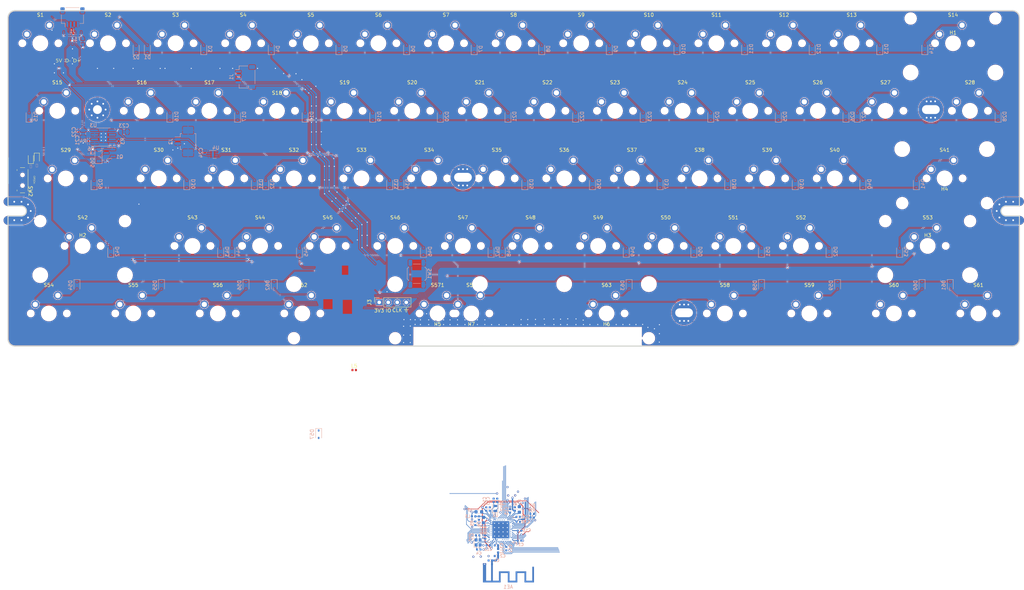
<source format=kicad_pcb>
(kicad_pcb (version 20240108) (generator "pcbnew") (generator_version "8.0")
  (layers (0 "F.Cu" signal) (31 "B.Cu" signal) (34 "B.Paste" user) (35 "F.Paste" user) (36 "B.SilkS" user "B.Silkscreen") (37 "F.SilkS" user "F.Silkscreen") (38 "B.Mask" user) (39 "F.Mask" user) (44 "Edge.Cuts" user))
  (net 0 "")
  (net 1 "Net-(AE1-Pad1)")
  (net 2 "GND")
  (net 3 "Net-(U1-ANT)")
  (net 4 "Net-(U1-XL1{slash}P0.00)")
  (net 5 "Net-(U1-XL2{slash}P0.01)")
  (net 6 "VDDH")
  (net 7 "DEC4_6")
  (net 8 "DEC5")
  (net 9 "DEC3")
  (net 10 "DEC1")
  (net 11 "VDD")
  (net 12 "DECUSB")
  (net 13 "+BATT")
  (net 14 "col0")
  (net 15 "Net-(D1-A)")
  (net 16 "col1")
  (net 17 "Net-(D2-A)")
  (net 18 "col2")
  (net 19 "Net-(D3-A)")
  (net 20 "col3")
  (net 21 "Net-(D4-A)")
  (net 22 "col4")
  (net 23 "Net-(D5-A)")
  (net 24 "col5")
  (net 25 "Net-(D6-A)")
  (net 26 "col6")
  (net 27 "Net-(D7-A)")
  (net 28 "col7")
  (net 29 "Net-(D8-A)")
  (net 30 "col8")
  (net 31 "Net-(D9-A)")
  (net 32 "col9")
  (net 33 "Net-(D10-A)")
  (net 34 "col10")
  (net 35 "Net-(D11-A)")
  (net 36 "col11")
  (net 37 "Net-(D12-A)")
  (net 38 "col12")
  (net 39 "Net-(D13-A)")
  (net 40 "col13")
  (net 41 "Net-(D14-A)")
  (net 42 "Net-(D15-A)")
  (net 43 "Net-(D16-A)")
  (net 44 "Net-(D17-A)")
  (net 45 "Net-(D18-A)")
  (net 46 "Net-(D19-A)")
  (net 47 "Net-(D20-A)")
  (net 48 "Net-(D21-A)")
  (net 49 "Net-(D22-A)")
  (net 50 "Net-(D23-A)")
  (net 51 "Net-(D24-A)")
  (net 52 "Net-(D25-A)")
  (net 53 "Net-(D26-A)")
  (net 54 "Net-(D27-A)")
  (net 55 "Net-(D28-A)")
  (net 56 "Net-(D29-A)")
  (net 57 "Net-(D30-A)")
  (net 58 "Net-(D31-A)")
  (net 59 "Net-(D32-A)")
  (net 60 "Net-(D33-A)")
  (net 61 "Net-(D34-A)")
  (net 62 "Net-(D35-A)")
  (net 63 "Net-(D36-A)")
  (net 64 "Net-(D37-A)")
  (net 65 "Net-(D38-A)")
  (net 66 "Net-(D39-A)")
  (net 67 "Net-(D40-A)")
  (net 68 "Net-(D41-A)")
  (net 69 "Net-(D42-A)")
  (net 70 "Net-(D43-A)")
  (net 71 "Net-(D44-A)")
  (net 72 "Net-(D45-A)")
  (net 73 "Net-(D46-A)")
  (net 74 "Net-(D47-A)")
  (net 75 "Net-(D48-A)")
  (net 76 "Net-(D49-A)")
  (net 77 "Net-(D50-A)")
  (net 78 "Net-(D51-A)")
  (net 79 "Net-(D52-A)")
  (net 80 "Net-(D53-A)")
  (net 81 "Net-(D54-A)")
  (net 82 "Net-(D55-A)")
  (net 83 "Net-(D56-A)")
  (net 84 "Net-(D57-A)")
  (net 85 "Net-(D58-A)")
  (net 86 "Net-(D59-A)")
  (net 87 "Net-(D60-A)")
  (net 88 "Net-(D61-A)")
  (net 89 "Net-(D62-A)")
  (net 90 "Net-(D63-A)")
  (net 91 "VBUS")
  (net 92 "Net-(F1-Pad1)")
  (net 93 "USB-D+")
  (net 94 "USB-D-")
  (net 95 "SWDIO")
  (net 96 "SWDCLK")
  (net 97 "DCC")
  (net 98 "Net-(L2-Pad2)")
  (net 99 "DCCH")
  (net 100 "Net-(LED1-A)")
  (net 101 "Net-(LED2-K)")
  (net 102 "Net-(Q1-D)")
  (net 103 "Net-(U3-CHRG)")
  (net 104 "Net-(U3-PROG)")
  (net 106 "LED")
  (net 110 "SCL")
  (net 111 "SDA")
  (net 112 "row0")
  (net 113 "row1")
  (net 114 "row2")
  (net 115 "row3")
  (net 116 "row4")
  (net 120 "RST")
  (net 130 "Net-(U1-XC1)")
  (net 137 "ALERT")
  (net 138 "Net-(U1-XC2)")
  (net 141 "+5V")
  (footprint "marbastlib-various:SW_MSK12C02-HB" (layer "F.Cu") (at 75.9375 135.46875 -90)
    (property "Reference" "SW2")
    (property "Value" "PWR")
  )
  (footprint "Switch_Keyboard_Cherry_MX:SW_Cherry_MX_PCB_2.75u" (layer "F.Cu") (at 330.99375 153.9875)
    (property "Reference" "S53")
    (property "Value" "2.75u")
  )
  (footprint "Switch_Keyboard_Cherry_MX:SW_Cherry_MX_PCB_1.25u" (layer "F.Cu") (at 130.96875 173.0375)
    (property "Reference" "S56")
    (property "Value" "1.25u")
  )
  (footprint "Switch_Keyboard_Cherry_MX:SW_Cherry_MX_PCB_1.00u" (layer "F.Cu") (at 100.0125 96.8375)
    (property "Reference" "S2")
    (property "Value" "1.00u")
  )
  (footprint "Switch_Keyboard_Cherry_MX:SW_Cherry_MX_PCB_1.00u" (layer "F.Cu") (at 138.1125 96.8375)
    (property "Reference" "S4")
    (property "Value" "1.00u")
  )
  (footprint "Switch_Keyboard_Cherry_MX:SW_Cherry_MX_PCB_1.25u" (layer "F.Cu") (at 273.84375 173.0375)
    (property "Reference" "S58")
    (property "Value" "1.25u")
  )
  (footprint "Switch_Keyboard_Cherry_MX:SW_Cherry_MX_PCB_1.00u" (layer "F.Cu") (at 209.55 134.9375)
    (property "Reference" "S35")
    (property "Value" "1.00u")
  )
  (footprint "Switch_Keyboard_Cherry_MX:SW_Cherry_MX_PCB_1.00u" (layer "F.Cu") (at 276.225 153.9875)
    (property "Reference" "S51")
    (property "Value" "1.00u")
  )
  (footprint "Mounting_Keyboard_Stabilizer:Stabilizer_Cherry_MX_2u" (layer "F.Cu") (at 192.88125 173.0375 180)
    (property "Reference" "H5")
    (property "Value" "Mounting_Keyboard_Stabilizer:2u")
  )
  (footprint "Switch_Keyboard_Cherry_MX:SW_Cherry_MX_PCB_1.00u" (layer "F.Cu") (at 200.025 153.9875)
    (property "Reference" "S47")
    (property "Value" "1.00u")
  )
  (footprint "Switch_Keyboard_Cherry_MX:SW_Cherry_MX_PCB_2.25u" (layer "F.Cu") (at 335.75625 134.9375)
    (property "Reference" "S41")
    (property "Value" "2.25u")
  )
  (footprint "Switch_Keyboard_Cherry_MX:SW_Cherry_MX_PCB_1.00u" (layer "F.Cu") (at 233.3625 96.8375)
    (property "Reference" "S9")
    (property "Value" "1.00u")
  )
  (footprint "Switch_Keyboard_Cherry_MX:SW_Cherry_MX_PCB_1.00u" (layer "F.Cu") (at 161.925 153.9875)
    (property "Reference" "S45")
    (property "Value" "1.00u")
  )
  (footprint "Switch_Keyboard_Cherry_MX:SW_Cherry_MX_PCB_1.00u" (layer "F.Cu") (at 171.45 134.9375)
    (property "Reference" "S33")
    (property "Value" "1.00u")
  )
  (footprint "Switch_Keyboard_Cherry_MX:SW_Cherry_MX_PCB_1.00u" (layer "F.Cu") (at 119.0625 96.8375)
    (property "Reference" "S3")
    (property "Value" "1.00u")
  )
  (footprint "Connector_PinSocket_2.54mm:PinSocket_1x04_P2.54mm_Vertical" (layer "F.Cu") (at 176.45 169.91 90)
    (property "Reference" "J3")
    (property "Value" "Conn_01x04")
  )
  (footprint "Mounting_Keyboard_Stabilizer:Stabilizer_Cherry_MX_2u" (layer "F.Cu") (at 335.75625 134.9375 180)
    (property "Reference" "H4")
    (property "Value" "Mounting_Keyboard_Stabilizer:2u")
  )
  (footprint "Switch_Keyboard_Cherry_MX:SW_Cherry_MX_PCB_1.00u" (layer "F.Cu") (at 319.0875 115.8875)
    (property "Reference" "S27")
    (property "Value" "1.00u")
  )
  (footprint "Switch_Keyboard_Cherry_MX:SW_Cherry_MX_PCB_1.00u" (layer "F.Cu") (at 152.4 134.9375)
    (property "Reference" "S32")
    (property "Value" "1.00u")
  )
  (footprint "Switch_Keyboard_Cherry_MX:SW_Cherry_MX_PCB_1.00u" (layer "F.Cu") (at 242.8875 115.8875)
    (property "Reference" "S23")
    (property "Value" "1.00u")
  )
  (footprint "Switch_Keyboard_Cherry_MX:SW_Cherry_MX_PCB_1.00u" (layer "F.Cu") (at 142.875 153.9875)
    (property "Reference" "S44")
    (property "Value" "1.00u")
  )
  (footprint "Switch_Keyboard_Cherry_MX:SW_Cherry_MX_PCB_1.00u" (layer "F.Cu") (at 80.9625 96.8375)
    (property "Reference" "S1")
    (property "Value" "1.00u")
  )
  (footprint "Switch_Keyboard_Cherry_MX:SW_Cherry_MX_PCB_1.00u" (layer "F.Cu") (at 166.6875 115.8875)
    (property "Reference" "S19")
    (property "Value" "1.00u")
  )
  (footprint "Switch_Keyboard_Cherry_MX:SW_Cherry_MX_PCB_1.00u" (layer "F.Cu") (at 190.5 134.9375)
    (property "Reference" "S34")
    (property "Value" "1.00u")
  )
  (footprint "Mounting_Keyboard_Stabilizer:Stabilizer_Cherry_MX_6.25u" (layer "F.Cu") (at 202.40625 173.0375 180)
    (property "Reference" "H7")
    (property "Value" "Mounting_Keyboard_Stabilizer:6.25u")
  )
  (footprint "Switch_Keyboard_Cherry_MX:SW_Cherry_MX_PCB_1.25u" (layer "F.Cu") (at 321.46875 173.0375)
    (property "Reference" "S60")
    (property "Value" "1.25u")
  )
  (footprint "Switch_Keyboard_Cherry_MX:SW_Cherry_MX_PCB_1.00u" (layer "F.Cu") (at 128.5875 115.8875)
    (property "Reference" "S17")
    (property "Value" "1.00u")
  )
  (footprint "Switch_Keyboard_Cherry_MX:SW_Cherry_MX_PCB_1.00u" (layer "F.Cu") (at 195.2625 96.8375)
    (property "Reference" "S7")
    (property "Value" "1.00u")
  )
  (footprint "Switch_Keyboard_Cherry_MX:SW_Cherry_MX_PCB_1.00u" (layer "F.Cu") (at 157.1625 96.8375)
    (property "Reference" "S5")
    (property "Value" "1.00u")
  )
  (footprint "Switch_Keyboard_Cherry_MX:SW_Cherry_MX_PCB_1.00u" (layer "F.Cu") (at 280.9875 115.8875)
    (property "Reference" "S25")
    (property "Value" "1.00u")
  )
  (footprint "Switch_Keyboard_Cherry_MX:SW_Cherry_MX_PCB_1.25u" (layer "F.Cu") (at 154.78125 173.0375)
    (property "Reference" "S62")
    (property "Value" "1.25u")
  )
  (footprint "Switch_Keyboard_Cherry_MX:SW_Cherry_MX_PCB_1.00u" (layer "F.Cu") (at 304.8 134.9375)
    (property "Reference" "S40")
    (property "Value" "1.00u")
  )
  (footprint "Switch_Keyboard_Cherry_MX:SW_Cherry_MX_PCB_1.00u" (layer "F.Cu") (at 180.975 153.9875)
    (property "Reference" "S46")
    (property "Value" "1.00u")
  )
  (footprint "LED_SMD:LED_0603_1608Metric" (layer "F.Cu") (at 78.28125 129.28125 90)
    (property "Reference" "LED2" (hide yes))
    (property "Value" "Yellow")
  )
  (footprint "Mounting_Keyboard_Stabilizer:Stabilizer_Cherry_MX_2u" (layer "F.Cu") (at 240.50625 173.0375 180)
    (property "Reference" "H6")
    (property "Value" "Mounting_Keyboard_Stabilizer:2u")
  )
  (footprint "Switch_Keyboard_Cherry_MX:SW_Cherry_MX_PCB_1.00u" (layer "F.Cu") (at 123.825 153.9875)
    (property "Reference" "S43")
    (property "Value" "1.00u")
  )
  (footprint "Inductor_SMD:L_0402_1005Metric" (layer "F.Cu") (at 169.39 189)
    (property "Reference" "L5")
    (property "Value" "BLM15PX121SN1D")
  )
  (footprint "amtra5_outline:60_Outline-Modded-Type-C" (layer "F.Cu") (at 214.345 134.9375)
    (property "Reference" "H8" (hide yes))
    (property "Value" "MountingHole" (hide yes))
    (fp_line (start -142.5 7.8) (end -142.5 -45.3) (stroke (width 0.3)) (layer "Edge.Cuts"))
    (fp_line (start -142.5 10.6) (end -138.7 10.6) (stroke (width 0.3)) (layer "Edge.Cuts"))
    (fp_line (start -142.5 45.3) (end -142.5 10.6) (stroke (width 0.3)) (layer "Edge.Cuts"))
    (fp_line (start -140.5 -47.3) (end -118.3 -47.3) (stroke (width 0.3)) (layer "Edge.Cuts"))
    (fp_line (start -140.5 47.3) (end 140.5 47.3) (stroke (width 0.3)) (layer "Edge.Cuts"))
    (fp_line (start -138.7 7.8) (end -142.5 7.8) (stroke (width 0.3)) (layer "Edge.Cuts"))
    (fp_line (start 138.7 7.8) (end 142.5 7.8) (stroke (width 0.3)) (layer "Edge.Cuts"))
    (fp_line (start 138.7 10.6) (end 142.5 10.6) (stroke (width 0.3)) (layer "Edge.Cuts"))
    (fp_line (start 140.5 -47.3) (end -118.3 -47.3) (stroke (width 0.3)) (layer "Edge.Cuts"))
    (fp_line (start 142.5 7.8) (end 142.5 -45.3) (stroke (width 0.3)) (layer "Edge.Cuts"))
    (fp_line (start 142.5 10.6) (end 142.5 45.3) (stroke (width 0.3)) (layer "Edge.Cuts"))
    (fp_arc (start -142.5 -45.3) (mid -141.914214 -46.714214) (end -140.5 -47.3) (stroke (width 0.3)) (layer "Edge.Cuts"))
    (fp_arc (start -140.5 47.3) (mid -141.914214 46.714214) (end -142.5 45.3) (stroke (width 0.3)) (layer "Edge.Cuts"))
    (fp_arc (start -138.7 7.8) (mid -137.710051 8.210051) (end -137.3 9.2) (stroke (width 0.3)) (layer "Edge.Cuts"))
    (fp_arc (start -137.3 9.2) (mid -137.710051 10.189949) (end -138.7 10.6) (stroke (width 0.3)) (layer "Edge.Cuts"))
    (fp_arc (start 137.3 9.2) (mid 137.710051 8.210051) (end 138.7 7.8) (stroke (width 0.3)) (layer "Edge.Cuts"))
    (fp_arc (start 138.7 10.6) (mid 137.710051 10.189949) (end 137.3 9.2) (stroke (width 0.3)) (layer "Edge.Cuts"))
    (fp_arc (start 140.5 -47.3) (mid 141.914214 -46.714214) (end 142.5 -45.3) (stroke (width 0.3)) (layer "Edge.Cuts"))
    (fp_arc (start 142.5 45.3) (mid 141.914214 46.714214) (end 140.5 47.3) (stroke (width 0.3)) (layer "Edge.Cuts"))
  )
  (footprint "Mounting_Keyboard_Stabilizer:Stabilizer_Cherry_MX_2u" (layer "F.Cu") (at 330.99375 153.9875)
    (property "Reference" "H3")
    (property "Value" "Mounting_Keyboard_Stabilizer:2u")
  )
  (footprint "Switch_Keyboard_Cherry_MX:SW_Cherry_MX_PCB_1.00u" (layer "F.Cu") (at 257.175 153.9875)
    (property "Reference" "S50")
    (property "Value" "1.00u")
  )
  (footprint "Switch_Keyboard_Cherry_MX:SW_Cherry_MX_PCB_1.00u" (layer "F.Cu") (at 238.125 153.9875)
    (property "Reference" "S49")
    (property "Value" "1.00u")
  )
  (footprint "Switch_Keyboard_Cherry_MX:SW_Cherry_MX_PCB_2.00u" (layer "F.Cu") (at 338.1375 96.8375)
    (property "Reference" "S14")
    (property "Value" "2.00u")
  )
  (footprint "Switch_Keyboard_Cherry_MX:SW_Cherry_MX_PCB_1.00u" (layer "F.Cu") (at 219.075 153.9875)
    (property "Reference" "S48")
    (property "Value" "1.00u")
  )
  (footprint "Switch_Keyboard_Cherry_MX:SW_Cherry_MX_PCB_1.00u" (layer "F.Cu") (at 185.7375 115.8875)
    (property "Reference" "S20")
    (property "Value" "1.00u")
  )
  (footprint "Switch_Keyboard_Cherry_MX:SW_Cherry_MX_PCB_1.00u" (layer "F.Cu") (at 133.35 134.9375)
    (property "Reference" "S31")
    (property "Value" "1.00u")
  )
  (footprint "Switch_Keyboard_Cherry_MX:SW_Cherry_MX_PCB_1.00u" (layer "F.Cu") (at 109.5375 115.8875)
    (property "Reference" "S16")
    (property "Value" "1.00u")
  )
  (footprint "Switch_Keyboard_Cherry_MX:SW_Cherry_MX_PCB_1.25u" (layer "F.Cu") (at 107.15625 173.0375)
    (property "Reference" "S55")
    (property "Value" "1.25u")
  )
  (footprint "Switch_Keyboard_Cherry_MX:SW_Cherry_MX_PCB_1.00u" (layer "F.Cu") (at 114.3 134.9375)
    (property "Reference" "S30")
    (property "Value" "1.00u")
  )
  (footprint "Switch_Keyboard_Cherry_MX:SW_Cherry_MX_PCB_1.75u" (layer "F.Cu") (at 88.10625 134.96)
    (property "Reference" "S29")
    (property "Value" "1.75u")
  )
  (footprint "Switch_Keyboard_Cherry_MX:SW_Cherry_MX_PCB_1.00u" (layer "F.Cu") (at 214.3125 96.8375)
    (property "Reference" "S8")
    (property "Value" "1.00u")
  )
  (footprint "Switch_Keyboard_Cherry_MX:SW_Cherry_MX_PCB_1.00u" (layer "F.Cu") (at 147.6375 115.8875)
    (property "Reference" "S18")
    (property "Value" "1.00u")
  )
  (footprint "Switch_Keyboard_Cherry_MX:SW_Cherry_MX_PCB_1.00u" (layer "F.Cu") (at 300.0375 115.8875)
    (property "Reference" "S26")
    (property "Value" "1.00u")
  )
  (footprint "Mounting_Keyboard_Stabilizer:Stabilizer_Cherry_MX_2u" (layer "F.Cu") (at 338.1375 96.8375)
    (property "Reference" "H1")
    (property "Value" "Mounting_Keyboard_Stabilizer:2u")
  )
  (footprint "Switch_Keyboard_Cherry_MX:SW_Cherry_MX_PCB_1.50u" (layer "F.Cu") (at 342.9 115.8875)
    (property "Reference" "S28")
    (property "Value" "1.50u")
  )
  (footprint "Switch_Keyboard_Cherry_MX:SW_Cherry_MX_PCB_1.50u" (layer "F.Cu") (at 85.725 115.8875)
    (property "Reference" "S15")
    (property "Value" "1.50u")
  )
  (footprint "Switch_Keyboard_Cherry_MX:SW_Cherry_MX_PCB_1.00u" (layer "F.Cu") (at 204.7875 115.8875)
    (property "Reference" "S21")
    (property "Value" "1.00u")
  )
  (footprint "Switch_Keyboard_Cherry_MX:SW_Cherry_MX_PCB_6.25u" (layer "F.Cu") (at 202.40625 173.0375)
    (property "Reference" "S57")
    (property "Value" "6.25u")
  )
  (footprint "Switch_Keyboard_Cherry_MX:SW_Cherry_MX_PCB_1.25u" (layer "F.Cu") (at 345.28125 173.0375)
    (property "Reference" "S61")
    (property "Value" "1.25u")
  )
  (footprint "Switch_Keyboard_Cherry_MX:SW_Cherry_MX_PCB_1.00u" (layer "F.Cu") (at 290.5125 96.8375)
    (property "Reference" "S12")
    (property "Value" "1.00u")
  )
  (footprint "Switch_Keyboard_Cherry_MX:SW_Cherry_MX_PCB_1.00u" (layer "F.Cu") (at 176.2125 96.8375)
    (property "Reference" "S6")
    (property "Value" "1.00u")
  )
  (footprint "Switch_Keyboard_Cherry_MX:SW_Cherry_MX_PCB_1.00u" (layer "F.Cu") (at 247.65 134.9375)
    (property "Reference" "S37")
    (property "Value" "1.00u")
  )
  (footprint "LED_SMD:LED_0603_1608Metric" (layer "F.Cu") (at 79.96875 129.28125 -90)
    (property "Reference" "LED1" (hide yes))
    (property "Value" "Blue")
  )
  (footprint "Switch_Keyboard_Cherry_MX:SW_Cherry_MX_PCB_2.25u" (layer "F.Cu") (at 240.50625 173.0375)
    (property "Reference" "S63")
    (property "Value" "2.25u")
  )
  (footprint "Mounting_Keyboard_Stabilizer:Stabilizer_Cherry_MX_2u" (layer "F.Cu") (at 92.86875 153.9875)
    (property "Reference" "H2")
    (property "Value" "Mounting_Keyboard_Stabilizer:2u")
  )
  (footprint "Switch_Keyboard_Cherry_MX:SW_Cherry_MX_PCB_1.00u" (layer "F.Cu") (at 223.8375 115.8875)
    (property "Reference" "S22")
    (property "Value" "1.00u")
  )
  (footprint "Switch_Keyboard_Cherry_MX:SW_Cherry_MX_PCB_2.75u" (layer "F.Cu") (at 192.88125 173.0375)
    (property "Reference" "S571")
    (property "Value" "2.75u")
  )
  (footprint "Switch_Keyboard_Cherry_MX:SW_Cherry_MX_PCB_1.00u" (layer "F.Cu") (at 228.6 134.9375)
    (property "Reference" "S36")
    (property "Value" "1.00u")
  )
  (footprint "Switch_Keyboard_Cherry_MX:SW_Cherry_MX_PCB_1.25u" (layer "F.Cu") (at 83.34375 173.0375)
    (property "Reference" "S54")
    (property "Value" "1.25u")
  )
  (footprint "Switch_Keyboard_Cherry_MX:SW_Cherry_MX_PCB_1.00u" (layer "F.Cu") (at 295.275 153.9875)
    (property "Reference" "S52")
    (property "Value" "1.00u")
  )
  (footprint "Switch_Keyboard_Cherry_MX:SW_Cherry_MX_PCB_1.00u" (layer "F.Cu") (at 252.4125 96.8375)
    (property "Reference" "S10")
    (property "Value" "1.00u")
  )
  (footprint "Switch_Keyboard_Cherry_MX:SW_Cherry_MX_PCB_1.00u" (layer "F.Cu") (at 285.75 134.9375)
    (property "Reference" "S39")
    (property "Value" "1.00u")
  )
  (footprint "Switch_Keyboard_Cherry_MX:SW_Cherry_MX_PCB_1.00u" (layer "F.Cu") (at 261.9375 115.8875)
    (property "Reference" "S24")
    (property "Value" "1.00u")
  )
  (footprint "Switch_Keyboard_Cherry_MX:SW_Cherry_MX_PCB_1.00u" (layer "F.Cu") (at 309.5625 96.8375)
    (property "Reference" "S13")
    (property "Value" "1.00u")
  )
  (footprint "Switch_Keyboard_Cherry_MX:SW_Cherry_MX_PCB_1.00u" (layer "F.Cu") (at 266.7 134.9375)
    (property "Reference" "S38")
    (property "Value" "1.00u")
  )
  (footprint "Switch_Keyboard_Cherry_MX:SW_Cherry_MX_PCB_2.25u" (layer "F.Cu") (at 92.86875 153.9875)
    (property "Reference" "S42")
    (property "Value" "2.25u")
  )
  (footprint "Switch_Keyboard_Cherry_MX:SW_Cherry_MX_PCB_1.25u" (layer "F.Cu") (at 297.65625 173.0375)
    (property "Reference" "S59")
    (property "Value" "1.25u")
  )
  (footprint "Switch_Keyboard_Cherry_MX:SW_Cherry_MX_PCB_1.00u" (layer "F.Cu") (at 271.4625 96.8375)
    (property "Reference" "S11")
    (property "Value" "1.00u")
  )
  (footprint "RF_Antenna:Texas_SWRA117D_2.4GHz_Right" (layer "B.Cu") (at 208.21875 243.75)
    (property "Reference" "AE1")
    (property "Value" "2.4 GHz ANT")
  )
  (footprint "Diode_SMD:D_SOD-323" (layer "B.Cu") (at 317.5 98.425 90)
    (property "Reference" "D13")
    (property "Value" "1N4148WS")
  )
  (footprint "Capacitor_SMD:C_0402_1005Metric" (layer "B.Cu") (at 206.32875 236.09 -90)
    (property "Reference" "C18")
    (property "Value" "100 nF")
  )
  (footprint "Diode_SMD:D_SOD-323" (layer "B.Cu") (at 211.1375 155.575 90)
    (property "Reference" "D48")
    (property "Value" "1N4148WS")
  )
  (footprint "Diode_SMD:D_SOD-323" (layer "B.Cu") (at 141.2875 136.525 90)
    (property "Reference" "D31")
    (property "Value" "1N4148WS")
  )
  (footprint "Diode_SMD:D_SOD-323" (layer "B.Cu") (at 265.1125 155.575 90)
    (property "Reference" "D50")
    (property "Value" "1N4148WS")
  )
  (footprint "Crystal:Crystal_SMD_2016-4Pin_2.0x1.6mm" (layer "B.Cu") (at 204.30875 237.61 90)
    (property "Reference" "Y1")
    (property "Value" "32 MHz")
  )
  (footprint "Diode_SMD:D_SOD-323" (layer "B.Cu") (at 159.375 207.09375 -90)
    (property "Reference" "D57")
    (property "Value" "1N4148WS")
  )
  (footprint "Capacitor_SMD:C_0402_1005Metric" (layer "B.Cu") (at 207.60875 228.19 90)
    (property "Reference" "C13")
    (property "Value" "100 nF")
  )
  (footprint "Diode_SMD:D_SOD-323" (layer "B.Cu") (at 312.7375 136.525 90)
    (property "Reference" "D40")
    (property "Value" "1N4148WS")
  )
  (footprint "marbastlib-various:SW_SPST_SKQG_WithStem" (layer "B.Cu") (at 187.04 161.84 90)
    (property "Reference" "SW1")
    (property "Value" "RST")
  )
  (footprint "Diode_SMD:D_SOD-323" (layer "B.Cu") (at 131.7625 155.575 90)
    (property "Reference" "D43")
    (property "Value" "1N4148WS")
  )
  (footprint "Diode_SMD:D_SOD-323" (layer "B.Cu") (at 231.775 117.475 90)
    (property "Reference" "D22")
    (property "Value" "1N4148WS")
  )
  (footprint "Diode_SMD:D_SOD-323" (layer "B.Cu") (at 146.84375 165.1 -90)
    (property "Reference" "D62")
    (property "Value" "1N4148WS")
  )
  (footprint "Diode_SMD:D_SOD-323" (layer "B.Cu") (at 329.40625 165.1 -90)
    (property "Reference" "D60")
    (property "Value" "1N4148WS")
  )
  (footprint "Capacitor_SMD:C_0402_1005Metric" (layer "B.Cu") (at 209.69875 225.74 90)
    (property "Reference" "C7")
    (property "Value" "12 pF")
  )
  (footprint "Package_DFN_QFN:Nordic_AQFN-73-1EP_7x7mm_P0.5mm" (layer "B.Cu") (at 210.71875 234.03 -90)
    (property "Reference" "U1")
    (property "Value" "nRF52840")
  )
  (footprint "Diode_SMD:D_SOD-323" (layer "B.Cu") (at 146.05 98.425 90)
    (property "Reference" "D4")
    (property "Value" "1N4148WS")
  )
  (footprint "Diode_SMD:D_SOD-123" (layer "B.Cu") (at 97.35 128.43 90)
    (property "Reference" "D65")
    (property "Value" "D_Schottky")
  )
  (footprint "Diode_SMD:D_SOD-323" (layer "B.Cu") (at 288.925 117.475 90)
    (property "Reference" "D25")
    (property "Value" "1N4148WS")
  )
  (footprint "Diode_SMD:D_SOD-323" (layer "B.Cu") (at 337.34375 165.1 -90)
    (property "Reference" "D61")
    (property "Value" "1N4148WS")
  )
  (footprint "Crystal:Crystal_SMD_2012-2Pin_2.0x1.2mm" (layer "B.Cu") (at 209.14875 228.03 90)
    (property "Reference" "Y2")
    (property "Value" "32.768 Khz")
  )
  (footprint "Capacitor_SMD:C_0402_1005Metric" (layer "B.Cu") (at 212.24875 239.36 -90)
    (property "Reference" "C11")
    (property "Value" "820 pF")
  )
  (footprint "Diode_SMD:D_SOD-323" (layer "B.Cu") (at 236.5375 136.525 90)
    (property "Reference" "D36")
    (property "Value" "1N4148WS")
  )
  (footprint "Diode_SMD:D_SOD-323" (layer "B.Cu") (at 153.9875 155.575 90)
    (property "Reference" "D45")
    (property "Value" "1N4148WS")
  )
  (footprint "Diode_SMD:D_SOD-323" (layer "B.Cu") (at 184.15 98.425 90)
    (property "Reference" "D6")
    (property "Value" "1N4148WS")
  )
  (footprint "Diode_SMD:D_SOD-323" (layer "B.Cu") (at 174.625 117.475 90)
    (property "Reference" "D19")
    (property "Value" "1N4148WS")
  )
  (footprint "Diode_SMD:D_SOD-323" (layer "B.Cu") (at 311.15 117.475 90)
    (property "Reference" "D27")
    (property "Value" "1N4148WS")
  )
  (footprint "Capacitor_SMD:C_0402_1005Metric" (layer "B.Cu") (at 208.68875 225.74 90)
    (property "Reference" "C6")
    (property "Value" "12 pF")
  )
  (footprint "Capacitor_SMD:C_0402_1005Metric" (layer "B.Cu") (at 215.97875 234.28)
    (property "Reference" "C16")
    (property "Value" "100 nF" (hide yes))
  )
  (footprint "Diode_SMD:D_SOD-323" (layer "B.Cu") (at 293.6875 136.525 90)
    (property "Reference" "D39")
    (property "Value" "1N4148WS")
  )
  (footprint "Diode_SMD:D_SOD-323" (layer "B.Cu") (at 327.81875 136.525 90)
    (property "Reference" "D41")
    (property "Value" "1N4148WS")
  )
  (footprint "Inductor_SMD:L_0402_1005Metric" (layer "B.Cu") (at 209.94875 239.94 90)
    (property "Reference" "L1")
    (property "Value" "4.7 nH")
  )
  (footprint "Diode_SMD:D_SOD-323" (layer "B.Cu") (at 155.575 117.475 90)
    (property "Reference" "D18")
    (property "Value" "1N4148WS")
  )
  (footprint "Diode_SMD:D_SOD-323" (layer "B.Cu") (at 246.85625 165.1 -90)
    (property "Reference" "D63")
    (property "Value" "1N4148WS")
  )
  (footprint "Diode_SMD:D_SOD-323" (layer "B.Cu") (at 115.09375 165.1 -90)
    (property "Reference" "D55")
    (property "Value" "1N4148WS")
  )
  (footprint "Capacitor_SMD:C_0402_1005Metric" (layer "B.Cu") (at 215.61875 231.8)
    (property "Reference" "C19")
    (property "Value" "4.7 uF")
  )
  (footprint "Diode_SMD:D_SOD-323" (layer "B.Cu") (at 307.975 117.475 90)
    (property "Reference" "D26")
    (property "Value" "1N4148WS")
  )
  (footprint "Diode_SMD:D_SOD-323" (layer "B.Cu") (at 193.675 117.475 90)
    (property "Reference" "D20")
    (property "Value" "1N4148WS")
  )
  (footprint "Capacitor_SMD:C_0402_1005Metric" (layer "B.Cu") (at 207.73875 242.702364)
    (property "Reference" "C1")
    (property "Value" "NC")
  )
  (footprint "Capacitor_SMD:C_0402_1005Metric" (layer "B.Cu") (at 215.58875 230.39)
    (property "Reference" "C20")
    (property "Value" "4.7 uF")
  )
  (footprint "Resistor_SMD:R_0402_1005Metric" (layer "B.Cu") (at 94.5 124.435 -90)
    (property "Reference" "R4")
    (property "Value" "1.2 kOhm")
  )
  (footprint "Diode_SMD:D_SOD-323" (layer "B.Cu") (at 100.80625 155.575 90)
    (property "Reference" "D42")
    (property "Value" "1N4148WS")
  )
  (footprint "Diode_SMD:D_SOD-323" (layer "B.Cu") (at 323.08 155.575 90)
    (property "Reference" "D53")
    (property "Value" "1N4148WS")
  )
  (footprint "Resistor_SMD:R_0402_1005Metric" (layer "B.Cu") (at 103.02 124.435 90)
    (property "Reference" "R3")
    (property "Value" "1.5 kOhm")
  )
  (footprint "Capacitor_SMD:C_0402_1005Metric" (layer "B.Cu") (at 206.59875 228.2 90)
    (property "Reference" "C14")
    (property "Value" "1 uF")
  )
  (footprint "Capacitor_SMD:C_0805_2012Metric" (layer "B.Cu") (at 93.01 122.33 -90)
    (property "Reference" "C21")
    (property "Value" "10 uF")
  )
  (footprint "Diode_SMD:D_SOD-323" (layer "B.Cu") (at 222.25 98.425 90)
    (property "Reference" "D8")
    (property "Value" "1N4148WS")
  )
  (footprint "Diode_SMD:D_SOD-323" (layer "B.Cu") (at 179.3875 136.525 90)
    (property "Reference" "D33")
    (property "Value" "1N4148WS")
  )
  (footprint "Diode_SMD:D_SOD-323" (layer "B.Cu") (at 260.35 98.425 90)
    (property "Reference" "D10")
    (property "Value" "1N4148WS")
  )
  (footprint "Diode_SMD:D_SOD-323" (layer "B.Cu") (at 91.28125 165.1 -90)
    (property "Reference" "D54")
    (property "Value" "1N4148WS")
  )
  (footprint "Resistor_SMD:R_0402_1005Metric" (layer "B.Cu") (at 95.22 127.78125 180)
    (property "Reference" "R6")
    (property "Value" "1.5 kOhm")
  )
  (footprint "Capacitor_SMD:C_0603_1608Metric" (layer "B.Cu") (at 205.84875 231.31 -90)
    (property "Reference" "C10")
    (property "Value" "47 nF")
  )
  (footprint "Diode_SMD:D_SOD-323" (layer "B.Cu") (at 241.3 98.425 90)
    (property "Reference" "D9")
    (property "Value" "1N4148WS")
  )
  (footprint "Diode_SMD:D_SOD-323" (layer "B.Cu") (at 77.7875 117.475 90)
    (property "Reference" "D15")
    (property "Value" "1N4148WS")
  )
  (footprint "Capacitor_SMD:C_0402_1005Metric" (layer "B.Cu") (at 204.51875 239.61 180)
    (property "Reference" "C4")
    (property "Value" "12 pF")
  )
  (footprint "Package_TO_SOT_SMD:SOT-23" (layer "B.Cu") (at 100.5 127.78 180)
    (property "Reference" "Q1")
    (property "Value" "AO3401A")
  )
  (footprint "Diode_SMD:D_SOD-323" (layer "B.Cu") (at 284.1625 155.575 90)
    (property "Reference" "D51")
    (property "Value" "1N4148WS")
  )
  (footprint "Inductor_SMD:L_0603_1608Metric" (layer "B.Cu") (at 215.93875 228.31 90)
    (property "Reference" "L4")
    (property "Value" "10 uH")
  )
  (footprint "Diode_SMD:D_SOD-323" (layer "B.Cu") (at 298.45 98.425 90)
    (property "Reference" "D12")
    (property "Value" "1N4148WS")
  )
  (footprint "Diode_SMD:D_SOD-323" (layer "B.Cu") (at 274.6375 136.525 90)
    (property "Reference" "D38")
    (property "Value" "1N4148WS")
  )
  (footprint "Diode_SMD:D_SOD-323" (layer "B.Cu") (at 212.725 117.475 90)
    (property "Reference" "D21")
    (property "Value" "1N4148WS")
  )
  (footprint "Diode_SMD:D_SOD-323" (layer "B.Cu") (at 188.9125 155.575 90)
    (property "Reference" "D46")
    (property "Value" "1N4148WS")
  )
  (footprint "Connector_Molex:Molex_PicoBlade_53261-0271_1x02-1MP_P1.25mm_Horizontal" (layer "B.Cu") (at 122.08 124.54 -90)
    (property "Reference" "J2")
    (property "Value" "Conn_01x02_MountingPin")
  )
  (footprint "Resistor_SMD:R_0402_1005Metric" (layer "B.Cu") (at 219.54875 229.57)
    (property "Reference" "R7")
    (property "Value" "10 kOhm")
  )
  (footprint "Diode_SMD:D_SOD-323" (layer "B.Cu") (at 350.8375 117.475 90)
    (property "Reference" "D28")
    (property "Value" "1N4148WS")
  )
  (footprint "Capacitor_SMD:C_0402_1005Metric" (layer "B.Cu") (at 204.54875 230.74 -90)
    (property "Reference" "C9")
    (property "Value" "1 uF")
  )
  (footprint "Capacitor_SMD:C_0402_1005Metric" (layer "B.Cu") (at 209.46875 241.45)
    (property "Reference" "C2")
    (property "Value" "0.5 pF")
  )
  (footprint "Diode_SMD:D_SOD-323" (layer "B.Cu") (at 203.2 98.425 90)
    (property "Reference" "D7")
    (property "Value" "1N4148WS")
  )
  (footprint "Diode_SMD:D_SOD-323" (layer "B.Cu") (at 246.0625 155.575 90)
    (property "Reference" "D49")
    (property "Value" "1N4148WS")
  )
  (footprint "Diode_SMD:D_SOD-323" (layer "B.Cu") (at 217.4875 136.525 90)
    (property "Reference" "D35")
    (property "Value" "1N4148WS")
  )
  (footprint "Package_DFN_QFN:DFN-8-1EP_2x2mm_P0.5mm_EP0.7x1.3mm" (layer "B.Cu") (at 129.57 128.18)
    (property "Reference" "U4")
    (property "Value" "MAX17048")
  )
  (footprint "Capacitor_SMD:C_0402_1005Metric" (layer "B.Cu") (at 209.46875 238.43)
    (property "Reference" "C3")
    (property "Value" "0.8 pF")
  )
  (footprint "Capacitor_SMD:C_0402_1005Metric" (layer "B.Cu") (at 213.29875 228.71 90)
    (property "Reference" "C15")
    (property "Value" "4.7 uF")
  )
  (footprint "Capacitor_SMD:C_0805_2012Metric" (layer "B.Cu") (at 104.52 121.81)
    (property "Reference" "C23")
    (property "Value" "10 uF")
  )
  (footprint "Capacitor_SMD:C_0402_1005Metric" (layer "B.Cu") (at 214.65875 228.18 90)
    (property "Reference" "C8")
    (property "Value" "4.7 uF")
  )
  (footprint "Diode_SMD:D_SOD-323" (layer "B.Cu") (at 111.125 98.425 90)
    (property "Reference" "D1")
    (property "Value" "1N4148WS")
  )
  (footprint "Diode_SMD:D_SOD-323" (layer "B.Cu") (at 165.1 98.425 90)
    (property "Reference" "D5")
    (property "Value" "1N4148WS")
  )
  (footprint "Diode_SMD:D_SOD-323" (layer "B.Cu") (at 134.9375 155.575 90)
    (property "Reference" "D44")
    (property "Value" "1N4148WS")
  )
  (footprint "Diode_SMD:D_SOD-323" (layer "B.Cu") (at 269.875 117.475 90)
    (property "Reference" "D24")
    (property "Value" "1N4148WS")
  )
  (footprint "Diode_SMD:D_SOD-323" (layer "B.Cu") (at 117.475 117.475 90)
    (property "Reference" "D16")
    (property "Value" "1N4148WS")
  )
  (footprint "Diode_SMD:D_SOD-323" (layer "B.Cu") (at 136.525 117.475 90)
    (property "Reference" "D17")
    (property "Value" "1N4148WS")
  )
  (footprint "Diode_SMD:D_SOD-323" (layer "B.Cu") (at 305.59375 165.1 -90)
    (property "Reference" "D59")
    (property "Value" "1N4148WS")
  )
  (footprint "Diode_SMD:D_SOD-323" (layer "B.Cu") (at 96.09375 136.525 90)
    (property "Reference" "D29")
    (property "Value" "1N4148WS")
  )
  (footprint "Diode_SMD:D_SOD-323" (layer "B.Cu") (at 250.825 117.475 90)
    (property "Reference" "D23")
    (property "Value" "1N4148WS")
  )
  (footprint "Inductor_SMD:L_0603_1608Metric" (layer "B.Cu") (at 204.51875 228.98 180)
    (property "Reference" "L2")
    (property "Value" "10 uH")
  )
  (footprint "Capacitor_SMD:C_0402_1005Metric" (layer "B.Cu") (at 127.39 127.71 90)
    (property "Reference" "C24")
    (property "Value" "100 nF")
  )
  (footprint "Resistor_SMD:R_0402_1005Metric" (layer "B.Cu") (at 203.51875 232.21 90)
    (property "Reference" "R5")
    (property "Value" "1 kOhm")
  )
  (footprint "Diode_SMD:D_SOD-323" (layer "B.Cu") (at 279.4 98.425 90)
    (property "Reference" "D11")
    (property "Value" "1N4148WS")
  )
  (footprint "Capacitor_SMD:C_0402_1005Metric" (layer "B.Cu") (at 91.56 121.86 -90)
    (property "Reference" "C22")
    (property "Value" "4.7 uF")
  )
  (footprint "Inductor_SMD:L_0402_1005Metric" (layer "B.Cu") (at 203.04875 230.26)
    (property "Reference" "L3")
    (property "Value" "15 nH")
  )
  (footprint "Connector_JST:JST_SH_SM04B-SRSS-TB_1x04-1MP_P1.00mm_Horizontal" (layer "B.Cu") (at 90.01 89.465)
    (property "Reference" "J1")
    (property "Value" "Conn_01x04")
  )
  (footprint "Diode_SMD:D_SOD-323" (layer "B.Cu") (at 138.90625 165.1 -90)
    (property "Reference" "D56")
    (property "Value" "1N4148WS")
  )
  (footprint "Resistor_SMD:R_0402_1005Metric" (layer "B.Cu") (at 219.54875 230.6)
    (property "Reference" "R8")
    (property "Value" "10 kOhm")
  )
  (footprint "Diode_SMD:D_SOD-323" (layer "B.Cu") (at 107.95 98.425 90)
    (property "Reference" "D2")
    (property "Value" "1N4148WS")
  )
  (footprint "Diode_SMD:D_SOD-323" (layer "B.Cu") (at 207.9625 155.575 90)
    (property "Reference" "D47")
    (property "Value" "1N4148WS")
  )
  (footprint "Diode_SMD:D_SOD-323" (layer "B.Cu") (at 255.5875 136.525 90)
    (property "Reference" "D37")
    (property "Value" "1N4148WS")
  )
  (footprint "Capacitor_SMD:C_0402_1005Metric" (layer "B.Cu") (at 207.15875 238.42 180)
    (property "Reference" "C12")
    (property "Value" "100 pF")
  )
  (footprint "Diode_SMD:D_SOD-323" (layer "B.Cu") (at 182.5625 136.525 90)
    (property "Reference" "D34")
    (property "Value" "1N4148WS")
  )
  (footprint "Diode_SMD:D_SOD-323" (layer "B.Cu") (at 303.2125 155.575 90)
    (property "Reference" "D52")
    (property "Value" "1N4148WS")
  )
  (footprint "Diode_SMD:D_SOD-323" (layer "B.Cu") (at 122.2375 136.525 90)
    (property "Reference" "D30")
    (property "Value" "1N4148WS")
  )
  (footprint "Connector_JST:JST_SH_SM04B-SRSS-TB_1x04-1MP_P1.00mm_Horizontal" (layer "B.Cu") (at 138.75 106.3475 -90)
    (property "Reference" "J1")
    (property "Value" "Conn_01x04")
  )
  (footprint "Fuse:Fuse_0603_1608Metric" (layer "B.Cu") (at 92.92 96.37 -90)
    (property "Reference" "F1")
    (property "Value" "500mA" (hide yes))
  )
  (footprint "Capacitor_SMD:C_0402_1005Metric" (layer "B.Cu") (at 215.97875 237.08)
    (property "Reference" "C17")
    (property "Value" "100 nF")
  )
  (footprint "Package_SO:SOIC-8-1EP_3.9x4.9mm_P1.27mm_EP2.29x3mm" (layer "B.Cu") (at 98.73 123.29)
    (property "Reference" "U3")
    (property "Value" "TP4056")
  )
  (footprint "Diode_SMD:D_SOD-323" (layer "B.Cu") (at 284.1625 165.1 -90)
    (property "Reference" "D58")
    (property "Value" "1N4148WS")
  )
  (footprint "Diode_SMD:D_SOD-323" (layer "B.Cu") (at 330.2 98.425 90)
    (property "Reference" "D14")
    (property "Value" "1N4148WS")
  )
  (footprint "Diode_SMD:D_SOD-323" (layer "B.Cu") (at 144.4625 136.525 90)
    (property "Reference" "D32")
    (property "Value" "1N4148WS")
  )
  (footprint "Diode_SMD:D_SOD-323" (layer "B.Cu") (at 127 98.425 90)
    (property "Reference" "D3")
    (property "Value" "1N4148WS")
  )
  (footprint "Capacitor_SMD:C_0402_1005Metric" (layer "B.Cu") (at 204.17875 235.61 180)
    (property "Reference" "C5")
    (property "Value" "12 pF")
  )
  (gr_text "" (at 105.13 135.36 0) (layer "B.SilkS") (effects (font (size 0.5 0.5) (thickness 0.125) (bold yes)) (justify left bottom mirror)))
  (gr_text "" (at 79.96875 131.34375 180) (layer "B.SilkS") (effects (font (size 0.75 0.75) (thickness 0.125) (bold yes)) (justify mirror)))
  (gr_text "" (at 78.28125 131.53125 0) (layer "B.SilkS") (effects (font (size 0.75 0.75) (thickness 0.125) (bold yes)) (justify mirror)))
  (gr_text "5V" (at 86.19 101.795 0) (layer "F.SilkS") (effects (font (size 1 1))))
  (gr_text "IO" (at 179.04 172.21 0) (layer "F.SilkS") (effects (font (size 1 1))))
  (gr_text "D+" (at 91.27 101.795 0) (layer "F.SilkS") (effects (font (size 1 1))))
  (gr_text "CLK\n" (at 181.53 172.13 0) (layer "F.SilkS") (effects (font (size 1 1))))
  (gr_text "3V3" (at 176.42 172.22 0) (layer "F.SilkS") (effects (font (size 1 1))))
  (gr_text "D-" (at 88.73 101.795 0) (layer "F.SilkS") (effects (font (size 1 1))))
  (gr_text "Off|On " (at 79.21875 135.46875 270) (layer "F.SilkS") (effects (font (size 0.5 0.5) (thickness 0.1))))
  (gr_text "⏚" (at 184.07 172.07 0) (layer "F.SilkS") (effects (font (size 1.2 1.2))))
  (segment (start 209.94875 241.45) (end 209.94875 242.07) (width 0.5) (layer "B.Cu") (net 1))
  (segment (start 208.21875 242.702364) (end 208.21875 243.75) (width 0.5) (layer "B.Cu") (net 1))
  (segment (start 209.316386 242.702364) (end 208.21875 242.702364) (width 0.5) (layer "B.Cu") (net 1))
  (segment (start 209.94875 242.07) (end 209.316386 242.702364) (width 0.5) (layer "B.Cu") (net 1))
  (segment (start 209.94875 240.425) (end 209.94875 241.45) (width 0.5) (layer "B.Cu") (net 1))
  (via (at 178.65 166.9) (size 0.6) (drill 0.3) (layers "F.Cu" "B.Cu") (net 2))
  (via (at 208.115 176.175) (size 0.6) (drill 0.3) (layers "F.Cu" "B.Cu") (net 2))
  (via (at 216.95875 237.09) (size 0.6) (drill 0.3) (layers "F.Cu" "B.Cu") (net 2))
  (via (at 161.0395 135.37) (size 0.6) (drill 0.3) (layers "F.Cu" "B.Cu") (net 2))
  (via (at 154.659764 107.090236) (size 0.6) (drill 0.3) (layers "F.Cu" "B.Cu") (net 2))
  (via (at 119.68 126.42) (size 0.6) (drill 0.3) (layers "F.Cu" "B.Cu") (net 2))
  (via (at 245.115 176.155) (size 0.6) (drill 0.3) (layers "F.Cu" "B.Cu") (net 2))
  (via (at 158.6805 119.0495) (size 0.6) (drill 0.3) (layers "F.Cu" "B.Cu") (net 2))
  (via (at 212.77875 224.3645) (size 0.6) (drill 0.3) (layers "F.Cu" "B.Cu") (net 2))
  (via (at 211.348749 233.429996) (size 0.6) (drill 0.3) (layers "F.Cu" "B.Cu") (net 2))
  (via (at 89.99 102.635) (size 0.6) (drill 0.3) (layers "F.Cu" "B.Cu") (net 2))
  (via (at 210.148752 232.229997) (size 0.6) (drill 0.3) (layers "F.Cu" "B.Cu") (net 2))
  (via (at 147.19 103.9195) (size 0.6) (drill 0.3) (layers "F.Cu" "B.Cu") (net 2))
  (via (at 90.01 100.98) (size 0.6) (drill 0.3) (layers "F.Cu" "B.Cu") (net 2))
  (via (at 231.905 174.575) (size 0.6) (drill 0.3) (layers "F.Cu" "B.Cu") (net 2))
  (via (at 200.605 174.845) (size 0.6) (drill 0.3) (layers "F.Cu" "B.Cu") (net 2))
  (via (at 186.565 174.815) (size 0.6) (drill 0.3) (layers "F.Cu" "B.Cu") (net 2))
  (via (at 98.13 123.29) (size 0.6) (drill 0.3) (layers "F.Cu" "B.Cu") (net 2))
  (via (at 160.1295 121.8) (size 0.6) (drill 0.3) (layers "F.Cu" "B.Cu") (net 2))
  (via (at 99.33 122.33) (size 0.6) (drill 0.3) (layers "F.Cu" "B.Cu") (net 2))
  (via (at 163.152274 141.387726) (size 0.6) (drill 0.3) (layers "F.Cu" "B.Cu") (net 2))
  (via (at 192.485 174.845) (size 0.6) (drill 0.3) (layers "F.Cu" "B.Cu") (net 2))
  (via (at 157.3805 119.14) (size 0.6) (drill 0.3) (layers "F.Cu" "B.Cu") (net 2))
  (via (at 205.83875 239.63) (size 0.6) (drill 0.3) (layers "F.Cu" "B.Cu") (net 2))
  (via (at 253.995 177.355) (size 0.6) (drill 0.3) (layers "F.Cu" "B.Cu") (net 2))
  (via (at 255.375 181.125) (size 0.6) (drill 0.3) (layers "F.Cu" "B.Cu") (net 2))
  (via (at 98.13 124.24) (size 0.6) (drill 0.3) (layers "F.Cu" "B.Cu") (net 2))
  (via (at 183.415 174.765) (size 0.6) (drill 0.3) (layers "F.Cu" "B.Cu") (net 2))
  (via (at 163.62745 129.350339) (size 0.6) (drill 0.3) (layers "F.Cu" "B.Cu") (net 2))
  (via (at 162.3395 138.565734) (size 0.6) (drill 0.3) (layers "F.Cu" "B.Cu") (net 2))
  (via (at 107.1 103.9195) (size 0.6) (drill 0.3) (layers "F.Cu" "B.Cu") (net 2))
  (via (at 208.948748 235.829998) (size 0.6) (drill 0.3) (layers "F.Cu" "B.Cu") (net 2))
  (via (at 208.948751 234.629994) (size 0.6) (drill 0.3) (layers "F.Cu" "B.Cu") (net 2))
  (via (at 158.6805 118.0005) (size 0.6) (drill 0.3) (layers "F.Cu" "B.Cu") (net 2))
  (via (at 173.0595 153.856444) (size 0.6) (drill 0.3) (layers "F.Cu" "B.Cu") (net 2))
  (via (at 93.01 124.96875) (size 0.6) (drill 0.3) (layers "F.Cu" "B.Cu") (net 2))
  (via (at 238.025 176.155) (size 0.6) (drill 0.3) (layers "F.Cu" "B.Cu") (net 2))
  (via (at 196.405 176.165) (size 0.6) (drill 0.3) (layers "F.Cu" "B.Cu") (net 2))
  (via (at 173.069122 147.310878) (size 0.6) (drill 0.3) (layers "F.Cu" "B.Cu") (net 2))
  (via (at 164.209266 140.530734) (size 0.6) (drill 0.3) (layers "F.Cu" "B.Cu") (net 2))
  (via (at 210.215 176.175) (size 0.6) (drill 0.3) (layers "F.Cu" "B.Cu") (net 2))
  (via (at 87.47 105.175) (size 0.6) (drill 0.3) (layers "F.Cu" "B.Cu") (net 2))
  (via (at 171.5895 151.02) (size 0.6) (drill 0.3) (layers "F.Cu" "B.Cu") (net 2))
  (via (at 157.3805 118.0005) (size 0.6) (drill 0.3) (layers "F.Cu" "B.Cu") (net 2))
  (via (at 161.0395 131.52) (size 0.6) (drill 0.3) (layers "F.Cu" "B.Cu") (net 2))
  (via (at 205.80875 238.43) (size 0.6) (drill 0.3) (layers "F.Cu" "B.Cu") (net 2))
  (via (at 135.140824 103.919068) (size 0.6) (drill 0.3) (layers "F.Cu" "B.Cu") (net 2))
  (via (at 155.600878 109.869122) (size 0.6) (drill 0.3) (layers "F.Cu" "B.Cu") (net 2))
  (via (at 118.294647 126.935353) (size 0.6) (drill 0.3) (layers "F.Cu" "B.Cu") (net 2))
  (via (at 206.205 176.155) (size 0.6) (drill 0.3) (layers "F.Cu" "B.Cu") (net 2))
  (via (at 188.055 174.835) (size 0.6) (drill 0.3) (layers "F.Cu" "B.Cu") (net 2))
  (via (at 97.040637 103.9195) (size 0.6) (drill 0.3) (layers "F.Cu" "B.Cu") (net 2))
  (via (at 161.042354 128.8245) (size 0.6) (drill 0.3) (layers "F.Cu" "B.Cu") (net 2))
  (via (at 166.991394 143.312862) (size 0.6) (drill 0.3) (layers "F.Cu" "B.Cu") (net 2))
  (via (at 158.6795 112.02) (size 0.6) (drill 0.3) (layers "F.Cu" "B.Cu") (net 2))
  (via (at 219.00925 231.39) (size 0.6) (drill 0.3) (layers "F.Cu" "B.Cu") (net 2))
  (via (at 158.6805 114.52) (size 0.6) (drill 0.3) (layers "F.Cu" "B.Cu") (net 2))
  (via (at 207.25875 241.45) (size 0.6) (drill 0.3) (layers "F.Cu" "B.Cu") (net 2))
  (via (at 204.105 174.835) (size 0.6) (drill 0.3) (layers "F.Cu" "B.Cu") (net 2))
  (via (at 183.315 181.245) (size 0.6) (drill 0.3) (layers "F.Cu" "B.Cu") (net 2))
  (via (at 168.027485 142.275992) (size 0.6) (drill 0.3) (layers "F.Cu" "B.Cu") (net 2))
  (via (at 186.565 176.135) (size 0.6) (drill 0.3) (layers "F.Cu" "B.Cu") (net 2))
  (via (at 84.92 105.175) (size 0.6) (drill 0.3) (layers "F.Cu" "B.Cu") (net 2))
  (via (at 217.22875 234.28) (size 0.6) (drill 0.3) (layers "F.Cu" "B.Cu") (net 2))
  (via (at 198.505 174.845) (size 0.6) (drill 0.3) (layers "F.Cu" "B.Cu") (net 2))
  (via (at 214.64825 226.7695) (size 0.6) (drill 0.3) (layers "F.Cu" "B.Cu") (net 2))
  (via (at 166.249639 142.571105) (size 0.6) (drill 0.3) (layers "F.Cu" "B.Cu") (net 2))
  (via (at 162.3395 135.39) (size 0.6) (drill 0.3) (layers "F.Cu" "B.Cu") (net 2))
  (via (at 149.512892 105.369) (size 0.6) (drill 0.3) (layers "F.Cu" "B.Cu") (net 2))
  (via (at 194.585 176.165) (size 0.6) (drill 0.3) (layers "F.Cu" "B.Cu") (net 2))
  (via (at 108.73 142.21) (size 0.6) (drill 0.3) (layers "F.Cu" "B.Cu") (net 2))
  (via (at 212.265 176.225) (size 0.6) (drill 0.3) (layers "F.Cu" "B.Cu") (net 2))
  (via (at 212.54875 232.23) (size 0.6) (drill 0.3) (layers "F.Cu" "B.Cu") (net 2))
  (via (at 189.79 173.11) (size 0.6) (drill 0.3) (layers "F.Cu" "B.Cu") (net 2))
  (via (at 212.548751 233.429995) (size 0.6) (drill 0.3) (layers "F.Cu" "B.Cu") (net 2))
  (via (at 220.36461 231.34397) (size 0.6) (drill 0.3) (layers "F.Cu" "B.Cu") (net 2))
  (via (at 84.243573 93.146698) (size 0.6) (drill 0.3) (layers "F.Cu" "B.Cu") (net 2))
  (via (at 252.155 176.975) (size 0.6) (drill 0.3) (layers "F.Cu" "B.Cu") (net 2))
  (via (at 227.535 174.645) (size 0.6) (drill 0.3) (layers "F.Cu" "B.Cu") (net 2))
  (via (at 218.976113 228) (size 0.6) (drill 0.3) (layers "F.Cu" "B.Cu") (net 2))
  (via (at 185.215 176.595) (size 0.6) (drill 0.3) (layers "F.Cu" "B.Cu") (net 2))
  (via (at 229.435 176.165) (size 0.6) (drill 0.3) (layers "F.Cu" "B.Cu") (net 2))
  (via (at 225.605 174.635) (size 0.6) (drill 0.3) (layers "F.Cu" "B.Cu") (net 2))
  (via (at 208.948748 233.429999) (size 0.6) (drill 0.3) (layers "F.Cu" "B.Cu") (net 2))
  (via (at 160.1295 125.4) (size 0.6) (drill 0.3) (layers "F.Cu" "B.Cu") (net 2))
  (via (at 212.60325 222) (size 0.6) (drill 0.3) (layers "F.Cu" "B.Cu") (net 2))
  (via (at 225.675 176.165) (size 0.6) (drill 0.3) (layers "F.Cu" "B.Cu") (net 2))
  (via (at 255.395 178.735) (size 0.6) (drill 0.3) (layers "F.Cu" "B.Cu") (net 2))
  (via (at 214.659601 237.739149) (size 0.6) (drill 0.3) (layers "F.Cu" "B.Cu") (net 2))
  (via (at 202.62875 233.24) (size 0.6) (drill 0.3) (layers "F.Cu" "B.Cu") (net 2))
  (via (at 227.555 176.165) (size 0.6) (drill 0.3) (layers "F.Cu" "B.Cu") (net 2))
  (via (at 194.585 174.845) (size 0.6) (drill 0.3) (layers "F.Cu" "B.Cu") (net 2))
  (via (at 206.96875 232.14) (size 0.6) (drill 0.3) (layers "F.Cu" "B.Cu") (net 2))
  (via (at 158.6805 125.43) (size 0.6) (drill 0.3) (layers "F.Cu" "B.Cu") (net 2))
  (via (at 246.995 176.155) (size 0.6) (drill 0.3) (layers "F.Cu" "B.Cu") (net 2))
  (via (at 248.795 176.155) (size 0.6) (drill 0.3) (layers "F.Cu" "B.Cu") (net 2))
  (via (at 211.348748 232.23) (size 0.6) (drill 0.3) (layers "F.Cu" "B.Cu") (net 2))
  (via (at 211.348752 234.629998) (size 0.6) (drill 0.3) (layers "F.Cu" "B.Cu") (net 2))
  (via (at 185.205 179.145) (size 0.6) (drill 0.3) (layers "F.Cu" "B.Cu") (net 2))
  (via (at 159.684266 127.465734) (size 0.6) (drill 0.3) (layers "F.Cu" "B.Cu") (net 2))
  (via (at 183.315 176.645) (size 0.6) (drill 0.3) (layers "F.Cu" "B.Cu") (net 2))
  (via (at 243.235 176.155) (size 0.6) (drill 0.3) (layers "F.Cu" "B.Cu") (net 2))
  (via (at 213.31875 227.57) (size 0.6) (drill 0.3) (layers "F.Cu" "B.Cu") (net 2))
  (via (at 188.055 176.155) (size 0.6) (drill 0.3) (layers "F.Cu" "B.Cu") (net 2))
  (via (at 218.305 174.745) (size 0.6) (drill 0.3) (layers "F.Cu" "B.Cu") (net 2))
  (via (at 205.068749 241.6) (size 0.6) (drill 0.3) (layers "F.Cu" "B.Cu") (net 2))
  (via (at 215.552636 223.2905) (size 0.6) (drill 0.3) (layers "F.Cu" "B.Cu") (net 2))
  (via (at 156.580878 110.849122) (size 0.6) (drill 0.3) (layers "F.Cu" "B.Cu") (net 2))
  (via (at 185.205 181.245) (size 0.6) (drill 0.3) (layers "F.Cu" "B.Cu") (net 2))
  (via (at 157.249764 109.680236) (size 0.6) (drill 0.3) (layers "F.Cu" "B.Cu") (net 2))
  (via (at 202.96875 241.65) (size 0.6) (drill 0.3) (layers "F.Cu" "B.Cu") (net 2))
  (via (at 210.148748 235.829997) (size 0.6) (drill 0.3) (layers "F.Cu" "B.Cu") (net 2))
  (via (at 169.789267 146.110733) (size 0.6) (drill 0.3) (layers "F.Cu" "B.Cu") (net 2))
  (via (at 190.385 174.845) (size 0.6) (drill 0.3) (layers "F.Cu" "B.Cu") (net 2))
  (via (at 158.591043 108.958957) (size 0.6) (drill 0.3) (layers "F.Cu" "B.Cu") (net 2))
  (via (at 171.559719 147.985578) (size 0.6) (drill 0.3) (layers "F.Cu" "B.Cu") (net 2))
  (via (at 206.205 174.835) (size 0.6) (drill 0.3) (layers "F.Cu" "B.Cu") (net 2))
  (via (at 216.88875 226.48) (size 0.6) (drill 0.3) (layers "F.Cu" "B.Cu") (net 2))
  (via (at 205.71925 236.36) (size 0.6) (drill 0.3) (layers "F.Cu" "B.Cu") (net 2))
  (via (at 235.805 176.165) (size 0.6) (drill 0.3) (layers "F.Cu" "B.Cu") (net 2))
  (via (at 212.548749 235.829998) (size 0.6) (drill 0.3) (layers "F.Cu" "B.Cu") (net 2))
  (via (at 164.563556 138.826444) (size 0.6) (drill 0.3) (layers "F.Cu" "B.Cu") (net 2))
  (via (at 163.7895 131.56) (size 0.6) (drill 0.3) (layers "F.Cu" "B.Cu") (net 2))
  (via (at 121.54 125.17) (size 0.6) (drill 0.3) (layers "F.Cu" "B.Cu") (net 2))
  (via (at 142.16 103.9195) (size 0.6) (drill 0.3) (layers "F.Cu" "B.Cu") (net 2))
  (via (at 210.14875 234.629998) (size 0.6) (drill 0.3) (layers "F.Cu" "B.Cu") (net 2))
  (via (at 183.315 179.145) (size 0.6) (drill 0.3) (layers "F.Cu" "B.Cu") (net 2))
  (via (at 196.405 174.845) (size 0.6) (drill 0.3) (layers "F.Cu" "B.Cu") (net 2))
  (via (at 204.105 176.155) (size 0.6) (drill 0.3) (layers "F.Cu" "B.Cu") (net 2))
  (via (at 217.52675 225.280934) (size 0.6) (drill 0.3) (layers "F.Cu" "B.Cu") (net 2))
  (via (at 216.97625 231.8) (size 0.6) (drill 0.3) (layers "F.Cu" "B.Cu") (net 2))
  (via (at 255.395 176.205) (size 0.6) (drill 0.3) (layers "F.Cu" "B.Cu") (net 2))
  (via (at 173.0595 151) (size 0.6) (drill 0.3) (layers "F.Cu" "B.Cu") (net 2))
  (via (at 116.090727 103.9195) (size 0.6) (drill 0.3) (layers "F.Cu" "B.Cu") (net 2))
  (via (at 218.245 176.175) (size 0.6) (drill 0.3) (layers "F.Cu" "B.Cu") (net 2))
  (via (at 157.84301 127.4755) (size 0.6) (drill 0.3) (layers "F.Cu" "B.Cu") (net 2))
  (via (at 213.14875 239.84) (size 0.6) (drill 0.3) (layers "F.Cu" "B.Cu") (net 2))
  (via (at 157.381 114.54) (size 0.6) (drill 0.3) (layers "F.Cu" "B.Cu") (net 2))
  (via (at 198.505 176.165) (size 0.6) (drill 0.3) (layers "F.Cu" "B.Cu") (net 2))
  (via (at 231.885 176.165) (size 0.6) (drill 0.3) (layers "F.Cu" "B.Cu") (net 2))
  (via (at 206.67875 239.24) (size 0.6) (drill 0.3) (layers "F.Cu" "B.Cu") (net 2))
  (via (at 162.3395 131.49) (size 0.6) (drill 0.3) (layers "F.Cu" "B.Cu") (net 2))
  (via (at 123.48 103.9195) (size 0.6) (drill 0.3) (layers "F.Cu" "B.Cu") (net 2))
  (via (at 171.5895 154.471115) (size 0.6) (drill 0.3) (layers "F.Cu" "B.Cu") (net 2))
  (via (at 202.36875 228.82) (size 0.6) (drill 0.3) (layers "F.Cu" "B.Cu") (net 2))
  (via (at 233.985 176.165) (size 0.6) (drill 0.3) (layers "F.Cu" "B.Cu") (net 2))
  (via (at 214.325 176.175) (size 0.6) (drill 0.3) (layers "F.Cu" "B.Cu") (net 2))
  (via (at 84.92 102.635) (size 0.6) (drill 0.3) (layers "F.Cu" "B.Cu") (net 2))
  (via (at 210.148749 233.429997) (size 0.6) (drill 0.3) (layers "F.Cu" "B.Cu") (net 2))
  (via (at 131.58 103.9195) (size 0.6) (drill 0.3) (layers "F.Cu" "B.Cu") (net 2))
  (via (at 117.98 125.16) (size 0.6) (drill 0.3) (layers "F.Cu" "B.Cu") (net 2))
  (via (at 185.245 174.765) (size 0.6) (drill 0.3) (layers "F.Cu" "B.Cu") (net 2))
  (via (at 99.33 124.24) (size 0.6) (drill 0.3) (layers "F.Cu" "B.Cu") (net 2))
  (via (at 200.605 176.165) (size 0.6) (drill 0.3) (layers "F.Cu" "B.Cu") (net 2))
  (via (at 90.01 95.39) (size 0.6) (drill 0.3) (layers "F.Cu" "B.Cu") (net 2))
  (via (at 170.2845 152.31) (size 0.6) (drill 0.3) (layers "F.Cu" "B.Cu") (net 2))
  (via (at 168.702274 146.937726) (size 0.6) (drill 0.3) (layers "F.Cu" "B.Cu") (net 2))
  (via (at 98.13 122.33) (size 0.6) (drill 0.3) (layers "F.Cu" "B.Cu") (net 2))
  (via (at 152.999617 105.429383) (size 0.6) (drill 0.3) (layers "F.Cu" "B.Cu") (net 2))
  (via (at 90.01 98.41) (size 0.6) (drill 0.3) (layers "F.Cu" "B.Cu") (net 2))
  (via (at 202.58875 231.09) (size 0.6) (drill 0.3) (layers "F.Cu" "B.Cu") (net 2))
  (via (at 214.753853 224.344397) (size 0.6) (drill 0.3) (layers "F.Cu" "B.Cu") (net 2))
  (via (at 190.385 176.165) (size 0.6) (drill 0.3) (layers "F.Cu" "B.Cu") (net 2))
  (via (at 240.615 176.135) (size 0.6) (drill 0.3) (layers "F.Cu" "B.Cu") (net 2))
  (via (at 202.85875 235.62) (size 0.6) (drill 0.3) (layers "F.Cu" "B.Cu") (net 2))
  (via (at 220.475 174.715) (size 0.6) (drill 0.3) (layers "F.Cu" "B.Cu") (net 2))
  (via (at 163.7895 137.0505) (size 0.6) (drill 0.3) (layers "F.Cu" "B.Cu") (net 2))
  (via (at 157.3805 125.43) (size 0.6) (drill 0.3) (layers "F.Cu" "B.Cu") (net 2))
  (via (at 212.54875 234.630001) (size 0.6) (drill 0.3) (layers "F.Cu" "B.Cu") (net 2))
  (via (at 210.59875 229.13) (size 0.6) (drill 0.3) (layers "F.Cu" "B.Cu") (net 2))
  (via (at 216.97625 230.4) (size 0.6) (drill 0.3) (layers "F.Cu" "B.Cu") (net 2))
  (via (at 114.73965 103.932437) (size 0.6) (drill 0.3) (layers "F.Cu" "B.Cu") (net 2))
  (via (at 222.935 174.605) (size 0.6) (drill 0.3) (layers "F.Cu" "B.Cu") (net 2))
  (via (at 233.925 174.915) (size 0.6) (drill 0.3) (layers "F.Cu" "B.Cu") (net 2))
  (via (at 157.3805 121.87) (size 0.6) (drill 0.3) (layers "F.Cu" "B.Cu") (net 2))
  (via (at 165.292646 143.528098) (size 0.6) (drill 0.3) (layers "F.Cu" "B.Cu") (net 2))
  (via (at 158.6805 121.81) (size 0.6) (drill 0.3) (layers "F.Cu" "B.Cu") (net 2))
  (via (at 208.948748 232.229999) (size 0.6) (drill 0.3) (layers "F.Cu" "B.Cu") (net 2))
  (via (at 220.465 176.165) (size 0.6) (drill 0.3) (layers "F.Cu" "B.Cu") (net 2))
  (via (at 202.005 176.155) (size 0.6) (drill 0.3) (layers "F.Cu" "B.Cu") (net 2))
  (via (at 161.047024 139.282476) (size 0.6) (drill 0.3) (layers "F.Cu" "B.Cu") (net 2))
  (via (at 170.2845 149.221776) (size 0.6) (drill 0.3) (layers "F.Cu" "B.Cu") (net 2))
  (via (at 167.115984 141.378873) (size 0.6) (drill 0.3) (layers "F.Cu" "B.Cu") (net 2))
  (via (at 216.425 176.175) (size 0.6) (drill 0.3) (layers "F.Cu" "B.Cu") (net 2))
  (via (at 202.52875 237.65) (size 0.6) (drill 0.3) (layers "F.Cu" "B.Cu") (net 2))
  (via (at 211.348745 235.830001) (size 0.6) (drill 0.3) (layers "F.Cu" "B.Cu") (net 2))
  (via (at 101.63 103.9195) (size 0.6) (drill 0.3) (layers "F.Cu" "B.Cu") (net 2))
  (via (at 204.54875 232.09) (size 0.6) (drill 0.3) (layers "F.Cu" "B.Cu") (net 2))
  (via (at 192.485 176.165) (size 0.6) (drill 0.3) (layers "F.Cu" "B.Cu") (net 2))
  (via (at 223.055 176.145) (size 0.6) (drill 0.3) (layers "F.Cu" "B.Cu") (net 2))
  (via (at 250.675 176.1345) (size 0.6) (drill 0.3) (layers "F.Cu" "B.Cu") (net 2))
  (via (at 229.565 174.545) (size 0.6) (drill 0.3) (layers "F.Cu" "B.Cu") (net 2))
  (via (at 216.435 174.755) (size 0.6) (drill 0.3) (layers "F.Cu" "B.Cu") (net 2))
  (via (at 166.034402 144.269854) (size 0.6) (drill 0.3) (layers "F.Cu" "B.Cu") (net 2))
  (via (at 170.618556 144.881444) (size 0.6) (drill 0.3) (layers "F.Cu" "B.Cu") (net 2))
  (via (at 99.33 123.29) (size 0.6) (drill 0.3) (layers "F.Cu" "B.Cu") (net 2))
  (via (at 159.169993 128.8245) (size 0.6) (drill 0.3) (layers "F.Cu" "B.Cu") (net 2))
  (segment (start 203.82875 235.61) (end 203.82875 236.84) (width 0.15) (layer "B.Cu") (net 2))
  (segment (start 92.55 90.39) (end 94.78 90.39) (width 0.2) (layer "B.Cu") (net 2))
  (segment (start 97.095 125.195) (end 96.255 125.195) (width 0.15) (layer "B.Cu") (net 2))
  (segment (start 203.26875 236.91) (end 202.52875 237.65) (width 0.15) (layer "B.Cu") (net 2))
  (segment (start 205.92925 236.57) (end 206.32875 236.57) (width 0.15) (layer "B.Cu") (net 2))
  (segment (start 91.76 91.18) (end 92.55 90.39) (width 0.2) (layer "B.Cu") (net 2))
  (segment (start 207.96875 232.53) (end 207.84375 232.405) (width 0.2) (layer "B.Cu") (net 2))
  (segment (start 207.96875 232.53) (end 209.21875 232.53) (width 0.2) (layer "B.Cu") (net 2))
  (segment (start 98.73 123.56) (end 97.095 125.195) (width 0.15) (layer "B.Cu") (net 2))
  (segment (start 209.32875 238.09) (end 208.98875 238.43) (width 0.135) (layer "B.Cu") (net 2))
  (segment (start 205.71925 236.36) (end 205.92925 236.57) (width 0.15) (layer "B.Cu") (net 2))
  (segment (start 94.78 90.39) (end 95.86 89.31) (width 0.2) (layer "B.Cu") (net 2))
  (segment (start 217.22875 234.28) (end 216.45875 234.28) (width 0.15) (layer "B.Cu") (net 2))
  (segment (start 96.255 122.655) (end 98.095 122.655) (width 0.15) (layer "B.Cu") (net 2))
  (segment (start 203.82875 236.84) (end 203.75875 236.91) (width 0.15) (layer "B.Cu") (net 2))
  (segment (start 207.70375 232.405) (end 207.53875 232.24) (width 0.2) (layer "B.Cu") (net 2))
  (segment (start 94.33 92.595) (end 94.33 92.045) (width 0.15) (layer "B.Cu") (net 2))
  (segment (start 209.21875 236.78) (end 209.32875 236.89) (width 0.135) (layer "B.Cu") (net 2))
  (segment (start 204.85875 238.31) (end 205.68875 238.31) (width 0.15) (layer "B.Cu") (net 2))
  (segment (start 205.68875 238.31) (end 205.80875 238.43) (width 0.15) (layer "B.Cu") (net 2))
  (segment (start 86.605 93.51) (end 85.69 92.595) (width 0.15) (layer "B.Cu") (net 2))
  (segment (start 204.78875 238.38) (end 204.85875 238.31) (width 0.15) (layer "B.Cu") (net 2))
  (segment (start 209.32875 236.89) (end 209.32875 238.09) (width 0.135) (layer "B.Cu") (net 2))
  (segment (start 209.21875 235.53) (end 209.21875 236.78) (width 0.25) (layer "B.Cu") (net 2))
  (segment (start 203.75875 236.91) (end 203.26875 236.91) (width 0.15) (layer "B.Cu") (net 2))
  (segment (start 93.26 93.51) (end 94.175 92.595) (width 0.3) (layer "B.Cu") (net 2))
  (segment (start 91.76 93.515) (end 91.76 91.18) (width 0.2) (layer "B.Cu") (net 2))
  (segment (start 207.84375 232.405) (end 207.70375 232.405) (width 0.2) (layer "B.Cu") (net 2))
  (segment (start 93.01 124.96875) (end 93.01 123.28) (width 0.2) (layer "B.Cu") (net 2))
  (segment (start 204.78875 239.61) (end 204.78875 238.38) (width 0.15) (layer "B.Cu") (net 2))
  (segment (start 86.76 93.51) (end 86.605 93.51) (width 0.15) (layer "B.Cu") (net 2))
  (segment (start 94.175 92.595) (end 94.33 92.595) (width 0.3) (layer "B.Cu") (net 2))
  (segment (start 209.59875 236.9) (end 209.59875 238.08) (width 0.135) (layer "B.Cu") (net 3))
  (segment (start 209.71875 236.78) (end 209.59875 236.9) (width 0.135) (layer "B.Cu") (net 3))
  (segment (start 209.59875 238.08) (end 209.94875 238.43) (width 0.135) (layer "B.Cu") (net 3))
  (segment (start 209.94875 238.43) (end 209.94875 239.455) (width 0.5) (layer "B.Cu") (net 3))
  (segment (start 208.21875 229.67038) (end 208.81875 230.27038) (width 0.15) (layer "B.Cu") (net 4))
  (segment (start 208.21875 228.26) (end 208.21875 229.67038) (width 0.15) (layer "B.Cu") (net 4))
  (segment (start 208.68875 226.22) (end 208.68875 226.87) (width 0.15) (layer "B.Cu") (net 4))
  (segment (start 208.81875 230.27038) (end 208.81875 231.18) (width 0.15) (layer "B.Cu") (net 4))
  (segment (start 208.68875 226.87) (end 209.14875 227.33) (width 0.15) (layer "B.Cu") (net 4))
  (segment (start 208.81875 231.18) (end 208.71875 231.28) (width 0.15) (layer "B.Cu") (net 4))
  (segment (start 209.14875 227.33) (end 208.21875 228.26) (width 0.15) (layer "B.Cu") (net 4))
  (segment (start 209.11875 231.18) (end 209.11875 228.9) (width 0.15) (layer "B.Cu") (net 5))
  (segment (start 209.11875 228.9) (end 209.28875 228.73) (width 0.15) (layer "B.Cu") (net 5))
  (segment (start 209.92375 226.445) (end 209.69875 226.22) (width 0.15) (layer "B.Cu") (net 5))
  (segment (start 209.14875 228.73) (end 209.17875 228.73) (width 0.15) (layer "B.Cu") (net 5))
  (segment (start 209.14875 228.73) (end 209.92375 227.955) (width 0.15) (layer "B.Cu") (net 5))
  (segment (start 209.11875 231.18) (end 209.21875 231.28) (width 0.15) (layer "B.Cu") (net 5))
  (segment (start 209.92375 227.955) (end 209.92375 226.445) (width 0.15) (layer "B.Cu") (net 5))
  (segment (start 107.07 157.8245) (end 100.5945 157.8245) (width 0.4) (layer "F.Cu") (net 6))
  (segment (start 100.5945 157.8245) (end 99.81 157.04) (width 0.4) (layer "F.Cu") (net 6))
  (segment (start 99.81 157.04) (end 99.81 130.08) (width 0.4) (layer "F.Cu") (net 6))
  (segment (start 139.6395 157.8245) (end 171.68 157.8245) (width 0.4) (layer "F.Cu") (net 6))
  (via (at 213.99875 225.0145) (size 0.6) (drill 0.3) (layers "F.Cu" "B.Cu") (net 6))
  (via (at 107.07 157.8245) (size 0.6) (drill 0.3) (layers "F.Cu" "B.Cu") (net 6))
  (via (at 139.6395 157.8245) (size 0.6) (drill 0.3) (layers "F.Cu" "B.Cu") (net 6))
  (via (at 99.81 130.08) (size 0.6) (drill 0.3) (layers "F.Cu" "B.Cu") (net 6))
  (segment (start 213.99875 225.0145) (end 213.99875 228.31) (width 0.4) (layer "B.Cu") (net 6))
  (segment (start 107.07 157.8245) (end 139.6395 157.8245) (width 0.4) (layer "B.Cu") (net 6))
  (segment (start 212.71875 231.28) (end 212.71875 231.08043) (width 0.2) (layer "B.Cu") (net 6))
  (segment (start 214.65875 229.14043) (end 214.65875 228.66) (width 0.2) (layer "B.Cu") (net 6))
  (segment (start 212.71875 231.08043) (end 214.65875 229.14043) (width 0.2) (layer "B.Cu") (net 6))
  (segment (start 213.99875 228.31) (end 214.34875 228.66) (width 0.4) (layer "B.Cu") (net 6))
  (segment (start 99.81 130.08) (end 101.16 128.73) (width 0.4) (layer "B.Cu") (net 6))
  (segment (start 99.81 130.08) (end 97.35 130.08) (width 0.4) (layer "B.Cu") (net 6))
  (segment (start 101.15 128.73) (end 101.4375 128.73) (width 0.4) (layer "B.Cu") (net 6))
  (segment (start 101.16 128.73) (end 101.4375 128.73) (width 0.4) (layer "B.Cu") (net 6))
  (segment (start 101.02 128.73) (end 101.4375 128.73) (width 0.4) (layer "B.Cu") (net 6))
  (segment (start 214.34875 228.66) (end 214.65875 228.66) (width 0.4) (layer "B.Cu") (net 6))
  (segment (start 206.26875 237.56) (end 206.26875 231.83) (width 0.2) (layer "F.Cu") (net 7))
  (segment (start 208.01875 239.31) (end 206.26875 237.56) (width 0.2) (layer "F.Cu") (net 7))
  (segment (start 206.26875 231.83) (end 207.00375 231.095) (width 0.2) (layer "F.Cu") (net 7))
  (via (at 207.00375 231.095) (size 0.6) (drill 0.3) (layers "F.Cu" "B.Cu") (net 7))
  (via (at 208.01875 239.31) (size 0.6) (drill 0.3) (layers "F.Cu" "B.Cu") (net 7))
  (segment (start 208.21875 238.074975) (end 208.21875 238.88) (width 0.2) (layer "B.Cu") (net 7))
  (segment (start 205.84875 230.535) (end 206.44375 230.535) (width 0.2) (layer "B.Cu") (net 7))
  (segment (start 207.00375 231.095) (end 207.93875 232.03) (width 0.2) (layer "B.Cu") (net 7))
  (segment (start 206.44375 230.535) (end 207.00375 231.095) (width 0.2) (layer "B.Cu") (net 7))
  (segment (start 204.54875 230.26) (end 205.57375 230.26) (width 0.2) (layer "B.Cu") (net 7))
  (segment (start 208.21875 238.88) (end 208.21875 239.11) (width 0.2) (layer "B.Cu") (net 7))
  (segment (start 203.53375 230.26) (end 204.54875 230.26) (width 0.2) (layer "B.Cu") (net 7))
  (segment (start 208.96875 237.324975) (end 208.561237 237.732488) (width 0.2) (layer "B.Cu") (net 7))
  (segment (start 205.57375 230.26) (end 205.84875 230.535) (width 0.2) (layer "B.Cu") (net 7))
  (segment (start 207.93875 232.03) (end 207.96875 232.03) (width 0.2) (layer "B.Cu") (net 7))
  (segment (start 208.96875 237.28) (end 208.96875 237.324975) (width 0.2) (layer "B.Cu") (net 7))
  (segment (start 208.561237 237.732488) (end 208.21875 238.074975) (width 0.2) (layer "B.Cu") (net 7))
  (segment (start 208.21875 239.11) (end 208.01875 239.31) (width 0.2) (layer "B.Cu") (net 7))
  (segment (start 210.96875 237.28) (end 210.96875 237.396116) (width 0.2) (layer "B.Cu") (net 8))
  (segment (start 210.96875 237.396116) (end 212.03875 238.466116) (width 0.2) (layer "B.Cu") (net 8))
  (segment (start 212.03875 238.466116) (end 212.03875 238.88) (width 0.2) (layer "B.Cu") (net 8))
  (segment (start 208.71875 236.78) (end 208.37875 237.12) (width 0.2) (layer "B.Cu") (net 9))
  (segment (start 208.37875 237.42) (end 207.63875 238.16) (width 0.2) (layer "B.Cu") (net 9))
  (segment (start 207.63875 238.16) (end 207.63875 238.42) (width 0.2) (layer "B.Cu") (net 9))
  (segment (start 208.37875 237.12) (end 208.37875 237.42) (width 0.2) (layer "B.Cu") (net 9))
  (segment (start 208.46875 230.38) (end 208.46875 230.78) (width 0.2) (layer "B.Cu") (net 10))
  (segment (start 207.80875 228.67) (end 207.80875 229.72) (width 0.2) (layer "B.Cu") (net 10))
  (segment (start 207.80875 229.72) (end 208.46875 230.38) (width 0.2) (layer "B.Cu") (net 10))
  (segment (start 205.71925 235.5045) (end 205.48875 235.274) (width 0.2) (layer "F.Cu") (net 11))
  (segment (start 212.90325 226.41) (end 212.71325 226.22) (width 0.2) (layer "F.Cu") (net 11))
  (segment (start 218.97575 228.8) (end 218.20575 228.03) (width 0.2) (layer "F.Cu") (net 11))
  (segment (start 215.93875 226.4095) (end 216.97625 227.447) (width 0.2) (layer "F.Cu") (net 11))
  (segment (start 216.97625 229.622182) (end 217.52625 230.172182) (width 0.2) (layer "F.Cu") (net 11))
  (segment (start 215.93875 226.4095) (end 215.74875 226.2195) (width 0.2) (layer "F.Cu") (net 11))
  (segment (start 206.98875 226.22) (end 205.50875 227.7) (width 0.2) (layer "F.Cu") (net 11))
  (segment (start 205.48875 227.72) (end 205.50875 227.7) (width 0.2) (layer "F.Cu") (net 11))
  (segment (start 217.52625 230.172182) (end 217.52625 233.063) (width 0.2) (layer "F.Cu") (net 11))
  (segment (start 216.97625 227.447) (end 216.97625 228.03) (width 0.2) (layer "F.Cu") (net 11))
  (segment (start 215.49875 235.0905) (end 215.49875 237.8505) (width 0.2) (layer "F.Cu") (net 11))
  (segment (start 216.97625 228.03) (end 216.97625 229.622182) (width 0.2) (layer "F.Cu") (net 11))
  (segment (start 212.71325 226.22) (end 206.98875 226.22) (width 0.2) (layer "F.Cu") (net 11))
  (segment (start 213.09375 226.2195) (end 212.90325 226.41) (width 0.2) (layer "F.Cu") (net 11))
  (segment (start 215.74875 226.2195) (end 213.09375 226.2195) (width 0.2) (layer "F.Cu") (net 11))
  (segment (start 217.52625 233.063) (end 215.49875 235.0905) (width 0.2) (layer "F.Cu") (net 11))
  (segment (start 205.48875 235.274) (end 205.48875 227.72) (width 0.2) (layer "F.Cu") (net 11))
  (segment (start 218.20575 228.03) (end 216.97625 228.03) (width 0.2) (layer "F.Cu") (net 11))
  (via (at 215.93875 226.4095) (size 0.6) (drill 0.3) (layers "F.Cu" "B.Cu") (net 11))
  (via (at 205.50875 227.7) (size 0.6) (drill 0.3) (layers "F.Cu" "B.Cu") (net 11))
  (via (at 218.97575 228.8) (size 0.6) (drill 0.3) (layers "F.Cu" "B.Cu") (net 11))
  (via (at 215.49875 237.8505) (size 0.6) (drill 0.3) (layers "F.Cu" "B.Cu") (net 11))
  (via (at 212.90325 226.41) (size 0.6) (drill 0.3) (layers "F.Cu" "B.Cu") (net 11))
  (via (at 216.97625 228.03) (size 0.6) (drill 0.3) (layers "F.Cu" "B.Cu") (net 11))
  (via (at 205.71925 235.5045) (size 0.6) (drill 0.3) (layers "F.Cu" "B.Cu") (net 11))
  (via (at 215.49875 235.0905) (size 0.6) (drill 0.3) (layers "F.Cu" "B.Cu") (net 11))
  (segment (start 215.93875 226.4095) (end 215.93875 227.5225) (width 0.2) (layer "B.Cu") (net 11))
  (segment (start 175.6995 170.6605) (end 176.45 169.91) (width 0.2) (layer "B.Cu") (net 11))
  (segment (start 215.49875 237.8505) (end 215.49875 237.08) (width 0.2) (layer "B.Cu") (net 11))
  (segment (start 219.03875 230.58) (end 219.02875 230.59) (width 0.2) (layer "B.Cu") (net 11))
  (segment (start 173.18 170.6605) (end 175.6995 170.6605) (width 0.2) (layer "B.Cu") (net 11))
  (segment (start 206.85875 229.264974) (end 206.85875 228.94) (width 0.2) (layer "B.Cu") (net 11))
  (segment (start 205.50875 227.7) (end 206.48875 228.68) (width 0.2) (layer "B.Cu") (net 11))
  (segment (start 213.28875 229.2) (end 213.29875 229.19) (width 0.2) (layer "B.Cu") (net 11))
  (segment (start 214.26875 237.08) (end 215.49875 237.08) (width 0.25) (layer "B.Cu") (net 11))
  (segment (start 205.71925 235.5045) (end 205.82475 235.61) (width 0.2) (layer "B.Cu") (net 11))
  (segment (start 207.96875 230.374974) (end 207.96875 230.78) (width 0.2) (layer "B.Cu") (net 11))
  (segment (start 212.70375 228.855) (end 213.03875 229.19) (width 0.2) (layer "B.Cu") (net 11))
  (segment (start 207.39875 236.28) (end 206.72875 235.61) (width 0.25) (layer "B.Cu") (net 11))
  (segment (start 212.90325 226.41) (end 212.70375 226.6095) (width 0.2) (layer "B.Cu") (net 11))
  (segment (start 205.82475 235.61) (end 206.32875 235.61) (width 0.2) (layer "B.Cu") (net 11))
  (segment (start 215.49875 234.28) (end 215.49875 235.0905) (width 0.25) (layer "B.Cu") (net 11))
  (segment (start 206.85875 229.264974) (end 207.96875 230.374974) (width 0.2) (layer "B.Cu") (net 11))
  (segment (start 213.96875 234.28) (end 215.49875 234.28) (width 0.25) (layer "B.Cu") (net 11))
  (segment (start 206.72875 235.61) (end 206.32875 235.61) (width 0.25) (layer "B.Cu") (net 11))
  (segment (start 218.97575 228.8) (end 218.97575 229.507) (width 0.2) (layer "B.Cu") (net 11))
  (segment (start 207.46875 236.28) (end 207.39875 236.28) (width 0.25) (layer "B.Cu") (net 11))
  (segment (start 212.46875 230.78) (end 213.28875 229.96) (width 0.2) (layer "B.Cu") (net 11))
  (segment (start 213.28875 229.96) (end 213.28875 229.2) (width 0.2) (layer "B.Cu") (net 11))
  (segment (start 213.03875 229.19) (end 213.29875 229.19) (width 0.2) (layer "B.Cu") (net 11))
  (segment (start 213.96875 236.78) (end 214.26875 237.08) (width 0.25) (layer "B.Cu") (net 11))
  (segment (start 206.85875 228.94) (end 206.59875 228.68) (width 0.2) (layer "B.Cu") (net 11))
  (segment (start 219.03875 229.57) (end 219.03875 230.58) (width 0.2) (layer "B.Cu") (net 11))
  (segment (start 212.70375 226.6095) (end 212.70375 228.855) (width 0.2) (layer "B.Cu") (net 11))
  (segment (start 218.97575 229.507) (end 219.03875 229.57) (width 0.2) (layer "B.Cu") (net 11))
  (segment (start 206.48875 228.68) (end 206.59875 228.68) (width 0.2) (layer "B.Cu") (net 11))
  (segment (start 213.46875 232.03) (end 213.59875 231.9) (width 0.15) (layer "B.Cu") (net 12))
  (segment (start 213.59875 231.155025) (end 214.173775 230.58) (width 0.15) (layer "B.Cu") (net 12))
  (segment (start 213.59875 231.9) (end 213.59875 231.155025) (width 0.15) (layer "B.Cu") (net 12))
  (segment (start 214.173775 230.58) (end 214.209129 230.58) (width 0.15) (layer "B.Cu") (net 12))
  (segment (start 215.10875 230.58) (end 214.209129 230.58) (width 0.2) (layer "B.Cu") (net 12))
  (segment (start 102.72875 121.385) (end 101.0319 119.68815) (width 0.4) (layer "F.Cu") (net 13))
  (segment (start 72.39375 129.376104) (end 72.39375 136.175) (width 0.4) (layer "F.Cu") (net 13))
  (segment (start 75.219854 126.55) (end 72.39375 129.376104) (width 0.4) (layer "F.Cu") (net 13))
  (segment (start 86.2625 126.55) (end 75.219854 126.55) (width 0.4) (layer "F.Cu") (net 13))
  (segment (start 93.12435 119.68815) (end 86.2625 126.55) (width 0.4) (layer "F.Cu") (net 13))
  (segment (start 72.39375 136.175) (end 73.9375 137.71875) (width 0.4) (layer "F.Cu") (net 13))
  (segment (start 101.0319 119.68815) (end 93.12435 119.68815) (width 0.4) (layer "F.Cu") (net 13))
  (via (at 102.72875 121.385) (size 0.6) (drill 0.3) (layers "F.Cu" "B.Cu") (net 13))
  (segment (start 102.72875 121.385) (end 103.15375 121.81) (width 0.4) (layer "B.Cu") (net 13))
  (segment (start 105.08 123.915) (end 119.68 123.915) (width 0.4) (layer "B.Cu") (net 13))
  (segment (start 126.88 128.18) (end 127.39 128.18) (width 0.4) (layer "B.Cu") (net 13))
  (segment (start 102.72875 121.385) (end 101.205 121.385) (width 0.4) (layer "B.Cu") (net 13))
  (segment (start 127.39 128.18) (end 127.64 128.43) (width 0.25) (layer "B.Cu") (net 13))
  (segment (start 122.615 123.915) (end 126.88 128.18) (width 0.4) (layer "B.Cu") (net 13))
  (segment (start 127.64 128.43) (end 128.6075 128.43) (width 0.25) (layer "B.Cu") (net 13))
  (segment (start 119.68 123.915) (end 122.615 123.915) (width 0.4) (layer "B.Cu") (net 13))
  (segment (start 103.57 121.81) (end 103.57 122.405) (width 0.4) (layer "B.Cu") (net 13))
  (segment (start 127.64 127.93) (end 127.39 128.18) (width 0.25) (layer "B.Cu") (net 13))
  (segment (start 103.57 122.405) (end 105.08 123.915) (width 0.4) (layer "B.Cu") (net 13))
  (segment (start 103.15375 121.81) (end 103.57 121.81) (width 0.4) (layer "B.Cu") (net 13))
  (segment (start 128.6075 127.93) (end 127.64 127.93) (width 0.25) (layer "B.Cu") (net 13))
  (segment (start 77.1525 94.2975) (end 77.1525 108.585) (width 0.15) (layer "F.Cu") (net 14))
  (segment (start 77.1525 108.585) (end 81.915 113.3475) (width 0.15) (layer "F.Cu") (net 14))
  (segment (start 79.53375 170.4975) (end 79.53375 168.71625) (width 0.15) (layer "B.Cu") (net 14))
  (segment (start 103.905439 169.1475) (end 102.787061 169.1475) (width 0.15) (layer "B.Cu") (net 14))
  (segment (start 81.915 130.03875) (end 84.29625 132.42) (width 0.15) (layer "B.Cu") (net 14))
  (segment (start 148.813533 169.8975) (end 128.892203 169.8975) (width 0.15) (layer "B.Cu") (net 14))
  (segment (start 81.915 113.3475) (end 81.915 130.03875) (width 0.15) (layer "B.Cu") (net 14))
  (segment (start 125.125297 170.1975) (end 104.955439 170.1975) (width 0.15) (layer "B.Cu") (net 14))
  (segment (start 207.16875 234.08) (end 202.293495 234.08) (width 0.15) (layer "B.Cu") (net 14))
  (segment (start 158.717208 169.8) (end 153.031467 169.8) (width 0.15) (layer "B.Cu") (net 14))
  (segment (start 150.163533 168.5475) (end 148.813533 169.8975) (width 0.15) (layer "B.Cu") (net 14))
  (segment (start 101.437061 170.4975) (end 79.53375 170.4975) (width 0.15) (layer "B.Cu") (net 14))
  (segment (start 128.892203 169.8975) (end 127.842203 168.8475) (width 0.15) (layer "B.Cu") (net 14))
  (segment (start 127.842203 168.8475) (end 126.475297 168.8475) (width 0.15) (layer "B.Cu") (net 14))
  (segment (start 201.42875 236.597208) (end 201.035958 236.99) (width 0.15) (layer "B.Cu") (net 14))
  (segment (start 104.955439 170.1975) (end 103.905439 169.1475) (width 0.15) (layer "B.Cu") (net 14))
  (segment (start 153.031467 169.8) (end 151.778967 168.5475) (width 0.15) (layer "B.Cu") (net 14))
  (segment (start 202.293495 234.08) (end 201.42875 234.944745) (width 0.15) (layer "B.Cu") (net 14))
  (segment (start 126.475297 168.8475) (end 125.125297 170.1975) (width 0.15) (layer "B.Cu") (net 14))
  (segment (start 84.29625 146.685) (end 89.05875 151.4475) (width 0.15) (layer "B.Cu") (net 14))
  (segment (start 79.53375 168.71625) (end 89.05875 159.19125) (width 0.15) (layer "B.Cu") (net 14))
  (segment (start 201.42875 234.944745) (end 201.42875 236.597208) (width 0.15) (layer "B.Cu") (net 14))
  (segment (start 207.46875 233.78) (end 207.16875 234.08) (width 0.15) (layer "B.Cu") (net 14))
  (segment (start 89.05875 159.19125) (end 89.05875 151.4475) (width 0.15) (layer "B.Cu") (net 14))
  (segment (start 151.778967 168.5475) (end 150.163533 168.5475) (width 0.15) (layer "B.Cu") (net 14))
  (segment (start 102.787061 169.1475) (end 101.437061 170.4975) (width 0.15) (layer "B.Cu") (net 14))
  (segment (start 84.29625 132.42) (end 84.29625 146.685) (width 0.15) (layer "B.Cu") (net 14))
  (segment (start 85.777 89.483) (end 83.5025 91.7575) (width 0.2) (layer "F.Cu") (net 15))
  (segment (start 103.233 89.483) (end 85.777 89.483) (width 0.2) (layer "F.Cu") (net 15))
  (via (at 103.233 89.483) (size 0.6) (drill 0.3) (layers "F.Cu" "B.Cu") (net 15))
  (segment (start 103.233 89.483) (end 111.125 97.375) (width 0.2) (layer "B.Cu") (net 15))
  (segment (start 96.2025 103.8225) (end 96.2025 94.2975) (width 0.15) (layer "F.Cu") (net 16))
  (segment (start 105.7275 116.1675) (end 110.49 120.93) (width 0.15) (layer "F.Cu") (net 16))
  (segment (start 110.49 132.3975) (end 110.49 163.35375) (width 0.15) (layer "F.Cu") (net 16))
  (segment (start 110.49 163.35375) (end 103.34625 170.4975) (width 0.15) (layer "F.Cu") (net 16))
  (segment (start 104.7325 170.4975) (end 103.34625 170.4975) (width 0.15) (layer "F.Cu") (net 16))
  (segment (start 105.7275 113.3475) (end 105.7275 116.1675) (width 0.15) (layer "F.Cu") (net 16))
  (segment (start 110.49 120.93) (end 110.49 132.3975) (width 0.15) (layer "F.Cu") (net 16))
  (segment (start 96.2025 103.8225) (end 105.7275 113.3475) (width 0.15) (layer "F.Cu") (net 16))
  (segment (start 125.249561 170.4975) (end 103.34625 170.4975) (width 0.15) (layer "B.Cu") (net 16))
  (segment (start 201.72875 235.069009) (end 201.72875 236.721472) (width 0.15) (layer "B.Cu") (net 16))
  (segment (start 148.937797 170.1975) (end 128.767939 170.1975) (width 0.15) (layer "B.Cu") (net 16))
  (segment (start 207.46875 234.28) (end 207.36875 234.38) (width 0.15) (layer "B.Cu") (net 16))
  (segment (start 207.36875 234.38) (end 202.417759 234.38) (width 0.15) (layer "B.Cu") (net 16))
  (segment (start 201.72875 236.721472) (end 201.160222 237.29) (width 0.15) (layer "B.Cu") (net 16))
  (segment (start 126.599561 169.1475) (end 125.249561 170.4975) (width 0.15) (layer "B.Cu") (net 16))
  (segment (start 202.417759 234.38) (end 201.72875 235.069009) (width 0.15) (layer "B.Cu") (net 16))
  (segment (start 152.907203 170.1) (end 151.654703 168.8475) (width 0.15) (layer "B.Cu") (net 16))
  (segment (start 150.287797 168.8475) (end 148.937797 170.1975) (width 0.15) (layer "B.Cu") (net 16))
  (segment (start 127.717939 169.1475) (end 126.599561 169.1475) (width 0.15) (layer "B.Cu") (net 16))
  (segment (start 128.767939 170.1975) (end 127.717939 169.1475) (width 0.15) (layer "B.Cu") (net 16))
  (segment (start 151.654703 168.8475) (end 150.287797 168.8475) (width 0.15) (layer "B.Cu") (net 16))
  (segment (start 158.841472 170.1) (end 152.907203 170.1) (width 0.15) (layer "B.Cu") (net 16))
  (segment (start 107.95 97.155) (end 102.5525 91.7575) (width 0.2) (layer "B.Cu") (net 17))
  (segment (start 107.95 97.375) (end 107.95 97.155) (width 0.2) (layer "B.Cu") (net 17))
  (segment (start 129.54 132.3975) (end 129.54 141.9225) (width 0.15) (layer "F.Cu") (net 18))
  (segment (start 129.54 141.9225) (end 120.015 151.4475) (width 0.15) (layer "F.Cu") (net 18))
  (segment (start 124.7775 127.635) (end 129.54 132.3975) (width 0.15) (layer "F.Cu") (net 18))
  (segment (start 124.7775 113.3475) (end 124.7775 127.635) (width 0.15) (layer "F.Cu") (net 18))
  (segment (start 115.2525 103.8225) (end 124.7775 113.3475) (width 0.15) (layer "F.Cu") (net 18))
  (segment (start 115.2525 94.2975) (end 115.2525 103.8225) (width 0.15) (layer "F.Cu") (net 18))
  (segment (start 120.015 151.4475) (end 120.015 163.35375) (width 0.15) (layer "F.Cu") (net 18))
  (segment (start 120.015 163.35375) (end 127.15875 170.4975) (width 0.15) (layer "F.Cu") (net 18))
  (segment (start 202.542023 234.68) (end 202.02875 235.193273) (width 0.15) (layer "B.Cu") (net 18))
  (segment (start 150.412061 169.1475) (end 149.062061 170.4975) (width 0.15) (layer "B.Cu") (net 18))
  (segment (start 151.530439 169.1475) (end 150.412061 169.1475) (width 0.15) (layer "B.Cu") (net 18))
  (segment (start 207.36875 234.68) (end 202.542023 234.68) (width 0.15) (layer "B.Cu") (net 18))
  (segment (start 158.965736 170.4) (end 152.782939 170.4) (width 0.15) (layer "B.Cu") (net 18))
  (segment (start 152.782939 170.4) (end 151.530439 169.1475) (width 0.15) (layer "B.Cu") (net 18))
  (segment (start 207.46875 234.78) (end 207.36875 234.68) (width 0.15) (layer "B.Cu") (net 18))
  (segment (start 202.02875 235.193273) (end 202.02875 236.845736) (width 0.15) (layer "B.Cu") (net 18))
  (segment (start 202.02875 236.845736) (end 201.284486 237.59) (width 0.15) (layer "B.Cu") (net 18))
  (segment (start 149.062061 170.4975) (end 127.15875 170.4975) (width 0.15) (layer "B.Cu") (net 18))
  (segment (start 127 97.155) (end 127 97.375) (width 0.2) (layer "B.Cu") (net 19))
  (segment (start 121.6025 91.7575) (end 127 97.155) (width 0.2) (layer "B.Cu") (net 19))
  (segment (start 139.065 151.4475) (end 139.065 158.59125) (width 0.15) (layer "F.Cu") (net 20))
  (segment (start 139.065 158.59125) (end 150.97125 170.4975) (width 0.15) (layer "F.Cu") (net 20))
  (segment (start 134.3025 103.8225) (end 134.3025 94.2975) (width 0.15) (layer "F.Cu") (net 20))
  (segment (start 143.8275 127.635) (end 148.59 132.3975) (width 0.15) (layer "F.Cu") (net 20))
  (segment (start 148.59 132.3975) (end 148.59 148.71) (width 0.15) (layer "F.Cu") (net 20))
  (segment (start 143.8275 113.3475) (end 134.3025 103.8225) (width 0.15) (layer "F.Cu") (net 20))
  (segment (start 143.8275 113.3475) (end 143.8275 127.635) (width 0.15) (layer "F.Cu") (net 20))
  (segment (start 148.59 148.71) (end 145.8525 151.4475) (width 0.15) (layer "F.Cu") (net 20))
  (segment (start 145.8525 151.4475) (end 139.065 151.4475) (width 0.15) (layer "F.Cu") (net 20))
  (segment (start 202.32875 235.407537) (end 202.32875 236.97) (width 0.15) (layer "B.Cu") (net 20))
  (segment (start 206.66875 234.98) (end 202.756287 234.98) (width 0.15) (layer "B.Cu") (net 20))
  (segment (start 151.17375 170.7) (end 150.97125 170.4975) (width 0.15) (layer "B.Cu") (net 20))
  (segment (start 159.09 170.7) (end 151.17375 170.7) (width 0.15) (layer "B.Cu") (net 20))
  (segment (start 207.46875 235.78) (end 206.66875 234.98) (width 0.15) (layer "B.Cu") (net 20))
  (segment (start 202.32875 236.97) (end 201.40875 237.89) (width 0.15) (layer "B.Cu") (net 20))
  (segment (start 202.756287 234.98) (end 202.32875 235.407537) (width 0.15) (layer "B.Cu") (net 20))
  (segment (start 146.05 97.155) (end 146.05 97.375) (width 0.2) (layer "B.Cu") (net 21))
  (segment (start 140.6525 91.7575) (end 146.05 97.155) (width 0.2) (layer "B.Cu") (net 21))
  (segment (start 167.64 127.91) (end 167.64 132.3975) (width 0.15) (layer "F.Cu") (net 22))
  (segment (start 162.8775 113.3475) (end 162.8775 123.1475) (width 0.15) (layer "F.Cu") (net 22))
  (segment (start 153.3525 99.7925) (end 162.8775 109.3175) (width 0.15) (layer "F.Cu") (net 22))
  (segment (start 153.3525 94.2975) (end 153.3525 99.7925) (width 0.15) (layer "F.Cu") (net 22))
  (segment (start 162.8775 123.1475) (end 167.64 127.91) (width 0.15) (layer "F.Cu") (net 22))
  (segment (start 167.64 132.3975) (end 167.64 141.9225) (width 0.15) (layer "F.Cu") (net 22))
  (segment (start 167.64 141.9225) (end 158.115 151.4475) (width 0.15) (layer "F.Cu") (net 22))
  (segment (start 162.8775 109.3175) (end 162.8775 113.3475) (width 0.15) (layer "F.Cu") (net 22))
  (segment (start 167.2475 151.4475) (end 168.86 153.06) (width 0.15) (layer "B.Cu") (net 22))
  (segment (start 158.115 151.4475) (end 167.2475 151.4475) (width 0.15) (layer "B.Cu") (net 22))
  (segment (start 211.17875 229.57) (end 209.96875 230.78) (width 0.15) (layer "B.Cu") (net 22))
  (segment (start 211.17875 220.25) (end 211.17875 229.57) (width 0.15) (layer "B.Cu") (net 22))
  (segment (start 159.7025 91.7575) (end 165.1 97.155) (width 0.2) (layer "B.Cu") (net 23))
  (segment (start 165.1 97.155) (end 165.1 97.375) (width 0.2) (layer "B.Cu") (net 23))
  (segment (start 186.69 132.3975) (end 181.9275 127.635) (width 0.15) (layer "F.Cu") (net 24))
  (segment (start 217.77375 234.595) (end 216.98875 235.38) (width 0.15) (layer "F.Cu") (net 24))
  (segment (start 172.4025 103.8225) (end 172.4025 94.2975) (width 0.15) (layer "F.Cu") (net 24))
  (segment (start 186.69 132.3975) (end 186.69 141.9225) (width 0.15) (layer "F.Cu") (net 24))
  (segment (start 218.937378 234.226872) (end 218.56925 234.595) (width 0.15) (layer "F.Cu") (net 24))
  (segment (start 218.56925 234.595) (end 217.77375 234.595) (width 0.15) (layer "F.Cu") (net 24))
  (segment (start 186.69 141.9225) (end 177.165 151.4475) (width 0.15) (layer "F.Cu") (net 24))
  (segment (start 216.98875 235.38) (end 216.49875 235.38) (width 0.15) (layer "F.Cu") (net 24))
  (segment (start 181.9275 127.635) (end 181.9275 113.3475) (width 0.15) (layer "F.Cu") (net 24))
  (segment (start 181.9275 113.3475) (end 172.4025 103.8225) (width 0.15) (layer "F.Cu") (net 24))
  (via (at 216.49875 235.38) (size 0.6) (drill 0.3) (layers "F.Cu" "B.Cu") (net 24))
  (via (at 176.618628 167.036872) (size 0.6) (drill 0.3) (layers "F.Cu" "B.Cu") (net 24))
  (segment (start 176.618628 166.881372) (end 178.57086 164.92914) (width 0.15) (layer "B.Cu") (net 24))
  (segment (start 178.57086 164.92914) (end 178.57086 152.85336) (width 0.15) (layer "B.Cu") (net 24))
  (segment (start 216.26325 235.6155) (end 216.49875 235.38) (width 0.15) (layer "B.Cu") (net 24))
  (segment (start 178.57086 152.85336) (end 177.165 151.4475) (width 0.15) (layer "B.Cu") (net 24))
  (segment (start 213.96875 234.78) (end 214.80425 235.6155) (width 0.15) (layer "B.Cu") (net 24))
  (segment (start 214.80425 235.6155) (end 216.26325 235.6155) (width 0.15) (layer "B.Cu") (net 24))
  (segment (start 176.618628 167.036872) (end 176.618628 166.881372) (width 0.15) (layer "B.Cu") (net 24))
  (segment (start 184.15 97.375) (end 184.15 97.155) (width 0.2) (layer "B.Cu") (net 25))
  (segment (start 184.15 97.155) (end 178.7525 91.7575) (width 0.2) (layer "B.Cu") (net 25))
  (segment (start 205.74 132.3975) (end 205.74 141.9225) (width 0.15) (layer "F.Cu") (net 26))
  (segment (start 197.02 152.2525) (end 196.215 151.4475) (width 0.15) (layer "F.Cu") (net 26))
  (segment (start 197.02 158) (end 197.02 152.2525) (width 0.15) (layer "F.Cu") (net 26))
  (segment (start 198.59625 159.57625) (end 197.02 158) (width 0.15) (layer "F.Cu") (net 26))
  (segment (start 205.74 141.9225) (end 196.480165 151.182335) (width 0.15) (layer "F.Cu") (net 26))
  (segment (start 191.4525 94.2975) (end 191.4525 103.8225) (width 0.15) (layer "F.Cu") (net 26))
  (segment (start 198.59625 170.4975) (end 189.07125 170.4975) (width 0.15) (layer "F.Cu") (net 26))
  (segment (start 191.4525 103.8225) (end 200.9775 113.3475) (width 0.15) (layer "F.Cu") (net 26))
  (segment (start 200.9775 127.635) (end 205.74 132.3975) (width 0.15) (layer "F.Cu") (net 26))
  (segment (start 200.9775 113.3475) (end 200.9775 127.635) (width 0.15) (layer "F.Cu") (net 26))
  (segment (start 198.59625 159.57625) (end 198.59625 170.4975) (width 0.15) (layer "F.Cu") (net 26))
  (segment (start 211.803776 240.81) (end 213.693725 240.81) (width 0.15) (layer "B.Cu") (net 26))
  (segment (start 184.955 173.165) (end 187.6225 170.4975) (width 0.15) (layer "B.Cu") (net 26))
  (segment (start 209.96875 237.386064) (end 211.23875 238.656064) (width 0.15) (layer "B.Cu") (net 26))
  (segment (start 209.96875 237.28) (end 209.96875 237.386064) (width 0.15) (layer "B.Cu") (net 26))
  (segment (start 211.23875 240.244974) (end 211.803776 240.81) (width 0.15) (layer "B.Cu") (net 26))
  (segment (start 214.148724 240.355) (end 227.27375 240.355) (width 0.15) (layer "B.Cu") (net 26))
  (segment (start 213.693725 240.81) (end 214.148724 240.355) (width 0.15) (layer "B.Cu") (net 26))
  (segment (start 211.23875 238.656064) (end 211.23875 240.244974) (width 0.15) (layer "B.Cu") (net 26))
  (segment (start 187.6225 170.4975) (end 189.07125 170.4975) (width 0.15) (layer "B.Cu") (net 26))
  (segment (start 203.2 97.155) (end 203.2 97.375) (width 0.2) (layer "B.Cu") (net 27))
  (segment (start 197.8025 91.7575) (end 203.2 97.155) (width 0.2) (layer "B.Cu") (net 27))
  (segment (start 210.5025 103.8225) (end 220.0275 113.3475) (width 0.15) (layer "F.Cu") (net 28))
  (segment (start 220.0275 113.3475) (end 220.0275 127.635) (width 0.15) (layer "F.Cu") (net 28))
  (segment (start 224.79 149.06625) (end 222.40875 151.4475) (width 0.15) (layer "F.Cu") (net 28))
  (segment (start 215.9 158.4255) (end 215.9 152.0825) (width 0.15) (layer "F.Cu") (net 28))
  (segment (start 215.9 152.0825) (end 215.265 151.4475) (width 0.15) (layer "F.Cu") (net 28))
  (segment (start 220.0275 127.635) (end 224.79 132.3975) (width 0.15) (layer "F.Cu") (net 28))
  (segment (start 222.40875 151.4475) (end 215.265 151.4475) (width 0.15) (layer "F.Cu") (net 28))
  (segment (start 210.5025 94.2975) (end 210.5025 103.8225) (width 0.15) (layer "F.Cu") (net 28))
  (segment (start 224.79 132.3975) (end 224.79 149.06625) (width 0.15) (layer "F.Cu") (net 28))
  (via (at 215.9 158.4255) (size 0.6) (drill 0.3) (layers "F.Cu" "B.Cu") (net 28))
  (segment (start 191.56 165.062944) (end 191.56 160.161472) (width 0.15) (layer "B.Cu") (net 28))
  (segment (start 191.56 160.161472) (end 193.071472 158.65) (width 0.15) (layer "B.Cu") (net 28))
  (segment (start 215.6755 158.65) (end 215.9 158.4255) (width 0.15) (layer "B.Cu") (net 28))
  (segment (start 216.71375 235.915) (end 217.56875 235.06) (width 0.15) (layer "B.Cu") (net 28))
  (segment (start 175.25 167.87) (end 187.244796 167.87) (width 0.15) (layer "B.Cu") (net 28))
  (segment (start 213.96875 235.28) (end 214.60375 235.915) (width 0.15) (layer "B.Cu") (net 28))
  (segment (start 187.792296 167.3225) (end 189.300444 167.3225) (width 0.15) (layer "B.Cu") (net 28))
  (segment (start 187.244796 167.87) (end 187.792296 167.3225) (width 0.15) (layer "B.Cu") (net 28))
  (segment (start 193.071472 158.65) (end 215.6755 158.65) (width 0.15) (layer "B.Cu") (net 28))
  (segment (start 189.300444 167.3225) (end 191.56 165.062944) (width 0.15) (layer "B.Cu") (net 28))
  (segment (start 214.60375 235.915) (end 216.71375 235.915) (width 0.15) (layer "B.Cu") (net 28))
  (segment (start 222.25 97.155) (end 216.8525 91.7575) (width 0.2) (layer "B.Cu") (net 29))
  (segment (start 222.25 97.375) (end 222.25 97.155) (width 0.2) (layer "B.Cu") (net 29))
  (segment (start 243.84 141.9225) (end 234.597842 151.164658) (width 0.15) (layer "F.Cu") (net 30))
  (segment (start 239.0775 113.3475) (end 239.0775 127.635) (width 0.15) (layer "F.Cu") (net 30))
  (segment (start 243.84 132.3975) (end 243.84 141.82) (width 0.15) (layer "F.Cu") (net 30))
  (segment (start 234.315 151.4475) (end 234.315 168.11625) (width 0.15) (layer "F.Cu") (net 30))
  (segment (start 229.5525 94.2975) (end 229.5525 103.8225) (width 0.15) (layer "F.Cu") (net 30))
  (segment (start 239.0775 127.635) (end 243.84 132.3975) (width 0.15) (layer "F.Cu") (net 30))
  (segment (start 234.315 168.11625) (end 236.69625 170.4975) (width 0.15) (layer "F.Cu") (net 30))
  (segment (start 229.5525 103.8225) (end 239.0775 113.3475) (width 0.15) (layer "F.Cu") (net 30))
  (segment (start 243.84 141.82) (end 243.84 141.9225) (width 0.15) (layer "F.Cu") (net 30))
  (segment (start 189.6125 169.1225) (end 190.56 170.07) (width 0.15) (layer "B.Cu") (net 30))
  (segment (start 211.58875 240.1) (end 211.94875 240.46) (width 0.15) (layer "B.Cu") (net 30))
  (segment (start 214.00375 240.005) (end 227.16413 240.005) (width 0.15) (layer "B.Cu") (net 30))
  (segment (start 210.46875 237.39109) (end 211.58875 238.511089) (width 0.15) (layer "B.Cu") (net 30))
  (segment (start 197.9975 169.1225) (end 199.165794 169.1225) (width 0.15) (layer "B.Cu") (net 30))
  (segment (start 210.46875 237.28) (end 210.46875 237.39109) (width 0.15) (layer "B.Cu") (net 30))
  (segment (start 197.05 170.07) (end 197.9975 169.1225) (width 0.15) (layer "B.Cu") (net 30))
  (segment (start 184.84538 172.815) (end 188.53788 169.1225) (width 0.15) (layer "B.Cu") (net 30))
  (segment (start 190.56 170.07) (end 197.05 170.07) (width 0.15) (layer "B.Cu") (net 30))
  (segment (start 188.53788 169.1225) (end 189.6125 169.1225) (width 0.15) (layer "B.Cu") (net 30))
  (segment (start 211.58875 238.511089) (end 211.58875 240.1) (width 0.15) (layer "B.Cu") (net 30))
  (segment (start 213.54875 240.46) (end 214.00375 240.005) (width 0.15) (layer "B.Cu") (net 30))
  (segment (start 211.94875 240.46) (end 213.54875 240.46) (width 0.15) (layer "B.Cu") (net 30))
  (segment (start 199.165794 169.1225) (end 200.540794 170.4975) (width 0.15) (layer "B.Cu") (net 30))
  (segment (start 241.3 97.155) (end 235.9025 91.7575) (width 0.2) (layer "B.Cu") (net 31))
  (segment (start 241.3 97.375) (end 241.3 97.155) (width 0.2) (layer "B.Cu") (net 31))
  (segment (start 262.89 132.3975) (end 262.89 141.9225) (width 0.15) (layer "F.Cu") (net 32))
  (segment (start 251.5925 151.4475) (end 253.365 151.4475) (width 0.15) (layer "F.Cu") (net 32))
  (segment (start 249.59 153.45) (end 251.5925 151.4475) (width 0.15) (layer "F.Cu") (net 32))
  (segment (start 258.1275 113.3475) (end 258.1275 127.635) (width 0.15) (layer "F.Cu") (net 32))
  (segment (start 248.6025 94.2975) (end 248.6025 103.8225) (width 0.15) (layer "F.Cu") (net 32))
  (segment (start 262.89 141.9225) (end 253.365 151.4475) (width 0.15) (layer "F.Cu") (net 32))
  (segment (start 248.6025 103.8225) (end 258.1275 113.3475) (width 0.15) (layer "F.Cu") (net 32))
  (segment (start 249.59 158.7255) (end 249.59 153.45) (width 0.15) (layer "F.Cu") (net 32))
  (segment (start 258.1275 127.635) (end 262.89 132.3975) (width 0.15) (layer "F.Cu") (net 32))
  (via (at 249.59 158.7255) (size 0.6) (drill 0.3) (layers "F.Cu" "B.Cu") (net 32))
  (segment (start 249.3655 158.95) (end 249.59 158.7255) (width 0.15) (layer "B.Cu") (net 32))
  (segment (start 191.86 160.285736) (end 193.195736 158.95) (width 0.15) (layer "B.Cu") (net 32))
  (segment (start 214.40375 236.215) (end 216.838014 236.215) (width 0.15) (layer "B.Cu") (net 32))
  (segment (start 187.36906 168.17) (end 187.91656 167.6225) (width 0.15) (layer "B.Cu") (net 32))
  (segment (start 216.838014 236.215) (end 217.693014 235.36) (width 0.15) (layer "B.Cu") (net 32))
  (segment (start 213.96875 235.78) (end 214.40375 236.215) (width 0.15) (layer "B.Cu") (net 32))
  (segment (start 191.86 165.187208) (end 191.86 160.285736) (width 0.15) (layer "B.Cu") (net 32))
  (segment (start 193.195736 158.95) (end 249.3655 158.95) (width 0.15) (layer "B.Cu") (net 32))
  (segment (start 189.424708 167.6225) (end 191.86 165.187208) (width 0.15) (layer "B.Cu") (net 32))
  (segment (start 175.374264 168.17) (end 187.36906 168.17) (width 0.15) (layer "B.Cu") (net 32))
  (segment (start 187.91656 167.6225) (end 189.424708 167.6225) (width 0.15) (layer "B.Cu") (net 32))
  (segment (start 260.35 97.155) (end 254.9525 91.7575) (width 0.2) (layer "B.Cu") (net 33))
  (segment (start 260.35 97.375) (end 260.35 97.155) (width 0.2) (layer "B.Cu") (net 33))
  (segment (start 277.1775 127.635) (end 281.94 132.3975) (width 0.15) (layer "F.Cu") (net 34))
  (segment (start 272.415 168.11625) (end 270.03375 170.4975) (width 0.15) (layer "F.Cu") (net 34))
  (segment (start 281.94 141.9225) (end 272.415 151.4475) (width 0.15) (layer "F.Cu") (net 34))
  (segment (start 277.1775 113.3475) (end 277.1775 127.635) (width 0.15) (layer "F.Cu") (net 34))
  (segment (start 281.94 132.3975) (end 281.94 141.9225) (width 0.15) (layer "F.Cu") (net 34))
  (segment (start 272.415 151.4475) (end 272.415 168.11625) (width 0.15) (layer "F.Cu") (net 34))
  (segment (start 267.6525 103.8225) (end 277.1775 113.3475) (width 0.15) (layer "F.Cu") (net 34))
  (segment (start 267.6525 94.2975) (end 267.6525 103.8225) (width 0.15) (layer "F.Cu") (net 34))
  (segment (start 268.64863 169.11238) (end 270.03375 170.4975) (width 0.15) (layer "B.Cu") (net 34))
  (segment (start 189.736764 168.8225) (end 190.684264 169.77) (width 0.15) (layer "B.Cu") (net 34))
  (segment (start 236.137061 169.1475) (end 237.255439 169.1475) (width 0.15) (layer "B.Cu") (net 34))
  (segment (start 184.746116 172.49) (end 188.413616 168.8225) (width 0.15) (layer "B.Cu") (net 34))
  (segment (start 199.290058 168.8225) (end 200.665058 170.1975) (width 0.15) (layer "B.Cu") (net 34))
  (segment (start 211.46875 237.28) (end 211.46875 237.436496) (width 0.15) (layer "B.Cu") (net 34))
  (segment (start 235.087061 170.1975) (end 236.137061 169.1475) (width 0.15) (layer "B.Cu") (net 34))
  (segment (start 188.413616 168.8225) (end 189.736764 168.8225) (width 0.15) (layer "B.Cu") (net 34))
  (segment (start 212.270222 237.93) (end 214.020222 239.68) (width 0.15) (layer "B.Cu") (net 34))
  (segment (start 214.020222 239.68) (end 227.064866 239.68) (width 0.15) (layer "B.Cu") (net 34))
  (segment (start 237.87397 169.766031) (end 260.115853 169.766031) (width 0.15) (layer "B.Cu") (net 34))
  (segment (start 211.962254 237.93) (end 212.270222 237.93) (width 0.15) (layer "B.Cu") (net 34))
  (segment (start 190.684264 169.77) (end 196.925736 169.77) (width 0.15) (layer "B.Cu") (net 34))
  (segment (start 211.46875 237.436496) (end 211.962254 237.93) (width 0.15) (layer "B.Cu") (net 34))
  (segment (start 237.255439 169.1475) (end 237.87397 169.766031) (width 0.15) (layer "B.Cu") (net 34))
  (segment (start 260.115853 169.766031) (end 260.769504 169.11238) (width 0.15) (layer "B.Cu") (net 34))
  (segment (start 260.769504 169.11238) (end 268.64863 169.11238) (width 0.15) (layer "B.Cu") (net 34))
  (segment (start 196.925736 169.77) (end 197.873236 168.8225) (width 0.15) (layer "B.Cu") (net 34))
  (segment (start 197.873236 168.8225) (end 199.290058 168.8225) (width 0.15) (layer "B.Cu") (net 34))
  (segment (start 279.4 97.155) (end 274.0025 91.7575) (width 0.2) (layer "B.Cu") (net 35))
  (segment (start 279.4 97.375) (end 279.4 97.155) (width 0.2) (layer "B.Cu") (net 35))
  (segment (start 286.7025 103.8225) (end 296.2275 113.3475) (width 0.15) (layer "F.Cu") (net 36))
  (segment (start 291.465 148.465) (end 291.465 151.4475) (width 0.15) (layer "F.Cu") (net 36))
  (segment (start 300.99 132.3975) (end 300.99 138.94) (width 0.15) (layer "F.Cu") (net 36))
  (segment (start 300.99 138.94) (end 291.465 148.465) (width 0.15) (layer "F.Cu") (net 36))
  (segment (start 291.465 160.0745) (end 291.465 168.11625) (width 0.15) (layer "F.Cu") (net 36))
  (segment (start 291.465 168.11625) (end 293.84625 170.4975) (width 0.15) (layer "F.Cu") (net 36))
  (segment (start 296.2275 127.635) (end 300.99 132.3975) (width 0.15) (layer "F.Cu") (net 36))
  (segment (start 286.7025 94.2975) (end 286.7025 103.8225) (width 0.15) (layer "F.Cu") (net 36))
  (segment (start 291.465 151.4475) (end 291.465 160.0745) (width 0.15) (layer "F.Cu") (net 36))
  (segment (start 296.2275 113.3475) (end 296.2275 127.635) (width 0.15) (layer "F.Cu") (net 36))
  (via (at 291.465 160.0745) (size 0.6) (drill 0.3) (layers "F.Cu" "B.Cu") (net 36))
  (segment (start 214.144486 239.38) (end 226.940602 239.38) (width 0.15) (layer "B.Cu") (net 36))
  (segment (start 188.289352 168.5225) (end 189.7975 168.5225) (width 0.15) (layer "B.Cu") (net 36))
  (segment (start 211.96875 237.36) (end 212.23875 237.63) (width 0.15) (layer "B.Cu") (net 36))
  (segment (start 212.394486 237.63) (end 214.144486 239.38) (width 0.15) (layer "B.Cu") (net 36))
  (segment (start 193.568528 159.85) (end 291.2405 159.85) (width 0.15) (layer "B.Cu") (net 36))
  (segment (start 192.76 165.56) (end 192.76 160.658528) (width 0.15) (layer "B.Cu") (net 36))
  (segment (start 189.7975 168.5225) (end 192.76 165.56) (width 0.15) (layer "B.Cu") (net 36))
  (segment (start 212.23875 237.63) (end 212.394486 237.63) (width 0.15) (layer "B.Cu") (net 36))
  (segment (start 192.76 160.658528) (end 193.568528 159.85) (width 0.15) (layer "B.Cu") (net 36))
  (segment (start 184.621852 172.19) (end 188.289352 168.5225) (width 0.15) (layer "B.Cu") (net 36))
  (segment (start 211.96875 237.28) (end 211.96875 237.36) (width 0.15) (layer "B.Cu") (net 36))
  (segment (start 291.2405 159.85) (end 291.465 160.0745) (width 0.15) (layer "B.Cu") (net 36))
  (segment (start 298.45 97.155) (end 293.0525 91.7575) (width 0.2) (layer "B.Cu") (net 37))
  (segment (start 298.45 97.375) (end 298.45 97.155) (width 0.2) (layer "B.Cu") (net 37))
  (segment (start 305.7525 94.2975) (end 305.7525 103.8225) (width 0.15) (layer "F.Cu") (net 38))
  (segment (start 315.2775 168.11625) (end 317.65875 170.4975) (width 0.15) (layer "F.Cu") (net 38))
  (segment (start 315.2775 113.3475) (end 315.2775 159.7745) (width 0.15) (layer "F.Cu") (net 38))
  (segment (start 305.7525 103.8225) (end 315.2775 113.3475) (width 0.15) (layer "F.Cu") (net 38))
  (segment (start 315.2775 159.7745) (end 315.2775 168.11625) (width 0.15) (layer "F.Cu") (net 38))
  (via (at 315.2775 159.7745) (size 0.6) (drill 0.3) (layers "F.Cu" "B.Cu") (net 38))
  (segment (start 193.444264 159.55) (end 315.053 159.55) (width 0.15) (layer "B.Cu") (net 38))
  (segment (start 184.502588 171.885) (end 188.165088 168.2225) (width 0.15) (layer "B.Cu") (net 38))
  (segment (start 192.46 160.534264) (end 193.444264 159.55) (width 0.15) (layer "B.Cu") (net 38))
  (segment (start 189.673236 168.2225) (end 192.46 165.435736) (width 0.15) (layer "B.Cu") (net 38))
  (segment (start 315.053 159.55) (end 315.2775 159.7745) (width 0.15) (layer "B.Cu") (net 38))
  (segment (start 192.46 165.435736) (end 192.46 160.534264) (width 0.15) (layer "B.Cu") (net 38))
  (segment (start 212.46875 237.28) (end 214.263748 239.075) (width 0.15) (layer "B.Cu") (net 38))
  (segment (start 214.263748 239.075) (end 226.821338 239.075) (width 0.15) (layer "B.Cu") (net 38))
  (segment (start 188.165088 168.2225) (end 189.673236 168.2225) (width 0.15) (layer "B.Cu") (net 38))
  (segment (start 317.5 97.375) (end 317.5 97.155) (width 0.2) (layer "B.Cu") (net 39))
  (segment (start 317.5 97.155) (end 312.1025 91.7575) (width 0.2) (layer "B.Cu") (net 39))
  (segment (start 331.94625 146.685) (end 327.18375 151.4475) (width 0.15) (layer "F.Cu") (net 40))
  (segment (start 334.3275 108.585) (end 334.3275 94.2975) (width 0.15) (layer "F.Cu") (net 40))
  (segment (start 339.09 113.3475) (end 334.3275 108.585) (width 0.15) (layer "F.Cu") (net 40))
  (segment (start 327.18375 151.4475) (end 327.18375 156.21) (width 0.15) (layer "F.Cu") (net 40))
  (segment (start 339.09 113.3475) (end 339.09 125.25375) (width 0.15) (layer "F.Cu") (net 40))
  (segment (start 327.18375 156.21) (end 341.47125 170.4975) (width 0.15) (layer "F.Cu") (net 40))
  (segment (start 339.09 125.25375) (end 331.94625 132.3975) (width 0.15) (layer "F.Cu") (net 40))
  (segment (start 331.94625 132.3975) (end 331.94625 146.685) (width 0.15) (layer "F.Cu") (net 40))
  (via (at 327.18375 156.21) (size 0.6) (drill 0.3) (layers "F.Cu" "B.Cu") (net 40))
  (segment (start 213.71875 236.28) (end 213.46875 236.03) (width 0.15) (layer "B.Cu") (net 40))
  (segment (start 187.493324 168.47) (end 188.040824 167.9225) (width 0.15) (layer "B.Cu") (net 40))
  (segment (start 193.32 159.25) (end 324.15 159.25) (width 0.15) (layer "B.Cu") (net 40))
  (segment (start 324.15 159.25) (end 327.18375 156.21625) (width 0.15) (layer "B.Cu") (net 40))
  (segment (start 192.16 160.41) (end 193.32 159.25) (width 0.15) (layer "B.Cu") (net 40))
  (segment (start 189.548972 167.9225) (end 192.16 165.311472) (width 0.15) (layer "B.Cu") (net 40))
  (segment (start 216.962278 236.515) (end 217.817278 235.66) (width 0.15) (layer "B.Cu") (net 40))
  (segment (start 214.20375 236.515) (end 216.962278 236.515) (width 0.15) (layer "B.Cu") (net 40))
  (segment (start 175.498528 168.47) (end 187.493324 168.47) (width 0.15) (layer "B.Cu") (net 40))
  (segment (start 213.96875 236.28) (end 213.71875 236.28) (width 0.15) (layer "B.Cu") (net 40))
  (segment (start 192.16 165.311472) (end 192.16 160.41) (width 0.15) (layer "B.Cu") (net 40))
  (segment (start 327.18375 156.21625) (end 327.18375 156.21) (width 0.15) (layer "B.Cu") (net 40))
  (segment (start 188.040824 167.9225) (end 189.548972 167.9225) (width 0.15) (layer "B.Cu") (net 40))
  (segment (start 213.96875 236.28) (end 214.20375 236.515) (width 0.15) (layer "B.Cu") (net 40))
  (segment (start 330.2 97.375) (end 330.2 96.480456) (width 0.2) (layer "B.Cu") (net 41))
  (segment (start 334.922956 91.7575) (end 340.6775 91.7575) (width 0.2) (layer "B.Cu") (net 41))
  (segment (start 330.2 96.480456) (end 334.922956 91.7575) (width 0.2) (layer "B.Cu") (net 41))
  (segment (start 77.7875 113.93125) (end 80.91125 110.8075) (width 0.2) (layer "B.Cu") (net 42))
  (segment (start 80.91125 110.8075) (end 88.265 110.8075) (width 0.2) (layer "B.Cu") (net 42))
  (segment (start 77.7875 116.425) (end 77.7875 113.93125) (width 0.2) (layer "B.Cu") (net 42))
  (segment (start 117.475 116.205) (end 112.0775 110.8075) (width 0.2) (layer "B.Cu") (net 43))
  (segment (start 117.475 116.425) (end 117.475 116.205) (width 0.2) (layer "B.Cu") (net 43))
  (segment (start 136.525 116.425) (end 136.525 116.205) (width 0.2) (layer "B.Cu") (net 44))
  (segment (start 136.525 116.205) (end 131.1275 110.8075) (width 0.2) (layer "B.Cu") (net 44))
  (segment (start 155.575 113.50625) (end 152.87625 110.8075) (width 0.15) (layer "B.Cu") (net 45))
  (segment (start 152.87625 110.8075) (end 150.1775 110.8075) (width 0.15) (layer "B.Cu") (net 45))
  (segment (start 155.575 116.425) (end 155.575 113.50625) (width 0.15) (layer "B.Cu") (net 45))
  (segment (start 174.625 116.205) (end 169.2275 110.8075) (width 0.2) (layer "B.Cu") (net 46))
  (segment (start 174.625 116.425) (end 174.625 116.205) (width 0.2) (layer "B.Cu") (net 46))
  (segment (start 193.675 116.205) (end 188.2775 110.8075) (width 0.2) (layer "B.Cu") (net 47))
  (segment (start 193.675 116.425) (end 193.675 116.205) (width 0.2) (layer "B.Cu") (net 47))
  (segment (start 212.725 116.205) (end 212.725 116.425) (width 0.2) (layer "B.Cu") (net 48))
  (segment (start 207.3275 110.8075) (end 212.725 116.205) (width 0.2) (layer "B.Cu") (net 48))
  (segment (start 231.775 116.205) (end 226.3775 110.8075) (width 0.2) (layer "B.Cu") (net 49))
  (segment (start 231.775 116.425) (end 231.775 116.205) (width 0.2) (layer "B.Cu") (net 49))
  (segment (start 250.825 116.205) (end 245.4275 110.8075) (width 0.2) (layer "B.Cu") (net 50))
  (segment (start 250.825 116.425) (end 250.825 116.205) (width 0.2) (layer "B.Cu") (net 50))
  (segment (start 269.875 116.205) (end 269.875 116.425) (width 0.2) (layer "B.Cu") (net 51))
  (segment (start 264.4775 110.8075) (end 269.875 116.205) (width 0.2) (layer "B.Cu") (net 51))
  (segment (start 288.925 116.205) (end 288.925 116.425) (width 0.2) (layer "B.Cu") (net 52))
  (segment (start 283.5275 110.8075) (end 288.925 116.205) (width 0.2) (layer "B.Cu") (net 52))
  (segment (start 307.975 116.205) (end 307.975 116.425) (width 0.2) (layer "B.Cu") (net 53))
  (segment (start 302.5775 110.8075) (end 307.975 116.205) (width 0.2) (layer "B.Cu") (net 53))
  (segment (start 311.15 115.530456) (end 311.15 116.425) (width 0.2) (layer "B.Cu") (net 54))
  (segment (start 321.6275 110.8075) (end 315.872956 110.8075) (width 0.2) (layer "B.Cu") (net 54))
  (segment (start 315.872956 110.8075) (end 311.15 115.530456) (width 0.2) (layer "B.Cu") (net 54))
  (segment (start 350.8375 116.425) (end 350.8375 116.205) (width 0.2) (layer "B.Cu") (net 55))
  (segment (start 350.8375 116.205) (end 345.44 110.8075) (width 0.2) (layer "B.Cu") (net 55))
  (segment (start 90.64625 129.88) (end 93.97375 129.88) (width 0.2) (layer "B.Cu") (net 56))
  (segment (start 96.09375 132) (end 96.09375 135.475) (width 0.2) (layer "B.Cu") (net 56))
  (segment (start 93.97375 129.88) (end 96.09375 132) (width 0.2) (layer "B.Cu") (net 56))
  (segment (start 122.2375 135.255) (end 122.2375 135.475) (width 0.2) (layer "B.Cu") (net 57))
  (segment (start 116.84 129.8575) (end 122.2375 135.255) (width 0.2) (layer "B.Cu") (net 57))
  (segment (start 135.89 129.8575) (end 141.2875 135.255) (width 0.2) (layer "B.Cu") (net 58))
  (segment (start 141.2875 135.255) (end 141.2875 135.475) (width 0.2) (layer "B.Cu") (net 58))
  (segment (start 144.4625 134.580456) (end 149.185456 129.8575) (width 0.2) (layer "B.Cu") (net 59))
  (segment (start 144.4625 135.475) (end 144.4625 134.580456) (width 0.2) (layer "B.Cu") (net 59))
  (segment (start 149.185456 129.8575) (end 154.94 129.8575) (width 0.2) (layer "B.Cu") (net 59))
  (segment (start 179.3875 135.255) (end 179.3875 135.475) (width 0.2) (layer "B.Cu") (net 60))
  (segment (start 173.99 129.8575) (end 179.3875 135.255) (width 0.2) (layer "B.Cu") (net 60))
  (segment (start 193.04 129.8575) (end 187.285456 129.8575) (width 0.2) (layer "B.Cu") (net 61))
  (segment (start 187.285456 129.8575) (end 182.5625 134.580456) (width 0.2) (layer "B.Cu") (net 61))
  (segment (start 182.5625 134.580456) (end 182.5625 135.475) (width 0.2) (layer "B.Cu") (net 61))
  (segment (start 212.09 129.8575) (end 217.4875 135.255) (width 0.2) (layer "B.Cu") (net 62))
  (segment (start 217.4875 135.255) (end 217.4875 135.475) (width 0.2) (layer "B.Cu") (net 62))
  (segment (start 236.5375 135.255) (end 236.5375 135.475) (width 0.2) (layer "B.Cu") (net 63))
  (segment (start 231.14 129.8575) (end 236.5375 135.255) (width 0.2) (layer "B.Cu") (net 63))
  (segment (start 255.5875 135.255) (end 255.5875 135.475) (width 0.2) (layer "B.Cu") (net 64))
  (segment (start 250.19 129.8575) (end 255.5875 135.255) (width 0.2) (layer "B.Cu") (net 64))
  (segment (start 269.24 129.8575) (end 274.6375 135.255) (width 0.2) (layer "B.Cu") (net 65))
  (segment (start 274.6375 135.255) (end 274.6375 135.475) (width 0.2) (layer "B.Cu") (net 65))
  (segment (start 288.29 129.8575) (end 293.6875 135.255) (width 0.2) (layer "B.Cu") (net 66))
  (segment (start 293.6875 135.255) (end 293.6875 135.475) (width 0.2) (layer "B.Cu") (net 66))
  (segment (start 312.7375 135.255) (end 312.7375 135.475) (width 0.2) (layer "B.Cu") (net 67))
  (segment (start 307.34 129.8575) (end 312.7375 135.255) (width 0.2) (layer "B.Cu") (net 67))
  (segment (start 327.81875 134.580456) (end 327.81875 135.475) (width 0.2) (layer "B.Cu") (net 68))
  (segment (start 332.541706 129.8575) (end 327.81875 134.580456) (width 0.2) (layer "B.Cu") (net 68))
  (segment (start 338.29625 129.8575) (end 332.541706 129.8575) (width 0.2) (layer "B.Cu") (net 68))
  (segment (start 100.80625 154.305) (end 95.40875 148.9075) (width 0.2) (layer "B.Cu") (net 69))
  (segment (start 100.80625 154.525) (end 100.80625 154.305) (width 0.2) (layer "B.Cu") (net 69))
  (segment (start 128.27 148.9075) (end 126.365 148.9075) (width 0.2) (layer "B.Cu") (net 70))
  (segment (start 131.7625 152.4) (end 128.27 148.9075) (width 0.2) (layer "B.Cu") (net 70))
  (segment (start 131.7625 154.525) (end 131.7625 152.4) (width 0.2) (layer "B.Cu") (net 70))
  (segment (start 134.9375 152.4) (end 138.43 148.9075) (width 0.15) (layer "B.Cu") (net 71))
  (segment (start 134.9375 154.525) (end 134.9375 152.4) (width 0.15) (layer "B.Cu") (net 71))
  (segment (start 138.43 148.9075) (end 145.415 148.9075) (width 0.15) (layer "B.Cu") (net 71))
  (segment (start 158.710456 148.9075) (end 164.465 148.9075) (width 0.2) (layer "B.Cu") (net 72))
  (segment (start 153.9875 154.525) (end 153.9875 153.630456) (width 0.2) (layer "B.Cu") (net 72))
  (segment (start 153.9875 153.630456) (end 158.710456 148.9075) (width 0.2) (layer "B.Cu") (net 72))
  (segment (start 188.9125 154.305) (end 183.515 148.9075) (width 0.15) (layer "B.Cu") (net 73))
  (segment (start 188.9125 154.525) (end 188.9125 154.305) (width 0.15) (layer "B.Cu") (net 73))
  (segment (start 207.9625 152.4) (end 204.47 148.9075) (width 0.15) (layer "B.Cu") (net 74))
  (segment (start 207.9625 154.525) (end 207.9625 152.4) (width 0.15) (layer "B.Cu") (net 74))
  (segment (start 204.47 148.9075) (end 202.565 148.9075) (width 0.15) (layer "B.Cu") (net 74))
  (segment (start 221.615 148.9075) (end 214.63 148.9075) (width 0.15) (layer "B.Cu") (net 75))
  (segment (start 211.1375 152.4) (end 211.1375 154.525) (width 0.15) (layer "B.Cu") (net 75))
  (segment (start 214.63 148.9075) (end 211.1375 152.4) (width 0.15) (layer "B.Cu") (net 75))
  (segment (start 246.0625 154.305) (end 240.665 148.9075) (width 0.15) (layer "B.Cu") (net 76))
  (segment (start 246.0625 154.525) (end 246.0625 154.305) (width 0.15) (layer "B.Cu") (net 76))
  (segment (start 265.1125 154.525) (end 265.1125 154.305) (width 0.15) (layer "B.Cu") (net 77))
  (segment (start 265.1125 154.305) (end 259.715 148.9075) (width 0.15) (layer "B.Cu") (net 77))
  (segment (start 284.1625 154.305) (end 278.765 148.9075) (width 0.15) (layer "B.Cu") (net 78))
  (segment (start 284.1625 154.525) (end 284.1625 154.305) (width 0.15) (layer "B.Cu") (net 78))
  (segment (start 303.2125 154.525) (end 303.2125 154.305) (width 0.15) (layer "B.Cu") (net 79))
  (segment (start 303.2125 154.305) (end 297.815 148.9075) (width 0.15) (layer "B.Cu") (net 79))
  (segment (start 323.08 151.56) (end 325.7325 148.9075) (width 0.15) (layer "B.Cu") (net 80))
  (segment (start 325.7325 148.9075) (end 333.53375 148.9075) (width 0.15) (layer "B.Cu") (net 80))
  (segment (start 323.08 154.525) (end 323.08 151.56) (width 0.15) (layer "B.Cu") (net 80))
  (segment (start 89.47375 167.9575) (end 91.28125 166.15) (width 0.15) (layer "B.Cu") (net 81))
  (segment (start 85.88375 167.9575) (end 89.47375 167.9575) (width 0.15) (layer "B.Cu") (net 81))
  (segment (start 109.69625 167.9575) (end 113.28625 167.9575) (width 0.15) (layer "B.Cu") (net 82))
  (segment (start 113.28625 167.9575) (end 115.09375 166.15) (width 0.15) (layer "B.Cu") (net 82))
  (segment (start 137.09875 167.9575) (end 138.90625 166.15) (width 0.15) (layer "B.Cu") (net 83))
  (segment (start 133.50875 167.9575) (end 137.09875 167.9575) (width 0.15) (layer "B.Cu") (net 83))
  (segment (start 195.42125 167.9575) (end 204.94625 167.9575) (width 0.15) (layer "B.Cu") (net 84))
  (segment (start 208.53625 167.9575) (end 210.34375 166.15) (width 0.15) (layer "B.Cu") (net 84))
  (segment (start 204.94625 167.9575) (end 208.53625 167.9575) (width 0.15) (layer "B.Cu") (net 84))
  (segment (start 282.355 167.9575) (end 284.1625 166.15) (width 0.15) (layer "B.Cu") (net 85))
  (segment (start 276.38375 167.9575) (end 282.355 167.9575) (width 0.15) (layer "B.Cu") (net 85))
  (segment (start 303.78625 167.9575) (end 305.59375 166.15) (width 0.15) (layer "B.Cu") (net 86))
  (segment (start 300.19625 167.9575) (end 303.78625 167.9575) (width 0.15) (layer "B.Cu") (net 86))
  (segment (start 327.59875 167.9575) (end 329.40625 166.15) (width 0.15) (layer "B.Cu") (net 87))
  (segment (start 324.00875 167.9575) (end 327.59875 167.9575) (width 0.15) (layer "B.Cu") (net 87))
  (segment (start 337.34375 166.15) (end 339.15125 167.9575) (width 0.15) (layer "B.Cu") (net 88))
  (segment (start 339.15125 167.9575) (end 347.82125 167.9575) (width 0.15) (layer "B.Cu") (net 88))
  (segment (start 157.32125 167.9575) (end 157.01375 167.65) (width 0.2) (layer "B.Cu") (net 89))
  (segment (start 148.34375 167.65) (end 146.84375 166.15) (width 0.2) (layer "B.Cu") (net 89))
  (segment (start 157.01375 167.65) (end 148.34375 167.65) (width 0.2) (layer "B.Cu") (net 89))
  (segment (start 243.04625 167.9575) (end 245.04875 167.9575) (width 0.15) (layer "B.Cu") (net 90))
  (segment (start 245.04875 167.9575) (end 246.85625 166.15) (width 0.15) (layer "B.Cu") (net 90))
  (segment (start 85.22 90.37) (end 84.16 89.31) (width 0.2) (layer "B.Cu") (net 91))
  (segment (start 88.76 91.18) (end 87.95 90.37) (width 0.2) (layer "B.Cu") (net 91))
  (segment (start 87.95 90.37) (end 85.22 90.37) (width 0.2) (layer "B.Cu") (net 91))
  (segment (start 88.76 93.515) (end 88.76 91.18) (width 0.2) (layer "B.Cu") (net 91))
  (segment (start 87.56 94.62) (end 92.46 94.62) (width 0.4) (layer "F.Cu") (net 92))
  (via (at 92.46 94.62) (size 0.6) (drill 0.3) (layers "F.Cu" "B.Cu") (net 92))
  (via (at 87.56 94.62) (size 0.6) (drill 0.3) (layers "F.Cu" "B.Cu") (net 92))
  (segment (start 92.46 94.62) (end 92.46 93.51) (width 0.4) (layer "B.Cu") (net 92))
  (segment (start 87.56 94.62) (end 87.56 93.51) (width 0.4) (layer "B.Cu") (net 92))
  (segment (start 92.46 94.62) (end 92.92 95.08) (width 0.4) (layer "B.Cu") (net 92))
  (segment (start 92.92 95.08) (end 92.92 95.5825) (width 0.4) (layer "B.Cu") (net 92))
  (segment (start 90.76 95.77) (end 90.96 95.97) (width 0.3) (layer "B.Cu") (net 93))
  (segment (start 89.965 94.69) (end 90.76 94.69) (width 0.3) (layer "B.Cu") (net 93))
  (segment (start 163.24 138.28) (end 163.24 129.74) (width 0.2) (layer "B.Cu") (net 93))
  (segment (start 172.5095 147.5495) (end 163.24 138.28) (width 0.2) (layer "B.Cu") (net 93))
  (segment (start 90.96 95.97) (end 90.96 97.235) (width 0.3) (layer "B.Cu") (net 93))
  (segment (start 93.43 107.83) (end 91.27 105.67) (width 0.2) (layer "B.Cu") (net 93))
  (segment (start 218.426613 231.622428) (end 218.426613 224.872625) (width 0.2) (layer "B.Cu") (net 93))
  (segment (start 159.58 110.725026) (end 156.684974 107.83) (width 0.2) (layer "B.Cu") (net 93))
  (segment (start 156.684974 107.83) (end 93.43 107.83) (width 0.2) (layer "B.Cu") (net 93))
  (segment (start 91.27 105.67) (end 91.27 103.905) (width 0.2) (layer "B.Cu") (net 93))
  (segment (start 213.96875 232.28) (end 214.150552 232.28) (width 0.2) (layer "B.Cu") (net 93))
  (segment (start 176.107863 157.682625) (end 172.5095 154.084262) (width 0.2) (layer "B.Cu") (net 93))
  (segment (start 163.24 129.74) (end 159.58 126.08) (width 0.2) (layer "B.Cu") (net 93))
  (segment (start 214.150552 232.28) (end 214.580552 232.71) (width 0.2) (layer "B.Cu") (net 93))
  (segment (start 89.76 93.51) (end 89.76 94.485) (width 0.3) (layer "B.Cu") (net 93))
  (segment (start 92.05 98.325) (end 90.96 97.235) (width 0.2) (layer "B.Cu") (net 93))
  (segment (start 90.76 93.51) (end 90.76 95.77) (width 0.3) (layer "B.Cu") (net 93))
  (segment (start 217.339041 232.71) (end 218.426613 231.622428) (width 0.2) (layer "B.Cu") (net 93))
  (segment (start 92.05 103.125) (end 92.05 98.325) (width 0.2) (layer "B.Cu") (net 93))
  (segment (start 89.76 94.485) (end 89.965 94.69) (width 0.3) (layer "B.Cu") (net 93))
  (segment (start 91.27 103.905) (end 92.05 103.125) (width 0.2) (layer "B.Cu") (net 93))
  (segment (start 172.5095 154.084262) (end 172.5095 147.5495) (width 0.2) (layer "B.Cu") (net 93))
  (segment (start 214.580552 232.71) (end 217.339041 232.71) (width 0.2) (layer "B.Cu") (net 93))
  (segment (start 159.58 126.08) (end 159.58 110.725026) (width 0.2) (layer "B.Cu") (net 93))
  (segment (start 172.14 154.228796) (end 172.14 147.68365) (width 0.2) (layer "B.Cu") (net 94))
  (segment (start 159.23 126.23365) (end 159.23 110.87) (width 0.2) (layer "B.Cu") (net 94))
  (segment (start 162.8895 129.89315) (end 159.23 126.23365) (width 0.2) (layer "B.Cu") (net 94))
  (segment (start 90.26 92.55) (end 90.26 93.51) (width 0.3) (layer "B.Cu") (net 94))
  (segment (start 90.03 92.32) (end 90.26 92.55) (width 0.3) (layer "B.Cu") (net 94))
  (segment (start 156.54 108.18) (end 91.26 108.18) (width 0.2) (layer "B.Cu") (net 94))
  (segment (start 89.475 92.32) (end 90.03 92.32) (width 0.3) (layer "B.Cu") (net 94))
  (segment (start 89.06 95.97) (end 89.06 97.235) (width 0.3) (layer "B.Cu") (net 94))
  (segment (start 89.26 95.77) (end 89.06 95.97) (width 0.3) (layer "B.Cu") (net 94))
  (segment (start 217.194068 232.36) (end 218.07625 231.477818) (width 0.2) (layer "B.Cu") (net 94))
  (segment (start 172.14 147.68365) (end 162.8895 138.43315) (width 0.2) (layer "B.Cu") (net 94))
  (segment (start 213.96875 231.78) (end 214.145526 231.78) (width 0.2) (layer "B.Cu") (net 94))
  (segment (start 89.26 93.51) (end 89.26 95.77) (width 0.3) (layer "B.Cu") (net 94))
  (segment (start 89.26 93.51) (end 89.26 92.535) (width 0.3) (layer "B.Cu") (net 94))
  (segment (start 218.07625 231.477818) (end 218.07625 225.036296) (width 0.2) (layer "B.Cu") (net 94))
  (segment (start 214.145526 231.78) (end 214.725526 232.36) (width 0.2) (layer "B.Cu") (net 94))
  (segment (start 87.97 98.325) (end 89.06 97.235) (width 0.2) (layer "B.Cu") (net 94))
  (segment (start 89.26 92.535) (end 89.475 92.32) (width 0.3) (layer "B.Cu") (net 94))
  (segment (start 88.73 103.905) (end 87.97 103.145) (width 0.2) (layer "B.Cu") (net 94))
  (segment (start 159.23 110.87) (end 156.54 108.18) (width 0.2) (layer "B.Cu") (net 94))
  (segment (start 88.73 105.65) (end 88.73 103.905) (width 0.2) (layer "B.Cu") (net 94))
  (segment (start 175.7575 157.846296) (end 172.14 154.228796) (width 0.2) (layer "B.Cu") (net 94))
  (segment (start 214.725526 232.36) (end 217.194068 232.36) (width 0.2) (layer "B.Cu") (net 94))
  (segment (start 162.8895 138.43315) (end 162.8895 129.89315) (width 0.2) (layer "B.Cu") (net 94))
  (segment (start 91.26 108.18) (end 88.73 105.65) (width 0.2) (layer "B.Cu") (net 94))
  (segment (start 87.97 103.145) (end 87.97 98.325) (width 0.2) (layer "B.Cu") (net 94))
  (segment (start 213.46875 237.28) (end 213.46875 237.325409) (width 0.2) (layer "B.Cu") (net 95))
  (segment (start 172.224591 171.21) (end 177.69 171.21) (width 0.2) (layer "B.Cu") (net 95))
  (segment (start 177.69 171.21) (end 178.99 169.91) (width 0.2) (layer "B.Cu") (net 95))
  (segment (start 213.46875 237.325409) (end 214.543341 238.4) (width 0.2) (layer "B.Cu") (net 95))
  (segment (start 212.96875 237.320383) (end 214.398367 238.75) (width 0.2) (layer "B.Cu") (net 96))
  (segment (start 179.88 171.56) (end 181.53 169.91) (width 0.2) (layer "B.Cu") (net 96))
  (segment (start 212.96875 237.28) (end 212.96875 237.320383) (width 0.2) (layer "B.Cu") (net 96))
  (segment (start 172.079617 171.56) (end 179.88 171.56) (width 0.2) (layer "B.Cu") (net 96))
  (segment (start 207.59375 231.155) (end 207.59375 230.494948) (width 0.2) (layer "B.Cu") (net 97))
  (segment (start 207.96875 231.53) (end 207.59375 231.155) (width 0.2) (layer "B.Cu") (net 97))
  (segment (start 206.638802 229.54) (end 205.86625 229.54) (width 0.2) (layer "B.Cu") (net 97))
  (segment (start 205.86625 229.54) (end 205.30625 228.98) (width 0.2) (layer "B.Cu") (net 97))
  (segment (start 207.59375 230.494948) (end 206.638802 229.54) (width 0.2) (layer "B.Cu") (net 97))
  (segment (start 202.56375 229.475) (end 203.05875 228.98) (width 0.2) (layer "B.Cu") (net 98))
  (segment (start 202.56375 230.26) (end 202.56375 229.475) (width 0.2) (layer "B.Cu") (net 98))
  (segment (start 203.05875 228.98) (end 203.73125 228.98) (width 0.2) (layer "B.Cu") (net 98))
  (segment (start 213.21875 231.28) (end 213.21875 231.075405) (width 0.2) (layer "B.Cu") (net 99))
  (segment (start 213.21875 231.075405) (end 214.764155 229.53) (width 0.2) (layer "B.Cu") (net 99))
  (segment (start 214.764155 229.53) (end 215.50625 229.53) (width 0.2) (layer "B.Cu") (net 99))
  (segment (start 215.88125 229.2775) (end 215.93875 229.2775) (width 0.2) (layer "B.Cu") (net 99))
  (segment (start 215.50625 229.53) (end 215.93875 229.0975) (width 0.2) (layer "B.Cu") (net 99))
  (segment (start 106.752536 158.2495) (end 100.418459 158.2495) (width 0.15) (layer "F.Cu") (net 100))
  (segment (start 140.7945 158.2495) (end 153.787378 158.2495) (width 0.15) (layer "F.Cu") (net 100))
  (segment (start 99.385 130.51) (end 97.05 128.175) (width 0.15) (layer "F.Cu") (net 100))
  (segment (start 106.993036 158.49) (end 106.752536 158.2495) (width 0.15) (layer "F.Cu") (net 100))
  (segment (start 107.6 158.49) (end 106.993036 158.49) (width 0.15) (layer "F.Cu") (net 100))
  (segment (start 97.05 128.175) (end 81.8625 128.175) (width 0.15) (layer "F.Cu") (net 100))
  (segment (start 81.8625 128.175) (end 79.96875 130.06875) (width 0.15) (layer "F.Cu") (net 100))
  (segment (start 100.418459 158.2495) (end 99.385 157.216041) (width 0.15) (layer "F.Cu") (net 100))
  (segment (start 153.787378 158.2495) (end 154.512 158.974122) (width 0.15) (layer "F.Cu") (net 100))
  (segment (start 99.385 157.216041) (end 99.385 130.51) (width 0.15) (layer "F.Cu") (net 100))
  (segment (start 140.57 158.474) (end 140.7945 158.2495) (width 0.15) (layer "F.Cu") (net 100))
  (via (at 154.512 158.974122) (size 0.6) (drill 0.3) (layers "F.Cu" "B.Cu") (net 100))
  (via (at 140.57 158.474) (size 0.6) (drill 0.3) (layers "F.Cu" "B.Cu") (net 100))
  (via (at 107.6 158.49) (size 0.6) (drill 0.3) (layers "F.Cu" "B.Cu") (net 100))
  (segment (start 140.4455 158.3495) (end 139.422037 158.3495) (width 0.15) (layer "B.Cu") (net 100))
  (segment (start 107.8205 158.2495) (end 107.58 158.49) (width 0.15) (layer "B.Cu") (net 100))
  (segment (start 200.631477 227.14) (end 201.33875 227.847273) (width 0.15) (layer "B.Cu") (net 100))
  (segment (start 201.33875 231.3) (end 201.73875 231.7) (width 0.15) (layer "B.Cu") (net 100))
  (segment (start 139.322037 158.2495) (end 107.8205 158.2495) (width 0.15) (layer "B.Cu") (net 100))
  (segment (start 154.512 158.974122) (end 154.512 159.307736) (width 0.15) (layer "B.Cu") (net 100))
  (segment (start 201.73875 231.7) (end 203.51875 231.7) (width 0.15) (layer "B.Cu") (net 100))
  (segment (start 201.33875 227.847273) (end 201.33875 231.3) (width 0.15) (layer "B.Cu") (net 100))
  (segment (start 154.512 159.307736) (end 155.154264 159.95) (width 0.15) (layer "B.Cu") (net 100))
  (segment (start 140.57 158.474) (end 140.4455 158.3495) (width 0.15) (layer "B.Cu") (net 100))
  (segment (start 139.422037 158.3495) (end 139.322037 158.2495) (width 0.15) (layer "B.Cu") (net 100))
  (segment (start 155.154264 159.95) (end 158.312727 159.95) (width 0.15) (layer "B.Cu") (net 100))
  (segment (start 78.94375 129.40625) (end 78.28125 130.06875) (width 0.15) (layer "F.Cu") (net 101))
  (segment (start 99.16625 125.74) (end 97.03125 127.875) (width 0.15) (layer "F.Cu") (net 101))
  (segment (start 103.02 125.74) (end 99.16625 125.74) (width 0.15) (layer "F.Cu") (net 101))
  (segment (start 97.03125 127.875) (end 81.696118 127.875) (width 0.15) (layer "F.Cu") (net 101))
  (segment (start 80.164868 129.40625) (end 78.94375 129.40625) (width 0.15) (layer "F.Cu") (net 101))
  (segment (start 81.696118 127.875) (end 80.164868 129.40625) (width 0.15) (layer "F.Cu") (net 101))
  (via (at 103.02 125.74) (size 0.6) (drill 0.3) (layers "F.Cu" "B.Cu") (net 101))
  (segment (start 103.02 124.945) (end 103.02 125.74) (width 0.15) (layer "B.Cu") (net 101))
  (segment (start 72.84375 129.5625) (end 72.84375 134.53125) (width 0.2) (layer "F.Cu") (net 102))
  (segment (start 73.03125 134.71875) (end 73.9375 134.71875) (width 0.2) (layer "F.Cu") (net 102))
  (segment (start 91.25 127) (end 75.40625 127) (width 0.2) (layer "F.Cu") (net 102))
  (segment (start 91.453125 126.796875) (end 91.25 127) (width 0.2) (layer "F.Cu") (net 102))
  (segment (start 72.84375 134.53125) (end 73.03125 134.71875) (width 0.2) (layer "F.Cu") (net 102))
  (segment (start 75.40625 127) (end 72.84375 129.5625) (width 0.2) (layer "F.Cu") (net 102))
  (via (at 91.453125 126.796875) (size 0.6) (drill 0.3) (layers "F.Cu" "B.Cu") (net 102))
  (segment (start 98.9075 127.78) (end 99.5625 127.78) (width 0.2) (layer "B.Cu") (net 102))
  (segment (start 93.65625 129) (end 97.6875 129) (width 0.2) (layer "B.Cu") (net 102))
  (segment (start 91.453125 126.796875) (end 93.65625 129) (width 0.2) (layer "B.Cu") (net 102))
  (segment (start 97.6875 129) (end 98.9075 127.78) (width 0.2) (layer "B.Cu") (net 102))
  (segment (start 101.205 123.925) (end 103.02 123.925) (width 0.15) (layer "B.Cu") (net 103))
  (segment (start 96.255 123.925) (end 94.5 123.925) (width 0.15) (layer "B.Cu") (net 104))
  (segment (start 207.33875 232.91) (end 203.70875 232.91) (width 0.15) (layer "B.Cu") (net 106))
  (segment (start 207.46875 232.78) (end 207.33875 232.91) (width 0.15) (layer "B.Cu") (net 106))
  (segment (start 203.70875 232.91) (end 203.51875 232.72) (width 0.15) (layer "B.Cu") (net 106))
  (segment (start 161.839056 128) (end 162.063556 127.7755) (width 0.15) (layer "F.Cu") (net 110))
  (segment (start 156.438244 128) (end 161.839056 128) (width 0.15) (layer "F.Cu") (net 110))
  (segment (start 156.214243 127.775999) (end 156.438244 128) (width 0.15) (layer "F.Cu") (net 110))
  (via (at 156.214243 127.775999) (size 0.6) (drill 0.3) (layers "F.Cu" "B.Cu") (net 110))
  (via (at 162.063556 127.7755) (size 0.6) (drill 0.3) (layers "F.Cu" "B.Cu") (net 110))
  (segment (start 155.990242 128) (end 131.78 128) (width 0.15) (layer "B.Cu") (net 110))
  (segment (start 173.6 154.71) (end 177.945853 159.055853) (width 0.15) (layer "B.Cu") (net 110))
  (segment (start 162.336068 128.048012) (end 163.068012 128.048012) (width 0.15) (layer "B.Cu") (net 110))
  (segment (start 131.35 128.43) (end 130.5325 128.43) (width 0.15) (layer "B.Cu") (net 110))
  (segment (start 218.106713 233.035) (end 214.22375 233.035) (width 0.15) (layer "B.Cu") (net 110))
  (segment (start 220.264603 229.364147) (end 220.05875 229.57) (width 0.15) (layer "B.Cu") (net 110))
  (segment (start 220.05875 229.57) (end 219.53375 230.095) (width 0.15) (layer "B.Cu") (net 110))
  (segment (start 219.53375 230.095) (end 219.53375 231.607963) (width 0.15) (layer "B.Cu") (net 110))
  (segment (start 219.53375 231.607963) (end 218.106713 233.035) (width 0.15) (layer "B.Cu") (net 110))
  (segment (start 131.78 128) (end 131.35 128.43) (width 0.15) (layer "B.Cu") (net 110))
  (segment (start 164.32 137.82) (end 173.6 147.1) (width 0.15) (layer "B.Cu") (net 110))
  (segment (start 163.068012 128.048012) (end 164.32 129.3) (width 0.15) (layer "B.Cu") (net 110))
  (segment (start 162.063556 127.7755) (end 162.336068 128.048012) (width 0.15) (layer "B.Cu") (net 110))
  (segment (start 214.22375 233.035) (end 213.96875 232.78) (width 0.15) (layer "B.Cu") (net 110))
  (segment (start 164.32 129.3) (end 164.32 137.82) (width 0.15) (layer "B.Cu") (net 110))
  (segment (start 220.264603 226.245853) (end 220.264603 229.364147) (width 0.15) (layer "B.Cu") (net 110))
  (segment (start 173.6 147.1) (end 173.6 154.71) (width 0.15) (layer "B.Cu") (net 110))
  (segment (start 220.26875 229.36) (end 220.05875 229.57) (width 0.15) (layer "B.Cu") (net 110))
  (segment (start 156.214243 127.775999) (end 155.990242 128) (width 0.15) (layer "B.Cu") (net 110))
  (segment (start 164.325878 128.564122) (end 164.014122 128.564122) (width 0.15) (layer "F.Cu") (net 111))
  (segment (start 157.133622 128.3) (end 156.909122 128.5245) (width 0.15) (layer "F.Cu") (net 111))
  (segment (start 163.75 128.3) (end 157.133622 128.3) (width 0.15) (layer "F.Cu") (net 111))
  (segment (start 164.014122 128.564122) (end 163.75 128.3) (width 0.15) (layer "F.Cu") (net 111))
  (via (at 156.909122 128.5245) (size 0.6) (drill 0.3) (layers "F.Cu" "B.Cu") (net 111))
  (via (at 164.325878 128.564122) (size 0.6) (drill 0.3) (layers "F.Cu" "B.Cu") (net 111))
  (segment (start 220.05875 230.6) (end 219.83375 230.825) (width 0.15) (layer "B.Cu") (net 111))
  (segment (start 219.83375 231.732227) (end 218.230977 233.335) (width 0.15) (layer "B.Cu") (net 111))
  (segment (start 173.9 154.585736) (end 178.25 158.935736) (width 0.15) (layer "B.Cu") (net 111))
  (segment (start 164.62 129.175736) (end 164.62 137.695736) (width 0.15) (layer "B.Cu") (net 111))
  (segment (start 214.02375 233.335) (end 213.96875 233.28) (width 0.15) (layer "B.Cu") (net 111))
  (segment (start 164.325878 128.881614) (end 164.62 129.175736) (width 0.15) (layer "B.Cu") (net 111))
  (segment (start 156.909122 128.5245) (end 156.684622 128.3) (width 0.15) (layer "B.Cu") (net 111))
  (segment (start 219.83375 230.825) (end 219.83375 231.732227) (width 0.15) (layer "B.Cu") (net 111))
  (segment (start 131.904264 128.3) (end 131.274264 128.93) (width 0.15) (layer "B.Cu") (net 111))
  (segment (start 156.684622 128.3) (end 131.904264 128.3) (width 0.15) (layer "B.Cu") (net 111))
  (segment (start 220.56875 226.125736) (end 220.56875 230.09) (width 0.15) (layer "B.Cu") (net 111))
  (segment (start 218.230977 233.335) (end 214.02375 233.335) (width 0.15) (layer "B.Cu") (net 111))
  (segment (start 173.9 146.975736) (end 173.9 154.585736) (width 0.15) (layer "B.Cu") (net 111))
  (segment (start 164.325878 128.564122) (end 164.325878 128.881614) (width 0.15) (layer "B.Cu") (net 111))
  (segment (start 220.56875 230.09) (end 220.05875 230.6) (width 0.15) (layer "B.Cu") (net 111))
  (segment (start 131.274264 128.93) (end 130.5325 128.93) (width 0.15) (layer "B.Cu") (net 111))
  (segment (start 164.62 137.695736) (end 173.9 146.975736) (width 0.15) (layer "B.Cu") (net 111))
  (segment (start 154.73 109.74) (end 151.07 106.08) (width 0.15) (layer "F.Cu") (net 112))
  (via (at 154.73 109.74) (size 0.6) (drill 0.3) (layers "F.Cu" "B.Cu") (net 112))
  (via (at 151.07 106.08) (size 0.6) (drill 0.3) (layers "F.Cu" "B.Cu") (net 112))
  (segment (start 160.515 139.492208) (end 160.515 130.910736) (width 0.15) (layer "B.Cu") (net 112))
  (segment (start 203.2 99.475) (end 222.25 99.475) (width 0.15) (layer "B.Cu") (net 112))
  (segment (start 156.85 111.86) (end 154.73 109.74) (width 0.15) (layer "B.Cu") (net 112))
  (segment (start 146.05 99.475) (end 165.1 99.475) (width 0.15) (layer "B.Cu") (net 112))
  (segment (start 127 99.475) (end 146.05 99.475) (width 0.15) (layer "B.Cu") (net 112))
  (segment (start 241.3 99.475) (end 260.35 99.475) (width 0.15) (layer "B.Cu") (net 112))
  (segment (start 317.5 99.475) (end 330.2 99.475) (width 0.15) (layer "B.Cu") (net 112))
  (segment (start 212.07875 230.17) (end 212.07875 215.927208) (width 0.15) (layer "B.Cu") (net 112))
  (segment (start 184.15 99.475) (end 203.2 99.475) (width 0.15) (layer "B.Cu") (net 112))
  (segment (start 156.85 127.245736) (end 156.85 111.86) (width 0.15) (layer "B.Cu") (net 112))
  (segment (start 211.46875 230.78) (end 212.07875 230.17) (width 0.15) (layer "B.Cu") (net 112))
  (segment (start 298.45 99.475) (end 317.5 99.475) (width 0.15) (layer "B.Cu") (net 112))
  (segment (start 127 99.475) (end 111.125 99.475) (width 0.15) (layer "B.Cu") (net 112))
  (segment (start 160.515 130.910736) (end 156.85 127.245736) (width 0.15) (layer "B.Cu") (net 112))
  (segment (start 169.76 148.737208) (end 160.515 139.492208) (width 0.15) (layer "B.Cu") (net 112))
  (segment (start 222.25 99.475) (end 241.3 99.475) (width 0.15) (layer "B.Cu") (net 112))
  (segment (start 279.4 99.475) (end 298.45 99.475) (width 0.15) (layer "B.Cu") (net 112))
  (segment (start 260.35 99.475) (end 279.4 99.475) (width 0.15) (layer "B.Cu") (net 112))
  (segment (start 111.125 99.475) (end 107.95 99.475) (width 0.15) (layer "B.Cu") (net 112))
  (segment (start 151.07 106.08) (end 146.05 101.06) (width 0.15) (layer "B.Cu") (net 112))
  (segment (start 165.1 99.475) (end 184.15 99.475) (width 0.15) (layer "B.Cu") (net 112))
  (segment (start 146.05 101.06) (end 146.05 99.475) (width 0.15) (layer "B.Cu") (net 112))
  (segment (start 78.375 118.525) (end 92.34375 118.525) (width 0.15) (layer "F.Cu") (net 113))
  (segment (start 93.0819 119.26315) (end 100.2056 119.26315) (width 0.15) (layer "F.Cu") (net 113))
  (segment (start 100.2056 119.26315) (end 100.94375 118.525) (width 0.15) (layer "F.Cu") (net 113))
  (segment (start 92.34375 118.525) (end 93.0819 119.26315) (width 0.15) (layer "F.Cu") (net 113))
  (segment (start 160.13 118.525) (end 156.3255 118.525) (width 0.15) (layer "F.Cu") (net 113))
  (via (at 78.375 118.525) (size 0.6) (drill 0.3) (layers "F.Cu" "B.Cu") (net 113))
  (via (at 100.94375 118.525) (size 0.6) (drill 0.3) (layers "F.Cu" "B.Cu") (net 113))
  (via (at 160.13 118.525) (size 0.6) (drill 0.3) (layers "F.Cu" "B.Cu") (net 113))
  (via (at 156.3255 118.525) (size 0.6) (drill 0.3) (layers "F.Cu" "B.Cu") (net 113))
  (segment (start 307.975 118.525) (end 288.925 118.525) (width 0.15) (layer "B.Cu") (net 113))
  (segment (start 160.215 131.035) (end 160.215 139.616472) (width 0.15) (layer "B.Cu") (net 113))
  (segment (start 156.3255 118.525) (end 156.55 118.7495) (width 0.15) (layer "B.Cu") (net 113))
  (segment (start 307.975 118.525) (end 311.15 118.525) (width 0.15) (layer "B.Cu") (net 113))
  (segment (start 330.309149 119.28762) (end 329.546529 118.525) (width 0.15) (layer "B.Cu") (net 113))
  (segment (start 350.8375 118.525) (end 334.178471 118.525) (width 0.15) (layer "B.Cu") (net 113))
  (segment (start 193.675 118.525) (end 174.625 118.525) (width 0.15) (layer "B.Cu") (net 113))
  (segment (start 136.525 118.525) (end 117.475 118.525) (width 0.15) (layer "B.Cu") (net 113))
  (segment (start 334.178471 118.525) (end 333.415851 119.28762) (width 0.15) (layer "B.Cu") (net 113))
  (segment (start 160.215 139.616472) (end 169.46 148.861472) (width 0.15) (layer "B.Cu") (net 113))
  (segment (start 333.415851 119.28762) (end 330.309149 119.28762) (width 0.15) (layer "B.Cu") (net 113))
  (segment (start 156.55 118.7495) (end 156.55 127.37) (width 0.15) (layer "B.Cu") (net 113))
  (segment (start 329.546529 118.525) (end 311.15 118.525) (width 0.15) (layer "B.Cu") (net 113))
  (segment (start 231.775 118.525) (end 212.725 118.525) (width 0.15) (layer "B.Cu") (net 113))
  (segment (start 269.875 118.525) (end 250.825 118.525) (width 0.15) (layer "B.Cu") (net 113))
  (segment (start 250.825 118.525) (end 231.775 118.525) (width 0.15) (layer "B.Cu") (net 113))
  (segment (start 139.7 118.525) (end 156.3255 118.525) (width 0.15) (layer "B.Cu") (net 113))
  (segment (start 77.7875 118.525) (end 78.375 118.525) (width 0.15) (layer "B.Cu") (net 113))
  (segment (start 212.725 118.525) (end 193.675 118.525) (width 0.15) (layer "B.Cu") (net 113))
  (segment (start 211.77875 216.051472) (end 211.77875 229.97) (width 0.15) (layer "B.Cu") (net 113))
  (segment (start 160.13 118.525) (end 174.625 118.525) (width 0.15) (layer "B.Cu") (net 113))
  (segment (start 288.925 118.525) (end 269.875 118.525) (width 0.15) (layer "B.Cu") (net 113))
  (segment (start 156.55 127.37) (end 160.215 131.035) (width 0.15) (layer "B.Cu") (net 113))
  (segment (start 211.77875 229.97) (end 210.96875 230.78) (width 0.15) (layer "B.Cu") (net 113))
  (segment (start 139.7 118.525) (end 136.525 118.525) (width 0.15) (layer "B.Cu") (net 113))
  (segment (start 100.94375 118.525) (end 117.475 118.525) (width 0.15) (layer "B.Cu") (net 113))
  (segment (start 166.73 137.575) (end 159.69 137.575) (width 0.15) (layer "F.Cu") (net 114))
  (via (at 166.73 137.575) (size 0.6) (drill 0.3) (layers "F.Cu" "B.Cu") (net 114))
  (via (at 159.69 137.575) (size 0.6) (drill 0.3) (layers "F.Cu" "B.Cu") (net 114))
  (segment (start 293.6875 137.575) (end 312.7375 137.575) (width 0.15) (layer "B.Cu") (net 114))
  (segment (start 159.915 139.740736) (end 169.16 148.985736) (width 0.15) (layer "B.Cu") (net 114))
  (segment (start 312.7375 137.575) (end 327.81875 137.575) (width 0.15) (layer "B.Cu") (net 114))
  (segment (start 236.5375 137.575) (end 255.5875 137.575) (width 0.15) (layer "B.Cu") (net 114))
  (segment (start 179.3875 137.575) (end 182.5625 137.575) (width 0.15) (layer "B.Cu") (net 114))
  (segment (start 144.4625 137.575) (end 159.69 137.575) (width 0.15) (layer "B.Cu") (net 114))
  (segment (start 197.646529 137.575) (end 182.5625 137.575) (width 0.15) (layer "B.Cu") (net 114))
  (segment (start 159.915 137.8) (end 159.915 139.740736) (width 0.15) (layer "B.Cu") (net 114))
  (segment (start 159.69 137.575) (end 159.915 137.8) (width 0.15) (layer "B.Cu") (net 114))
  (segment (start 211.47875 216.175736) (end 211.47875 229.77) (width 0.15) (layer "B.Cu") (net 114))
  (segment (start 217.4875 137.575) (end 236.5375 137.575) (width 0.15) (layer "B.Cu") (net 114))
  (segment (start 198.459149 138.38762) (end 197.646529 137.575) (width 0.15) (layer "B.Cu") (net 114))
  (segment (start 274.6375 137.575) (end 293.6875 137.575) (width 0.15) (layer "B.Cu") (net 114))
  (segment (start 211.47875 229.77) (end 210.46875 230.78) (width 0.15) (layer "B.Cu") (net 114))
  (segment (start 96.09375 137.575) (end 122.2375 137.575) (width 0.15) (layer "B.Cu") (net 114))
  (segment (start 141.2875 137.575) (end 144.4625 137.575) (width 0.15) (layer "B.Cu") (net 114))
  (segment (start 166.73 137.575) (end 179.3875 137.575) (width 0.15) (layer "B.Cu") (net 114))
  (segment (start 217.4875 137.575) (end 202.378471 137.575) (width 0.15) (layer "B.Cu") (net 114))
  (segment (start 255.5875 137.575) (end 274.6375 137.575) (width 0.15) (layer "B.Cu") (net 114))
  (segment (start 202.378471 137.575) (end 201.565851 138.38762) (width 0.15) (layer "B.Cu") (net 114))
  (segment (start 201.565851 138.38762) (end 198.459149 138.38762) (width 0.15) (layer "B.Cu") (net 114))
  (segment (start 122.2375 137.575) (end 141.2875 137.575) (width 0.15) (layer "B.Cu") (net 114))
  (segment (start 182.53 156.625) (end 167.34 156.625) (width 0.15) (layer "F.Cu") (net 115))
  (via (at 182.53 156.625) (size 0.6) (drill 0.3) (layers "F.Cu" "B.Cu") (net 115))
  (via (at 209.65875 223.815) (size 0.6) (drill 0.3) (layers "F.Cu" "B.Cu") (net 115))
  (segment (start 188.9125 156.625) (end 207.9625 156.625) (width 0.15) (layer "B.Cu") (net 115))
  (segment (start 246.0625 156.625) (end 265.1125 156.625) (width 0.15) (layer "B.Cu") (net 115))
  (segment (start 153.9875 156.625) (end 150.8125 156.625) (width 0.15) (layer "B.Cu") (net 115))
  (segment (start 202.28875 233.78) (end 201.03875 232.53) (width 0.15) (layer "B.Cu") (net 115))
  (segment (start 153.9875 159.2075) (end 153.9875 156.625) (width 0.15) (layer "B.Cu") (net 115))
  (segment (start 201.03875 232.53) (end 201.03875 227.971537) (width 0.15) (layer "B.Cu") (net 115))
  (segment (start 227.0125 156.625) (end 246.0625 156.625) (width 0.15) (layer "B.Cu") (net 115))
  (segment (start 155.03 160.25) (end 153.9875 159.2075) (width 0.15) (layer "B.Cu") (net 115))
  (segment (start 182.53 156.625) (end 188.9125 156.625) (width 0.15) (layer "B.Cu") (net 115))
  (segment (start 207.9625 156.625) (end 227.0125 156.625) (width 0.15) (layer "B.Cu") (net 115))
  (segment (start 209.65875 223.815) (end 196.30625 223.815) (width 0.15) (layer "B.Cu") (net 115))
  (segment (start 158.188463 160.25) (end 155.03 160.25) (width 0.15) (layer "B.Cu") (net 115))
  (segment (start 207.46875 233.28) (end 206.96875 233.78) (width 0.15) (layer "B.Cu") (net 115))
  (segment (start 303.2125 156.625) (end 323.08 156.625) (width 0.15) (layer "B.Cu") (net 115))
  (segment (start 265.1125 156.625) (end 284.1625 156.625) (width 0.15) (layer "B.Cu") (net 115))
  (segment (start 201.03875 227.971537) (end 200.507213 227.44) (width 0.15) (layer "B.Cu") (net 115))
  (segment (start 150.8125 156.625) (end 131.7625 156.625) (width 0.15) (layer "B.Cu") (net 115))
  (segment (start 206.96875 233.78) (end 202.28875 233.78) (width 0.15) (layer "B.Cu") (net 115))
  (segment (start 131.7625 156.625) (end 100.80625 156.625) (width 0.15) (layer "B.Cu") (net 115))
  (segment (start 284.1625 156.625) (end 303.2125 156.625) (width 0.15) (layer "B.Cu") (net 115))
  (segment (start 212.37225 225.895) (end 206.571287 225.895) (width 0.15) (layer "F.Cu") (net 116))
  (segment (start 158.196 161) (end 158.1955 160.9995) (width 0.15) (layer "F.Cu") (net 116))
  (segment (start 195.26 162.07) (end 195.64 162.45) (width 0.15) (layer "F.Cu") (net 116))
  (segment (start 206.571287 225.895) (end 204.276287 228.19) (width 0.15) (layer "F.Cu") (net 116))
  (segment (start 212.82425 225.885) (end 218.041713 225.885) (width 0.15) (layer "F.Cu") (net 116))
  (segment (start 212.60325 225.664) (end 212.82425 225.885) (width 0.15) (layer "F.Cu") (net 116))
  (segment (start 218.041713 225.885) (end 221.416713 229.26) (width 0.15) (layer "F.Cu") (net 116))
  (segment (start 204.276287 228.19) (end 200.51475 228.19) (width 0.15) (layer "F.Cu") (net 116))
  (segment (start 179.097963 162.07) (end 195.26 162.07) (width 0.15) (layer "F.Cu") (net 116))
  (segment (start 212.60325 225.664) (end 212.37225 225.895) (width 0.15) (layer "F.Cu") (net 116))
  (via (at 195.64 162.45) (size 0.6) (drill 0.3) (layers "F.Cu" "B.Cu") (net 116))
  (via (at 212.60325 225.664) (size 0.6) (drill 0.3) (layers "F.Cu" "B.Cu") (net 116))
  (via (at 200.51425 228.1895) (size 0.6) (drill 0.3) (layers "F.Cu" "B.Cu") (net 116))
  (segment (start 207.36617 164.05) (end 210.34375 164.05) (width 0.15) (layer "B.Cu") (net 116))
  (segment (start 249.85933 164.05) (end 246.85625 164.05) (width 0.15) (layer "B.Cu") (net 116))
  (segment (start 246.85625 164.05) (end 231.11517 164.05) (width 0.15) (layer "B.Cu") (net 116))
  (segment (start 149.45 164.05) (end 146.84375 164.05) (width 0.15) (layer "B.Cu") (net 116))
  (segment (start 105.76727 164.5614) (end 106.27867 164.05) (width 0.15) (layer "B.Cu") (net 116))
  (segment (start 318.09523 164.5614) (end 320.01627 164.5614) (width 0.15) (layer "B.Cu") (net 116))
  (segment (start 227.60773 162.4636) (end 226.02133 164.05) (width 0.15) (layer "B.Cu") (net 116))
  (segment (start 195.64 162.45) (end 205.76617 162.45) (width 0.15) (layer "B.Cu") (net 116))
  (segment (start 251.44573 162.4636) (end 249.85933 164.05) (width 0.15) (layer "B.Cu") (net 116))
  (segment (start 103.84623 164.5614) (end 105.76727 164.5614) (width 0.15) (layer "B.Cu") (net 116))
  (segment (start 253.40477 162.4636) (end 251.44573 162.4636) (width 0.15) (layer "B.Cu") (net 116))
  (segment (start 329.40625 164.05) (end 337.34375 164.05) (width 0.15) (layer "B.Cu") (net 116))
  (segment (start 158.195 161) (end 152.5 161) (width 0.15) (layer "B.Cu") (net 116))
  (segment (start 152.5 161) (end 149.45 164.05) (width 0.15) (layer "B.Cu") (net 116))
  (segment (start 229.52877 162.4636) (end 227.60773 162.4636) (width 0.15) (layer "B.Cu") (net 116))
  (segment (start 103.33483 164.05) (end 103.84623 164.5614) (width 0.15) (layer "B.Cu") (net 116))
  (segment (start 305.59375 164.05) (end 317.58383 164.05) (width 0.15) (layer "B.Cu") (net 116))
  (segment (start 146.84375 164.05) (end 138.90625 164.05) (width 0.15) (layer "B.Cu") (net 116))
  (segment (start 254.99117 164.05) (end 253.40477 162.4636) (width 0.15) (layer "B.Cu") (net 116))
  (segment (start 231.11517 164.05) (end 229.52877 162.4636) (width 0.15) (layer "B.Cu") (net 116))
  (segment (start 106.27867 164.05) (end 115.09375 164.05) (width 0.15) (layer "B.Cu") (net 116))
  (segment (start 212.60325 225.664) (end 212.37875 225.8885) (width 0.15) (layer "B.Cu") (net 116))
  (segment (start 284.1625 164.05) (end 254.99117 164.05) (width 0.15) (layer "B.Cu") (net 116))
  (segment (start 158.1955 160.9995) (end 158.195 161) (width 0.15) (layer "B.Cu") (net 116))
  (segment (start 212.37875 230.37) (end 211.96875 230.78) (width 0.15) (layer "B.Cu") (net 116))
  (segment (start 284.1625 164.05) (end 305.59375 164.05) (width 0.15) (layer "B.Cu") (net 116))
  (segment (start 212.37875 225.8885) (end 212.37875 230.37) (width 0.15) (layer "B.Cu") (net 116))
  (segment (start 320.01627 164.5614) (end 320.52767 164.05) (width 0.15) (layer "B.Cu") (net 116))
  (segment (start 205.76617 162.45) (end 207.36617 164.05) (width 0.15) (layer "B.Cu") (net 116))
  (segment (start 320.52767 164.05) (end 329.40625 164.05) (width 0.15) (layer "B.Cu") (net 116))
  (segment (start 226.02133 164.05) (end 210.34375 164.05) (width 0.15) (layer "B.Cu") (net 116))
  (segment (start 91.28125 164.05) (end 103.33483 164.05) (width 0.15) (layer "B.Cu") (net 116))
  (segment (start 317.58383 164.05) (end 318.09523 164.5614) (width 0.15) (layer "B.Cu") (net 116))
  (segment (start 138.90625 164.05) (end 115.09375 164.05) (width 0.15) (layer "B.Cu") (net 116))
  (segment (start 214.11375 233.635) (end 217.60375 233.635) (width 0.15) (layer "B.Cu") (net 120))
  (segment (start 213.96875 233.78) (end 213.71875 233.78) (width 0.15) (layer "B.Cu") (net 120))
  (segment (start 175.285 166.445) (end 176.41 167.57) (width 0.15) (layer "B.Cu") (net 120))
  (segment (start 185.19 164.94) (end 185.19 158.74) (width 0.15) (layer "B.Cu") (net 120))
  (segment (start 213.71875 233.78) (end 213.46875 234.03) (width 0.15) (layer "B.Cu") (net 120))
  (segment (start 176.41 167.57) (end 182.56 167.57) (width 0.15) (layer "B.Cu") (net 120))
  (segment (start 182.56 167.57) (end 185.19 164.94) (width 0.15) (layer "B.Cu") (net 120))
  (segment (start 213.96875 233.78) (end 214.11375 233.635) (width 0.15) (layer "B.Cu") (net 120))
  (segment (start 207.96875 237.28) (end 207.63875 237.61) (width 0.15) (layer "B.Cu") (net 130))
  (segment (start 204.35875 237.61) (end 203.75875 238.21) (width 0.15) (layer "B.Cu") (net 130))
  (segment (start 203.82875 239.61) (end 203.82875 238.38) (width 0.15) (layer "B.Cu") (net 130))
  (segment (start 203.82875 238.38) (end 203.75875 238.31) (width 0.15) (layer "B.Cu") (net 130))
  (segment (start 207.63875 237.61) (end 204.35875 237.61) (width 0.15) (layer "B.Cu") (net 130))
  (segment (start 203.75875 238.21) (end 203.75875 238.31) (width 0.15) (layer "B.Cu") (net 130))
  (segment (start 205.22875 237.28) (end 204.85875 236.91) (width 0.15) (layer "B.Cu") (net 138))
  (segment (start 206.96875 237.28) (end 205.22875 237.28) (width 0.15) (layer "B.Cu") (net 138))
  (segment (start 204.78875 235.61) (end 204.78875 236.84) (width 0.15) (layer "B.Cu") (net 138))
  (segment (start 204.78875 236.84) (end 204.85875 236.91) (width 0.15) (layer "B.Cu") (net 138))
  (segment (start 207.46875 236.78) (end 206.96875 237.28) (width 0.15) (layer "B.Cu") (net 138))
  (segment (start 92.92 100.35) (end 91.64 101.63) (width 0.4) (layer "F.Cu") (net 141))
  (segment (start 78.28125 127.96875) (end 78.28125 128.49375) (width 0.4) (layer "F.Cu") (net 141))
  (segment (start 94.49 125.54125) (end 92.58125 127.45) (width 0.4) (layer "F.Cu") (net 141))
  (segment (start 95.73 126.78) (end 94.49 125.54) (width 0.4) (layer "F.Cu") (net 141))
  (segment (start 78.8 127.45) (end 78.28125 127.96875) (width 0.4) (layer "F.Cu") (net 141))
  (segment (start 91.64 101.63) (end 86.83 101.63) (width 0.4) (layer "F.Cu") (net 141))
  (segment (start 94.49 125.54) (end 94.49 121.385) (width 0.4) (layer "F.Cu") (net 141))
  (segment (start 94.49 125.54) (end 94.49 125.54125) (width 0.4) (layer "F.Cu") (net 141))
  (segment (start 90.02 96.19) (end 91.11 96.19) (width 0.4) (layer "F.Cu") (net 141))
  (segment (start 91.11 96.19) (end 92.92 98) (width 0.4) (layer "F.Cu") (net 141))
  (segment (start 86.83 101.63) (end 86.19 102.27) (width 0.4) (layer "F.Cu") (net 141))
  (segment (start 92.92 98) (end 92.92 100.35) (width 0.4) (layer "F.Cu") (net 141))
  (segment (start 86.19 102.27) (end 86.19 103.905) (width 0.4) (layer "F.Cu") (net 141))
  (segment (start 92.58125 127.45) (end 78.8 127.45) (width 0.4) (layer "F.Cu") (net 141))
  (segment (start 78.2812 128.4937) (end 78.28125 128.49375) (width 0.4) (layer "F.Cu") (net 141))
  (via (at 90.02 96.19) (size 0.6) (drill 0.4) (layers "F.Cu" "B.Cu") (net 141))
  (via (at 92.92 98) (size 0.6) (drill 0.4) (layers "F.Cu" "B.Cu") (net 141))
  (via (at 86.19 103.905) (size 0.6) (drill 0.4) (layers "F.Cu" "B.Cu") (net 141))
  (via (at 94.49 121.385) (size 0.6) (drill 0.3) (layers "F.Cu" "B.Cu") (net 141))
  (via (at 95.73 126.78) (size 0.6) (drill 0.4) (layers "F.Cu" "B.Cu") (net 141))
  (via (at 89.2 108.63) (size 0.6) (drill 0.4) (layers "F.Cu" "B.Cu") (net 141))
  (segment (start 94.49 121.385) (end 96.255 121.385) (width 0.4) (layer "B.Cu") (net 141))
  (segment (start 97.35 126.78) (end 101.3875 126.78) (width 0.4) (layer "B.Cu") (net 141))
  (segment (start 217.195489 231.1) (end 216.48875 231.1) (width 0.4) (layer "B.Cu") (net 141))
  (segment (start 213.96875 231.28) (end 214.61875 231.28) (width 0.25) (layer "B.Cu") (net 141))
  (segment (start 217.62625 226.298261) (end 217.62625 230.669239) (width 0.4) (layer "B.Cu") (net 141))
  (segment (start 170.94 148.18) (end 170.94 154.740761) (width 0.4) (layer "B.Cu") (net 141))
  (segment (start 101.205 126.5975) (end 101.205 125.195) (width 0.4) (layer "B.Cu") (net 141))
  (segment (start 101.4375 126.83) (end 101.205 126.5975) (width 0.4) (layer "B.Cu") (net 141))
  (segment (start 89.2 108.63) (end 89.2 108.98125) (width 0.4) (layer "B.Cu") (net 141))
  (segment (start 217.62625 230.669239) (end 217.195489 231.1) (width 0.4) (layer "B.Cu") (net 141))
  (segment (start 214.61875 231.28) (end 215.13875 231.8) (width 0.25) (layer "B.Cu") (net 141))
  (segment (start 158.03 111.379005) (end 158.03 126.73) (width 0.4) (layer "B.Cu") (net 141))
  (segment (start 216.48875 231.1) (end 215.83875 231.1) (width 0.25) (layer "B.Cu") (net 141))
  (segment (start 155.280995 108.63) (end 158.03 111.379005) (width 0.4) (layer "B.Cu") (net 141))
  (segment (start 93.01 121.385) (end 91.575 121.385) (width 0.4) (layer "B.Cu") (net 141))
  (segment (start 95.73 126.78) (end 97.35 126.78) (width 0.4) (layer "B.Cu") (net 141))
  (segment (start 170.94 154.740761) (end 175.3075 159.108261) (width 0.4) (layer "B.Cu") (net 141))
  (segment (start 92.92 97.1575) (end 92.92 98) (width 0.4) (layer "B.Cu") (net 141))
  (segment (start 93.01 112.79125) (end 93.01 121.385) (width 0.4) (layer "B.Cu") (net 141))
  (segment (start 90.02 96.19) (end 90.01 96.2) (width 0.4) (layer "B.Cu") (net 141))
  (segment (start 95.73 126.78) (end 95.73 127.78125) (width 0.4) (layer "B.Cu") (net 141))
  (segment (start 158.03 126.73) (end 161.69 130.39) (width 0.4) (layer "B.Cu") (net 141))
  (segment (start 86.19 103.905) (end 86.19 105.62) (width 0.4) (layer "B.Cu") (net 141))
  (segment (start 101.3875 126.78) (end 101.4375 126.83) (width 0.4) (layer "B.Cu") (net 141))
  (segment (start 161.69 138.93) (end 170.94 148.18) (width 0.4) (layer "B.Cu") (net 141))
  (segment (start 89.2 108.63) (end 155.280995 108.63) (width 0.4) (layer "B.Cu") (net 141))
  (segment (start 90.02 97.225) (end 90.01 97.235) (width 0.4) (layer "B.Cu") (net 141))
  (segment (start 215.83875 231.1) (end 215.13875 231.8) (width 0.25) (layer "B.Cu") (net 141))
  (segment (start 86.19 105.62) (end 89.2 108.63) (width 0.4) (layer "B.Cu") (net 141))
  (segment (start 89.2 108.98125) (end 93.01 112.79125) (width 0.4) (layer "B.Cu") (net 141))
  (segment (start 90.02 96.19) (end 90.02 97.225) (width 0.4) (layer "B.Cu") (net 141))
  (segment (start 93.01 121.385) (end 94.49 121.385) (width 0.4) (layer "B.Cu") (net 141))
  (segment (start 161.69 130.39) (end 161.69 138.93) (width 0.4) (layer "B.Cu") (net 141))
  (zone (net 2) (net_name "GND") (layers "F&B.Cu") (connect_pads (clearance 0.001)) (min_thickness 0.22) (fill yes (thermal_gap 0.135) (thermal_bridge_width 0.25) (smoothing fillet) (radius 0.2))
    (polygon (pts (xy 71.42 85.04) (xy 71.31 182.98) (xy 357.44 182.98) (xy 357.7 85.04)))
  )
  (zone (net 0) (net_name "") (layers "F&B.Cu") (connect_pads (clearance 0)) (min_thickness 0.25)
    (keepout (tracks allowed) (vias allowed) (pads allowed) (copperpour not_allowed) (footprints allowed))
    (fill (thermal_gap 0.5) (thermal_bridge_width 0.5))
    (polygon (pts (xy 250.478751 176.815977) (xy 250.458751 182.285977) (xy 186.028751 182.315977) (xy 186.048751 176.805977)))
  )
  (zone (net 0) (net_name "") (layer "B.Cu") (connect_pads (clearance 0)) (min_thickness 0.25)
    (keepout (tracks allowed) (vias allowed) (pads allowed) (copperpour not_allowed) (footprints allowed))
    (fill (thermal_gap 0.5) (thermal_bridge_width 0.5))
    (polygon (pts (xy 165.93 159.54) (xy 167.73 159.54) (xy 167.73 162.14) (xy 165.93 162.14)))
  )
  (zone (net 0) (net_name "") (layer "B.Cu") (connect_pads (clearance 0)) (min_thickness 0.25)
    (keepout (tracks allowed) (vias allowed) (pads allowed) (copperpour not_allowed) (footprints allowed))
    (fill (thermal_gap 0.5) (thermal_bridge_width 0.5))
    (polygon (pts (xy 160.69 169.02) (xy 160.69 171.82) (xy 163.29 171.82) (xy 163.29 169.02)))
  )
  (zone (net 0) (net_name "") (layer "B.Cu") (connect_pads (clearance 0)) (min_thickness 0.254)
    (keepout (tracks allowed) (vias allowed) (pads allowed) (copperpour not_allowed) (footprints allowed))
    (fill (thermal_gap 0.508) (thermal_bridge_width 0.508))
    (polygon (pts (xy 166.180002 169.209998) (xy 166.180002 173.14) (xy 168.780005 173.139999) (xy 168.78 169.21)))
  )
)
</source>
